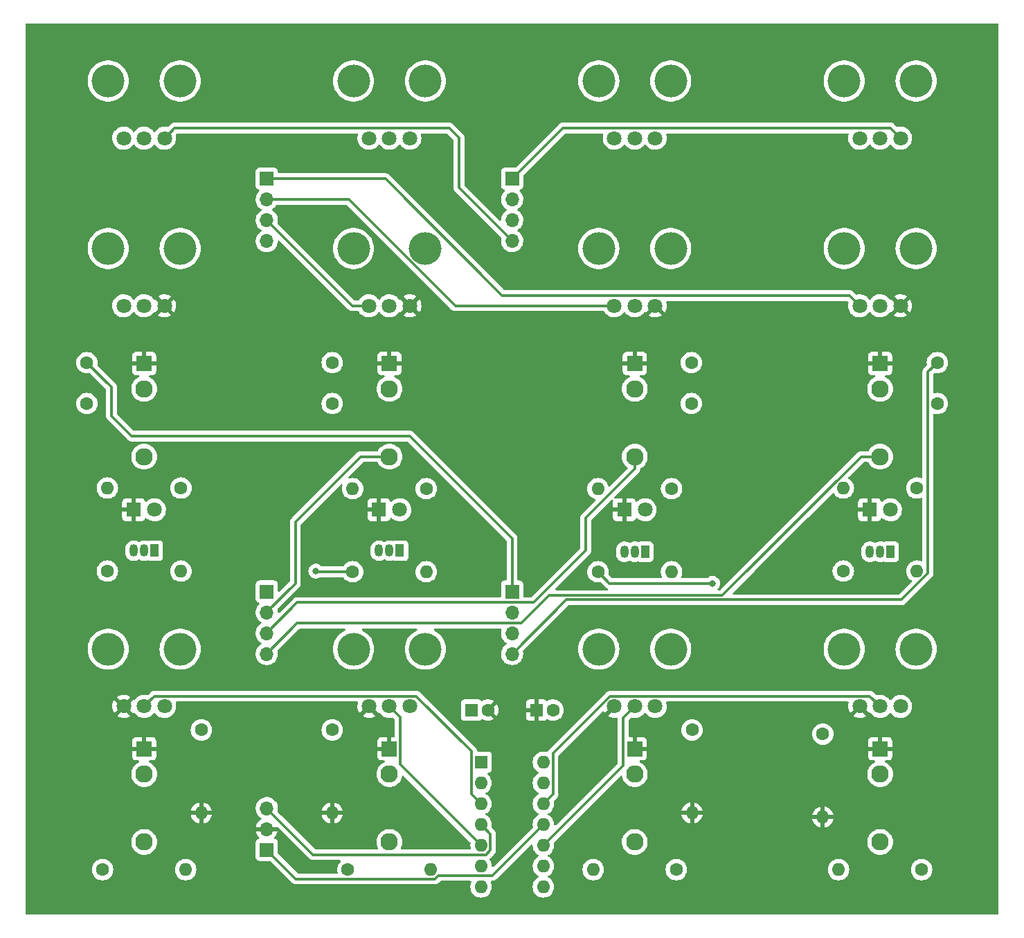
<source format=gbl>
G04 #@! TF.GenerationSoftware,KiCad,Pcbnew,(6.0.1)*
G04 #@! TF.CreationDate,2022-02-10T17:18:07+01:00*
G04 #@! TF.ProjectId,Drumbox,4472756d-626f-4782-9e6b-696361645f70,rev?*
G04 #@! TF.SameCoordinates,Original*
G04 #@! TF.FileFunction,Copper,L2,Bot*
G04 #@! TF.FilePolarity,Positive*
%FSLAX46Y46*%
G04 Gerber Fmt 4.6, Leading zero omitted, Abs format (unit mm)*
G04 Created by KiCad (PCBNEW (6.0.1)) date 2022-02-10 17:18:07*
%MOMM*%
%LPD*%
G01*
G04 APERTURE LIST*
G04 #@! TA.AperFunction,WasherPad*
%ADD10C,4.000000*%
G04 #@! TD*
G04 #@! TA.AperFunction,ComponentPad*
%ADD11C,1.800000*%
G04 #@! TD*
G04 #@! TA.AperFunction,ComponentPad*
%ADD12C,1.600000*%
G04 #@! TD*
G04 #@! TA.AperFunction,ComponentPad*
%ADD13O,1.600000X1.600000*%
G04 #@! TD*
G04 #@! TA.AperFunction,ComponentPad*
%ADD14R,1.050000X1.500000*%
G04 #@! TD*
G04 #@! TA.AperFunction,ComponentPad*
%ADD15O,1.050000X1.500000*%
G04 #@! TD*
G04 #@! TA.AperFunction,ComponentPad*
%ADD16R,1.800000X1.800000*%
G04 #@! TD*
G04 #@! TA.AperFunction,ComponentPad*
%ADD17R,1.600000X1.600000*%
G04 #@! TD*
G04 #@! TA.AperFunction,ComponentPad*
%ADD18R,1.930000X1.830000*%
G04 #@! TD*
G04 #@! TA.AperFunction,ComponentPad*
%ADD19C,2.130000*%
G04 #@! TD*
G04 #@! TA.AperFunction,ComponentPad*
%ADD20R,1.700000X1.700000*%
G04 #@! TD*
G04 #@! TA.AperFunction,ComponentPad*
%ADD21O,1.700000X1.700000*%
G04 #@! TD*
G04 #@! TA.AperFunction,ViaPad*
%ADD22C,0.800000*%
G04 #@! TD*
G04 #@! TA.AperFunction,Conductor*
%ADD23C,0.300000*%
G04 #@! TD*
G04 APERTURE END LIST*
D10*
X84100000Y-38550000D03*
X92900000Y-38550000D03*
D11*
X91000000Y-45550000D03*
X88500000Y-45550000D03*
X86000000Y-45550000D03*
D12*
X84000000Y-98500000D03*
D13*
X84000000Y-88340000D03*
D14*
X149770000Y-96140000D03*
D15*
X148500000Y-96140000D03*
X147230000Y-96140000D03*
D12*
X111500000Y-117920000D03*
D13*
X111500000Y-128080000D03*
D10*
X84100000Y-59050000D03*
X92900000Y-59050000D03*
D11*
X91000000Y-66050000D03*
X88500000Y-66050000D03*
X86000000Y-66050000D03*
D12*
X153000000Y-88420000D03*
D13*
X153000000Y-98580000D03*
D16*
X177225000Y-91000000D03*
D11*
X179765000Y-91000000D03*
D16*
X117225000Y-91000000D03*
D11*
X119765000Y-91000000D03*
D17*
X136500000Y-115500000D03*
D12*
X138500000Y-115500000D03*
X183000000Y-88340000D03*
D13*
X183000000Y-98500000D03*
D10*
X144100000Y-108050000D03*
X152900000Y-108050000D03*
D11*
X151000000Y-115050000D03*
X148500000Y-115050000D03*
X146000000Y-115050000D03*
D12*
X144000000Y-98580000D03*
D13*
X144000000Y-88420000D03*
D10*
X152900000Y-38550000D03*
X144100000Y-38550000D03*
D11*
X151000000Y-45550000D03*
X148500000Y-45550000D03*
X146000000Y-45550000D03*
D12*
X174000000Y-98500000D03*
D13*
X174000000Y-88340000D03*
D10*
X144100000Y-59050000D03*
X152900000Y-59050000D03*
D11*
X151000000Y-66050000D03*
X148500000Y-66050000D03*
X146000000Y-66050000D03*
D14*
X89770000Y-96000000D03*
D15*
X88500000Y-96000000D03*
X87230000Y-96000000D03*
D14*
X179770000Y-96140000D03*
D15*
X178500000Y-96140000D03*
X177230000Y-96140000D03*
D10*
X114100000Y-38550000D03*
X122900000Y-38550000D03*
D11*
X121000000Y-45550000D03*
X118500000Y-45550000D03*
X116000000Y-45550000D03*
D18*
X118500000Y-73100000D03*
D19*
X118500000Y-84500000D03*
X118500000Y-76200000D03*
D12*
X183580000Y-135000000D03*
D13*
X173420000Y-135000000D03*
D17*
X129700000Y-121875000D03*
D13*
X129700000Y-124415000D03*
X129700000Y-126955000D03*
X129700000Y-129495000D03*
X129700000Y-132035000D03*
X129700000Y-134575000D03*
X129700000Y-137115000D03*
X137320000Y-137115000D03*
X137320000Y-134575000D03*
X137320000Y-132035000D03*
X137320000Y-129495000D03*
X137320000Y-126955000D03*
X137320000Y-124415000D03*
X137320000Y-121875000D03*
D17*
X128544887Y-115500000D03*
D12*
X130544887Y-115500000D03*
X81500000Y-73000000D03*
X81500000Y-78000000D03*
D16*
X147225000Y-91000000D03*
D11*
X149765000Y-91000000D03*
D12*
X185500000Y-73000000D03*
X185500000Y-78000000D03*
X111500000Y-73000000D03*
X111500000Y-78000000D03*
D10*
X174100000Y-59050000D03*
X182900000Y-59050000D03*
D11*
X181000000Y-66050000D03*
X178500000Y-66050000D03*
X176000000Y-66050000D03*
D12*
X171500000Y-118420000D03*
D13*
X171500000Y-128580000D03*
D18*
X148500000Y-73100000D03*
D19*
X148500000Y-84500000D03*
X148500000Y-76200000D03*
D10*
X122900000Y-108050000D03*
X114100000Y-108050000D03*
D11*
X121000000Y-115050000D03*
X118500000Y-115050000D03*
X116000000Y-115050000D03*
D12*
X114000000Y-98580000D03*
D13*
X114000000Y-88420000D03*
D18*
X178500000Y-73100000D03*
D19*
X178500000Y-84500000D03*
X178500000Y-76200000D03*
D18*
X118500000Y-120220000D03*
D19*
X118500000Y-131620000D03*
X118500000Y-123320000D03*
D12*
X93000000Y-88340000D03*
D13*
X93000000Y-98500000D03*
D12*
X123000000Y-88420000D03*
D13*
X123000000Y-98580000D03*
D10*
X114100000Y-59050000D03*
X122900000Y-59050000D03*
D11*
X121000000Y-66050000D03*
X118500000Y-66050000D03*
X116000000Y-66050000D03*
D12*
X155420000Y-73000000D03*
X155420000Y-78000000D03*
D14*
X119770000Y-96000000D03*
D15*
X118500000Y-96000000D03*
X117230000Y-96000000D03*
D18*
X178500000Y-120220000D03*
D19*
X178500000Y-131620000D03*
X178500000Y-123320000D03*
D18*
X148500000Y-120220000D03*
D19*
X148500000Y-131620000D03*
X148500000Y-123320000D03*
D18*
X88500000Y-120220000D03*
D19*
X88500000Y-131620000D03*
X88500000Y-123320000D03*
D12*
X153580000Y-135000000D03*
D13*
X143420000Y-135000000D03*
D12*
X113420000Y-135000000D03*
D13*
X123580000Y-135000000D03*
D12*
X83420000Y-135000000D03*
D13*
X93580000Y-135000000D03*
D12*
X155500000Y-117920000D03*
D13*
X155500000Y-128080000D03*
D10*
X182900000Y-38550000D03*
X174100000Y-38550000D03*
D11*
X181000000Y-45550000D03*
X178500000Y-45550000D03*
X176000000Y-45550000D03*
D10*
X84100000Y-108050000D03*
X92900000Y-108050000D03*
D11*
X91000000Y-115050000D03*
X88500000Y-115050000D03*
X86000000Y-115050000D03*
D10*
X174100000Y-108050000D03*
X182900000Y-108050000D03*
D11*
X181000000Y-115050000D03*
X178500000Y-115050000D03*
X176000000Y-115050000D03*
D16*
X87225000Y-91000000D03*
D11*
X89765000Y-91000000D03*
D18*
X88500000Y-73100000D03*
D19*
X88500000Y-84500000D03*
X88500000Y-76200000D03*
D12*
X95500000Y-117920000D03*
D13*
X95500000Y-128080000D03*
D20*
X133500000Y-101000000D03*
D21*
X133500000Y-103540000D03*
X133500000Y-106080000D03*
X133500000Y-108620000D03*
D20*
X103500000Y-101000000D03*
D21*
X103500000Y-103540000D03*
X103500000Y-106080000D03*
X103500000Y-108620000D03*
D20*
X133500000Y-50500000D03*
D21*
X133500000Y-53040000D03*
X133500000Y-55580000D03*
X133500000Y-58120000D03*
D20*
X103500000Y-50500000D03*
D21*
X103500000Y-53040000D03*
X103500000Y-55580000D03*
X103500000Y-58120000D03*
D20*
X103500000Y-132580000D03*
D21*
X103500000Y-130040000D03*
X103500000Y-127500000D03*
D22*
X109500000Y-98500000D03*
X158000000Y-100000000D03*
D23*
X133500000Y-94500000D02*
X133500000Y-101000000D01*
X81500000Y-73000000D02*
X84500000Y-76000000D01*
X84500000Y-79500000D02*
X87000000Y-82000000D01*
X84500000Y-76000000D02*
X84500000Y-79500000D01*
X87000000Y-82000000D02*
X121000000Y-82000000D01*
X121000000Y-82000000D02*
X133500000Y-94500000D01*
X116000000Y-66050000D02*
X113970000Y-66050000D01*
X113970000Y-66050000D02*
X103500000Y-55580000D01*
X146000000Y-66050000D02*
X126550000Y-66050000D01*
X126550000Y-66050000D02*
X113540000Y-53040000D01*
X113540000Y-53040000D02*
X103500000Y-53040000D01*
X174750489Y-64800489D02*
X176000000Y-66050000D01*
X118000000Y-50500000D02*
X103500000Y-50500000D01*
X132300489Y-64800489D02*
X118000000Y-50500000D01*
X132300489Y-64800489D02*
X174750489Y-64800489D01*
X185500000Y-73000000D02*
X184350489Y-74149511D01*
X140120000Y-102000000D02*
X133500000Y-108620000D01*
X181125655Y-102000000D02*
X140120000Y-102000000D01*
X184350489Y-98775166D02*
X181125655Y-102000000D01*
X184350489Y-74149511D02*
X184350489Y-98775166D01*
X103500000Y-103540000D02*
X103500000Y-103500000D01*
X115000000Y-84500000D02*
X118500000Y-84500000D01*
X107000000Y-92500000D02*
X115000000Y-84500000D01*
X107000000Y-100000000D02*
X107000000Y-92500000D01*
X103500000Y-103500000D02*
X107000000Y-100000000D01*
X148500000Y-86006137D02*
X142500000Y-92006137D01*
X148500000Y-84500000D02*
X148500000Y-86006137D01*
X142500000Y-92006137D02*
X142500000Y-96000000D01*
X107239511Y-102340489D02*
X103500000Y-106080000D01*
X142500000Y-96000000D02*
X136159511Y-102340489D01*
X136159511Y-102340489D02*
X107239511Y-102340489D01*
X137999520Y-101500480D02*
X134619511Y-104880489D01*
X178500000Y-84500000D02*
X176214345Y-84500000D01*
X134619511Y-104880489D02*
X107239511Y-104880489D01*
X176214345Y-84500000D02*
X159213865Y-101500480D01*
X159213865Y-101500480D02*
X137999520Y-101500480D01*
X107239511Y-104880489D02*
X103500000Y-108620000D01*
X130849511Y-132650489D02*
X130315489Y-133184511D01*
X130315489Y-133184511D02*
X109184511Y-133184511D01*
X109184511Y-133184511D02*
X103500000Y-127500000D01*
X144000000Y-98580000D02*
X145420000Y-100000000D01*
X130849511Y-130644511D02*
X130849511Y-132650489D01*
X109580000Y-98580000D02*
X109500000Y-98500000D01*
X114000000Y-98580000D02*
X109580000Y-98580000D01*
X129700000Y-129495000D02*
X130849511Y-130644511D01*
X145420000Y-100000000D02*
X158000000Y-100000000D01*
X124481144Y-135724511D02*
X124056144Y-136149511D01*
X137320000Y-129495000D02*
X131090489Y-135724511D01*
X124056144Y-136149511D02*
X107069511Y-136149511D01*
X131090489Y-135724511D02*
X124481144Y-135724511D01*
X107069511Y-136149511D02*
X103500000Y-132580000D01*
X92249511Y-44300489D02*
X91000000Y-45550000D01*
X125800489Y-44300489D02*
X92249511Y-44300489D01*
X133500000Y-58120000D02*
X127000000Y-51620000D01*
X127000000Y-51620000D02*
X127000000Y-45500000D01*
X127000000Y-45500000D02*
X125800489Y-44300489D01*
X179750489Y-44300489D02*
X181000000Y-45550000D01*
X139699511Y-44300489D02*
X179750489Y-44300489D01*
X133500000Y-50500000D02*
X139699511Y-44300489D01*
X121800489Y-113800489D02*
X128550489Y-120550489D01*
X128550489Y-120550489D02*
X128550489Y-125805489D01*
X88500000Y-115050000D02*
X89749511Y-113800489D01*
X89749511Y-113800489D02*
X121800489Y-113800489D01*
X128550489Y-125805489D02*
X129700000Y-126955000D01*
X148500000Y-115050000D02*
X147085489Y-116464511D01*
X147085489Y-116464511D02*
X147085489Y-122269511D01*
X147085489Y-122269511D02*
X137320000Y-132035000D01*
X118500000Y-115050000D02*
X119814511Y-116364511D01*
X119814511Y-122149511D02*
X129700000Y-132035000D01*
X119814511Y-116364511D02*
X119814511Y-122149511D01*
X178500000Y-115050000D02*
X177250489Y-113800489D01*
X138500000Y-120782924D02*
X138500000Y-125775000D01*
X138500000Y-125775000D02*
X137320000Y-126955000D01*
X177250489Y-113800489D02*
X145482435Y-113800489D01*
X145482435Y-113800489D02*
X138500000Y-120782924D01*
G04 #@! TA.AperFunction,Conductor*
G36*
X192934121Y-31528002D02*
G01*
X192980614Y-31581658D01*
X192992000Y-31634000D01*
X192992001Y-140366000D01*
X192971999Y-140434121D01*
X192918343Y-140480614D01*
X192866001Y-140492000D01*
X74134000Y-140492000D01*
X74065879Y-140471998D01*
X74019386Y-140418342D01*
X74008000Y-140366000D01*
X74008000Y-135000000D01*
X82106502Y-135000000D01*
X82126457Y-135228087D01*
X82127880Y-135233399D01*
X82127881Y-135233402D01*
X82154408Y-135332399D01*
X82185716Y-135449243D01*
X82188039Y-135454224D01*
X82188039Y-135454225D01*
X82280151Y-135651762D01*
X82280154Y-135651767D01*
X82282477Y-135656749D01*
X82413802Y-135844300D01*
X82575700Y-136006198D01*
X82580208Y-136009355D01*
X82580211Y-136009357D01*
X82658389Y-136064098D01*
X82763251Y-136137523D01*
X82768233Y-136139846D01*
X82768238Y-136139849D01*
X82942181Y-136220959D01*
X82970757Y-136234284D01*
X82976065Y-136235706D01*
X82976067Y-136235707D01*
X83186598Y-136292119D01*
X83186600Y-136292119D01*
X83191913Y-136293543D01*
X83420000Y-136313498D01*
X83648087Y-136293543D01*
X83653400Y-136292119D01*
X83653402Y-136292119D01*
X83863933Y-136235707D01*
X83863935Y-136235706D01*
X83869243Y-136234284D01*
X83897819Y-136220959D01*
X84071762Y-136139849D01*
X84071767Y-136139846D01*
X84076749Y-136137523D01*
X84181611Y-136064098D01*
X84259789Y-136009357D01*
X84259792Y-136009355D01*
X84264300Y-136006198D01*
X84426198Y-135844300D01*
X84557523Y-135656749D01*
X84559846Y-135651767D01*
X84559849Y-135651762D01*
X84651961Y-135454225D01*
X84651961Y-135454224D01*
X84654284Y-135449243D01*
X84685593Y-135332399D01*
X84712119Y-135233402D01*
X84712120Y-135233399D01*
X84713543Y-135228087D01*
X84733498Y-135000000D01*
X92266502Y-135000000D01*
X92286457Y-135228087D01*
X92287880Y-135233399D01*
X92287881Y-135233402D01*
X92314408Y-135332399D01*
X92345716Y-135449243D01*
X92348039Y-135454224D01*
X92348039Y-135454225D01*
X92440151Y-135651762D01*
X92440154Y-135651767D01*
X92442477Y-135656749D01*
X92573802Y-135844300D01*
X92735700Y-136006198D01*
X92740208Y-136009355D01*
X92740211Y-136009357D01*
X92818389Y-136064098D01*
X92923251Y-136137523D01*
X92928233Y-136139846D01*
X92928238Y-136139849D01*
X93102181Y-136220959D01*
X93130757Y-136234284D01*
X93136065Y-136235706D01*
X93136067Y-136235707D01*
X93346598Y-136292119D01*
X93346600Y-136292119D01*
X93351913Y-136293543D01*
X93580000Y-136313498D01*
X93808087Y-136293543D01*
X93813400Y-136292119D01*
X93813402Y-136292119D01*
X94023933Y-136235707D01*
X94023935Y-136235706D01*
X94029243Y-136234284D01*
X94057819Y-136220959D01*
X94231762Y-136139849D01*
X94231767Y-136139846D01*
X94236749Y-136137523D01*
X94341611Y-136064098D01*
X94419789Y-136009357D01*
X94419792Y-136009355D01*
X94424300Y-136006198D01*
X94586198Y-135844300D01*
X94717523Y-135656749D01*
X94719846Y-135651767D01*
X94719849Y-135651762D01*
X94811961Y-135454225D01*
X94811961Y-135454224D01*
X94814284Y-135449243D01*
X94845593Y-135332399D01*
X94872119Y-135233402D01*
X94872120Y-135233399D01*
X94873543Y-135228087D01*
X94893498Y-135000000D01*
X94873543Y-134771913D01*
X94842384Y-134655626D01*
X94815707Y-134556067D01*
X94815706Y-134556065D01*
X94814284Y-134550757D01*
X94721786Y-134352393D01*
X94719849Y-134348238D01*
X94719846Y-134348233D01*
X94717523Y-134343251D01*
X94586198Y-134155700D01*
X94424300Y-133993802D01*
X94419792Y-133990645D01*
X94419789Y-133990643D01*
X94267154Y-133883767D01*
X94236749Y-133862477D01*
X94231767Y-133860154D01*
X94231762Y-133860151D01*
X94034225Y-133768039D01*
X94034224Y-133768039D01*
X94029243Y-133765716D01*
X94023935Y-133764294D01*
X94023933Y-133764293D01*
X93813402Y-133707881D01*
X93813400Y-133707881D01*
X93808087Y-133706457D01*
X93580000Y-133686502D01*
X93351913Y-133706457D01*
X93346600Y-133707881D01*
X93346598Y-133707881D01*
X93136067Y-133764293D01*
X93136065Y-133764294D01*
X93130757Y-133765716D01*
X93125776Y-133768039D01*
X93125775Y-133768039D01*
X92928238Y-133860151D01*
X92928233Y-133860154D01*
X92923251Y-133862477D01*
X92892846Y-133883767D01*
X92740211Y-133990643D01*
X92740208Y-133990645D01*
X92735700Y-133993802D01*
X92573802Y-134155700D01*
X92442477Y-134343251D01*
X92440154Y-134348233D01*
X92440151Y-134348238D01*
X92438214Y-134352393D01*
X92345716Y-134550757D01*
X92344294Y-134556065D01*
X92344293Y-134556067D01*
X92317616Y-134655626D01*
X92286457Y-134771913D01*
X92266502Y-135000000D01*
X84733498Y-135000000D01*
X84713543Y-134771913D01*
X84682384Y-134655626D01*
X84655707Y-134556067D01*
X84655706Y-134556065D01*
X84654284Y-134550757D01*
X84561786Y-134352393D01*
X84559849Y-134348238D01*
X84559846Y-134348233D01*
X84557523Y-134343251D01*
X84426198Y-134155700D01*
X84264300Y-133993802D01*
X84259792Y-133990645D01*
X84259789Y-133990643D01*
X84107154Y-133883767D01*
X84076749Y-133862477D01*
X84071767Y-133860154D01*
X84071762Y-133860151D01*
X83874225Y-133768039D01*
X83874224Y-133768039D01*
X83869243Y-133765716D01*
X83863935Y-133764294D01*
X83863933Y-133764293D01*
X83653402Y-133707881D01*
X83653400Y-133707881D01*
X83648087Y-133706457D01*
X83420000Y-133686502D01*
X83191913Y-133706457D01*
X83186600Y-133707881D01*
X83186598Y-133707881D01*
X82976067Y-133764293D01*
X82976065Y-133764294D01*
X82970757Y-133765716D01*
X82965776Y-133768039D01*
X82965775Y-133768039D01*
X82768238Y-133860151D01*
X82768233Y-133860154D01*
X82763251Y-133862477D01*
X82732846Y-133883767D01*
X82580211Y-133990643D01*
X82580208Y-133990645D01*
X82575700Y-133993802D01*
X82413802Y-134155700D01*
X82282477Y-134343251D01*
X82280154Y-134348233D01*
X82280151Y-134348238D01*
X82278214Y-134352393D01*
X82185716Y-134550757D01*
X82184294Y-134556065D01*
X82184293Y-134556067D01*
X82157616Y-134655626D01*
X82126457Y-134771913D01*
X82106502Y-135000000D01*
X74008000Y-135000000D01*
X74008000Y-131620000D01*
X86921634Y-131620000D01*
X86941066Y-131866911D01*
X86942220Y-131871718D01*
X86942221Y-131871724D01*
X86953895Y-131920348D01*
X86998885Y-132107742D01*
X87000778Y-132112313D01*
X87000779Y-132112315D01*
X87065433Y-132268402D01*
X87093666Y-132336563D01*
X87223075Y-132547740D01*
X87383927Y-132736073D01*
X87572260Y-132896925D01*
X87783437Y-133026334D01*
X87788007Y-133028227D01*
X87788011Y-133028229D01*
X87985984Y-133110232D01*
X88012258Y-133121115D01*
X88097170Y-133141501D01*
X88248276Y-133177779D01*
X88248282Y-133177780D01*
X88253089Y-133178934D01*
X88500000Y-133198366D01*
X88746911Y-133178934D01*
X88751718Y-133177780D01*
X88751724Y-133177779D01*
X88902830Y-133141501D01*
X88987742Y-133121115D01*
X89014016Y-133110232D01*
X89211989Y-133028229D01*
X89211993Y-133028227D01*
X89216563Y-133026334D01*
X89427740Y-132896925D01*
X89616073Y-132736073D01*
X89776925Y-132547740D01*
X89906334Y-132336563D01*
X89934568Y-132268402D01*
X89999221Y-132112315D01*
X89999222Y-132112313D01*
X90001115Y-132107742D01*
X90046105Y-131920348D01*
X90057779Y-131871724D01*
X90057780Y-131871718D01*
X90058934Y-131866911D01*
X90078366Y-131620000D01*
X90058934Y-131373089D01*
X90057780Y-131368282D01*
X90057779Y-131368276D01*
X90002270Y-131137070D01*
X90001115Y-131132258D01*
X89955024Y-131020985D01*
X89908229Y-130908011D01*
X89908227Y-130908007D01*
X89906334Y-130903437D01*
X89776925Y-130692260D01*
X89616073Y-130503927D01*
X89427740Y-130343075D01*
X89216563Y-130213666D01*
X89211993Y-130211773D01*
X89211989Y-130211771D01*
X88992315Y-130120779D01*
X88992313Y-130120778D01*
X88987742Y-130118885D01*
X88902830Y-130098499D01*
X88751724Y-130062221D01*
X88751718Y-130062220D01*
X88746911Y-130061066D01*
X88500000Y-130041634D01*
X88253089Y-130061066D01*
X88248282Y-130062220D01*
X88248276Y-130062221D01*
X88097170Y-130098499D01*
X88012258Y-130118885D01*
X88007687Y-130120778D01*
X88007685Y-130120779D01*
X87788011Y-130211771D01*
X87788007Y-130211773D01*
X87783437Y-130213666D01*
X87572260Y-130343075D01*
X87383927Y-130503927D01*
X87223075Y-130692260D01*
X87093666Y-130903437D01*
X87091773Y-130908007D01*
X87091771Y-130908011D01*
X87044976Y-131020985D01*
X86998885Y-131132258D01*
X86997730Y-131137070D01*
X86942221Y-131368276D01*
X86942220Y-131368282D01*
X86941066Y-131373089D01*
X86921634Y-131620000D01*
X74008000Y-131620000D01*
X74008000Y-128346522D01*
X94217273Y-128346522D01*
X94264764Y-128523761D01*
X94268510Y-128534053D01*
X94360586Y-128731511D01*
X94366069Y-128741007D01*
X94491028Y-128919467D01*
X94498084Y-128927875D01*
X94652125Y-129081916D01*
X94660533Y-129088972D01*
X94838993Y-129213931D01*
X94848489Y-129219414D01*
X95045947Y-129311490D01*
X95056239Y-129315236D01*
X95228503Y-129361394D01*
X95242599Y-129361058D01*
X95246000Y-129353116D01*
X95246000Y-129347967D01*
X95754000Y-129347967D01*
X95757973Y-129361498D01*
X95766522Y-129362727D01*
X95943761Y-129315236D01*
X95954053Y-129311490D01*
X96151511Y-129219414D01*
X96161007Y-129213931D01*
X96339467Y-129088972D01*
X96347875Y-129081916D01*
X96501916Y-128927875D01*
X96508972Y-128919467D01*
X96633931Y-128741007D01*
X96639414Y-128731511D01*
X96731490Y-128534053D01*
X96735236Y-128523761D01*
X96781394Y-128351497D01*
X96781058Y-128337401D01*
X96773116Y-128334000D01*
X95772115Y-128334000D01*
X95756876Y-128338475D01*
X95755671Y-128339865D01*
X95754000Y-128347548D01*
X95754000Y-129347967D01*
X95246000Y-129347967D01*
X95246000Y-128352115D01*
X95241525Y-128336876D01*
X95240135Y-128335671D01*
X95232452Y-128334000D01*
X94232033Y-128334000D01*
X94218502Y-128337973D01*
X94217273Y-128346522D01*
X74008000Y-128346522D01*
X74008000Y-127808503D01*
X94218606Y-127808503D01*
X94218942Y-127822599D01*
X94226884Y-127826000D01*
X95227885Y-127826000D01*
X95243124Y-127821525D01*
X95244329Y-127820135D01*
X95246000Y-127812452D01*
X95246000Y-127807885D01*
X95754000Y-127807885D01*
X95758475Y-127823124D01*
X95759865Y-127824329D01*
X95767548Y-127826000D01*
X96767967Y-127826000D01*
X96781498Y-127822027D01*
X96782727Y-127813478D01*
X96735236Y-127636239D01*
X96731490Y-127625947D01*
X96639414Y-127428489D01*
X96633931Y-127418993D01*
X96508972Y-127240533D01*
X96501916Y-127232125D01*
X96347875Y-127078084D01*
X96339467Y-127071028D01*
X96161007Y-126946069D01*
X96151511Y-126940586D01*
X95954053Y-126848510D01*
X95943761Y-126844764D01*
X95771497Y-126798606D01*
X95757401Y-126798942D01*
X95754000Y-126806884D01*
X95754000Y-127807885D01*
X95246000Y-127807885D01*
X95246000Y-126812033D01*
X95242027Y-126798502D01*
X95233478Y-126797273D01*
X95056239Y-126844764D01*
X95045947Y-126848510D01*
X94848489Y-126940586D01*
X94838993Y-126946069D01*
X94660533Y-127071028D01*
X94652125Y-127078084D01*
X94498084Y-127232125D01*
X94491028Y-127240533D01*
X94366069Y-127418993D01*
X94360586Y-127428489D01*
X94268510Y-127625947D01*
X94264764Y-127636239D01*
X94218606Y-127808503D01*
X74008000Y-127808503D01*
X74008000Y-123320000D01*
X86921634Y-123320000D01*
X86941066Y-123566911D01*
X86942220Y-123571718D01*
X86942221Y-123571724D01*
X86946792Y-123590762D01*
X86998885Y-123807742D01*
X87000778Y-123812313D01*
X87000779Y-123812315D01*
X87066537Y-123971067D01*
X87093666Y-124036563D01*
X87223075Y-124247740D01*
X87383927Y-124436073D01*
X87572260Y-124596925D01*
X87783437Y-124726334D01*
X87788007Y-124728227D01*
X87788011Y-124728229D01*
X88007685Y-124819221D01*
X88012258Y-124821115D01*
X88097170Y-124841501D01*
X88248276Y-124877779D01*
X88248282Y-124877780D01*
X88253089Y-124878934D01*
X88500000Y-124898366D01*
X88746911Y-124878934D01*
X88751718Y-124877780D01*
X88751724Y-124877779D01*
X88902830Y-124841501D01*
X88987742Y-124821115D01*
X88992315Y-124819221D01*
X89211989Y-124728229D01*
X89211993Y-124728227D01*
X89216563Y-124726334D01*
X89427740Y-124596925D01*
X89616073Y-124436073D01*
X89776925Y-124247740D01*
X89906334Y-124036563D01*
X89933464Y-123971067D01*
X89999221Y-123812315D01*
X89999222Y-123812313D01*
X90001115Y-123807742D01*
X90053208Y-123590762D01*
X90057779Y-123571724D01*
X90057780Y-123571718D01*
X90058934Y-123566911D01*
X90078366Y-123320000D01*
X90058934Y-123073089D01*
X90057780Y-123068282D01*
X90057779Y-123068276D01*
X90013623Y-122884357D01*
X90001115Y-122832258D01*
X89978417Y-122777460D01*
X89908229Y-122608011D01*
X89908227Y-122608007D01*
X89906334Y-122603437D01*
X89776925Y-122392260D01*
X89616073Y-122203927D01*
X89427740Y-122043075D01*
X89216563Y-121913666D01*
X89148342Y-121885408D01*
X89093062Y-121840859D01*
X89070641Y-121773496D01*
X89088199Y-121704705D01*
X89140162Y-121656326D01*
X89196561Y-121642999D01*
X89509669Y-121642999D01*
X89516490Y-121642629D01*
X89567352Y-121637105D01*
X89582604Y-121633479D01*
X89703054Y-121588324D01*
X89718649Y-121579786D01*
X89820724Y-121503285D01*
X89833285Y-121490724D01*
X89909786Y-121388649D01*
X89918324Y-121373054D01*
X89963478Y-121252606D01*
X89967105Y-121237351D01*
X89972631Y-121186486D01*
X89973000Y-121179672D01*
X89973000Y-120492115D01*
X89968525Y-120476876D01*
X89967135Y-120475671D01*
X89959452Y-120474000D01*
X87045116Y-120474000D01*
X87029877Y-120478475D01*
X87028672Y-120479865D01*
X87027001Y-120487548D01*
X87027001Y-121179669D01*
X87027371Y-121186490D01*
X87032895Y-121237352D01*
X87036521Y-121252604D01*
X87081676Y-121373054D01*
X87090214Y-121388649D01*
X87166715Y-121490724D01*
X87179276Y-121503285D01*
X87281351Y-121579786D01*
X87296946Y-121588324D01*
X87417394Y-121633478D01*
X87432649Y-121637105D01*
X87483514Y-121642631D01*
X87490328Y-121643000D01*
X87803438Y-121643000D01*
X87871559Y-121663002D01*
X87918052Y-121716658D01*
X87928156Y-121786932D01*
X87898662Y-121851512D01*
X87851657Y-121885408D01*
X87823360Y-121897129D01*
X87788011Y-121911771D01*
X87788007Y-121911773D01*
X87783437Y-121913666D01*
X87572260Y-122043075D01*
X87383927Y-122203927D01*
X87223075Y-122392260D01*
X87093666Y-122603437D01*
X87091773Y-122608007D01*
X87091771Y-122608011D01*
X87021583Y-122777460D01*
X86998885Y-122832258D01*
X86986377Y-122884357D01*
X86942221Y-123068276D01*
X86942220Y-123068282D01*
X86941066Y-123073089D01*
X86921634Y-123320000D01*
X74008000Y-123320000D01*
X74008000Y-119947885D01*
X87027000Y-119947885D01*
X87031475Y-119963124D01*
X87032865Y-119964329D01*
X87040548Y-119966000D01*
X88227885Y-119966000D01*
X88243124Y-119961525D01*
X88244329Y-119960135D01*
X88246000Y-119952452D01*
X88246000Y-119947885D01*
X88754000Y-119947885D01*
X88758475Y-119963124D01*
X88759865Y-119964329D01*
X88767548Y-119966000D01*
X89954884Y-119966000D01*
X89970123Y-119961525D01*
X89971328Y-119960135D01*
X89972999Y-119952452D01*
X89972999Y-119947885D01*
X117027000Y-119947885D01*
X117031475Y-119963124D01*
X117032865Y-119964329D01*
X117040548Y-119966000D01*
X118227885Y-119966000D01*
X118243124Y-119961525D01*
X118244329Y-119960135D01*
X118246000Y-119952452D01*
X118246000Y-118815116D01*
X118241525Y-118799877D01*
X118240135Y-118798672D01*
X118232452Y-118797001D01*
X117490331Y-118797001D01*
X117483510Y-118797371D01*
X117432648Y-118802895D01*
X117417396Y-118806521D01*
X117296946Y-118851676D01*
X117281351Y-118860214D01*
X117179276Y-118936715D01*
X117166715Y-118949276D01*
X117090214Y-119051351D01*
X117081676Y-119066946D01*
X117036522Y-119187394D01*
X117032895Y-119202649D01*
X117027369Y-119253514D01*
X117027000Y-119260328D01*
X117027000Y-119947885D01*
X89972999Y-119947885D01*
X89972999Y-119260331D01*
X89972629Y-119253510D01*
X89967105Y-119202648D01*
X89963479Y-119187396D01*
X89918324Y-119066946D01*
X89909786Y-119051351D01*
X89833285Y-118949276D01*
X89820724Y-118936715D01*
X89718649Y-118860214D01*
X89703054Y-118851676D01*
X89582606Y-118806522D01*
X89567351Y-118802895D01*
X89516486Y-118797369D01*
X89509672Y-118797000D01*
X88772115Y-118797000D01*
X88756876Y-118801475D01*
X88755671Y-118802865D01*
X88754000Y-118810548D01*
X88754000Y-119947885D01*
X88246000Y-119947885D01*
X88246000Y-118815116D01*
X88241525Y-118799877D01*
X88240135Y-118798672D01*
X88232452Y-118797001D01*
X87490331Y-118797001D01*
X87483510Y-118797371D01*
X87432648Y-118802895D01*
X87417396Y-118806521D01*
X87296946Y-118851676D01*
X87281351Y-118860214D01*
X87179276Y-118936715D01*
X87166715Y-118949276D01*
X87090214Y-119051351D01*
X87081676Y-119066946D01*
X87036522Y-119187394D01*
X87032895Y-119202649D01*
X87027369Y-119253514D01*
X87027000Y-119260328D01*
X87027000Y-119947885D01*
X74008000Y-119947885D01*
X74008000Y-117920000D01*
X94186502Y-117920000D01*
X94206457Y-118148087D01*
X94207881Y-118153400D01*
X94207881Y-118153402D01*
X94219669Y-118197393D01*
X94265716Y-118369243D01*
X94268039Y-118374224D01*
X94268039Y-118374225D01*
X94360151Y-118571762D01*
X94360154Y-118571767D01*
X94362477Y-118576749D01*
X94412429Y-118648087D01*
X94465124Y-118723343D01*
X94493802Y-118764300D01*
X94655700Y-118926198D01*
X94660208Y-118929355D01*
X94660211Y-118929357D01*
X94738389Y-118984098D01*
X94843251Y-119057523D01*
X94848233Y-119059846D01*
X94848238Y-119059849D01*
X95045775Y-119151961D01*
X95050757Y-119154284D01*
X95056065Y-119155706D01*
X95056067Y-119155707D01*
X95266598Y-119212119D01*
X95266600Y-119212119D01*
X95271913Y-119213543D01*
X95500000Y-119233498D01*
X95728087Y-119213543D01*
X95733400Y-119212119D01*
X95733402Y-119212119D01*
X95943933Y-119155707D01*
X95943935Y-119155706D01*
X95949243Y-119154284D01*
X95954225Y-119151961D01*
X96151762Y-119059849D01*
X96151767Y-119059846D01*
X96156749Y-119057523D01*
X96261611Y-118984098D01*
X96339789Y-118929357D01*
X96339792Y-118929355D01*
X96344300Y-118926198D01*
X96506198Y-118764300D01*
X96534877Y-118723343D01*
X96587571Y-118648087D01*
X96637523Y-118576749D01*
X96639846Y-118571767D01*
X96639849Y-118571762D01*
X96731961Y-118374225D01*
X96731961Y-118374224D01*
X96734284Y-118369243D01*
X96780332Y-118197393D01*
X96792119Y-118153402D01*
X96792119Y-118153400D01*
X96793543Y-118148087D01*
X96813498Y-117920000D01*
X110186502Y-117920000D01*
X110206457Y-118148087D01*
X110207881Y-118153400D01*
X110207881Y-118153402D01*
X110219669Y-118197393D01*
X110265716Y-118369243D01*
X110268039Y-118374224D01*
X110268039Y-118374225D01*
X110360151Y-118571762D01*
X110360154Y-118571767D01*
X110362477Y-118576749D01*
X110412429Y-118648087D01*
X110465124Y-118723343D01*
X110493802Y-118764300D01*
X110655700Y-118926198D01*
X110660208Y-118929355D01*
X110660211Y-118929357D01*
X110738389Y-118984098D01*
X110843251Y-119057523D01*
X110848233Y-119059846D01*
X110848238Y-119059849D01*
X111045775Y-119151961D01*
X111050757Y-119154284D01*
X111056065Y-119155706D01*
X111056067Y-119155707D01*
X111266598Y-119212119D01*
X111266600Y-119212119D01*
X111271913Y-119213543D01*
X111500000Y-119233498D01*
X111728087Y-119213543D01*
X111733400Y-119212119D01*
X111733402Y-119212119D01*
X111943933Y-119155707D01*
X111943935Y-119155706D01*
X111949243Y-119154284D01*
X111954225Y-119151961D01*
X112151762Y-119059849D01*
X112151767Y-119059846D01*
X112156749Y-119057523D01*
X112261611Y-118984098D01*
X112339789Y-118929357D01*
X112339792Y-118929355D01*
X112344300Y-118926198D01*
X112506198Y-118764300D01*
X112534877Y-118723343D01*
X112587571Y-118648087D01*
X112637523Y-118576749D01*
X112639846Y-118571767D01*
X112639849Y-118571762D01*
X112731961Y-118374225D01*
X112731961Y-118374224D01*
X112734284Y-118369243D01*
X112780332Y-118197393D01*
X112792119Y-118153402D01*
X112792119Y-118153400D01*
X112793543Y-118148087D01*
X112813498Y-117920000D01*
X112793543Y-117691913D01*
X112762404Y-117575700D01*
X112735707Y-117476067D01*
X112735706Y-117476065D01*
X112734284Y-117470757D01*
X112706253Y-117410643D01*
X112639849Y-117268238D01*
X112639846Y-117268233D01*
X112637523Y-117263251D01*
X112506198Y-117075700D01*
X112344300Y-116913802D01*
X112339792Y-116910645D01*
X112339789Y-116910643D01*
X112199650Y-116812517D01*
X112156749Y-116782477D01*
X112151767Y-116780154D01*
X112151762Y-116780151D01*
X111954225Y-116688039D01*
X111954224Y-116688039D01*
X111949243Y-116685716D01*
X111943935Y-116684294D01*
X111943933Y-116684293D01*
X111733402Y-116627881D01*
X111733400Y-116627881D01*
X111728087Y-116626457D01*
X111500000Y-116606502D01*
X111271913Y-116626457D01*
X111266600Y-116627881D01*
X111266598Y-116627881D01*
X111056067Y-116684293D01*
X111056065Y-116684294D01*
X111050757Y-116685716D01*
X111045776Y-116688039D01*
X111045775Y-116688039D01*
X110848238Y-116780151D01*
X110848233Y-116780154D01*
X110843251Y-116782477D01*
X110800350Y-116812517D01*
X110660211Y-116910643D01*
X110660208Y-116910645D01*
X110655700Y-116913802D01*
X110493802Y-117075700D01*
X110362477Y-117263251D01*
X110360154Y-117268233D01*
X110360151Y-117268238D01*
X110293747Y-117410643D01*
X110265716Y-117470757D01*
X110264294Y-117476065D01*
X110264293Y-117476067D01*
X110237596Y-117575700D01*
X110206457Y-117691913D01*
X110186502Y-117920000D01*
X96813498Y-117920000D01*
X96793543Y-117691913D01*
X96762404Y-117575700D01*
X96735707Y-117476067D01*
X96735706Y-117476065D01*
X96734284Y-117470757D01*
X96706253Y-117410643D01*
X96639849Y-117268238D01*
X96639846Y-117268233D01*
X96637523Y-117263251D01*
X96506198Y-117075700D01*
X96344300Y-116913802D01*
X96339792Y-116910645D01*
X96339789Y-116910643D01*
X96199650Y-116812517D01*
X96156749Y-116782477D01*
X96151767Y-116780154D01*
X96151762Y-116780151D01*
X95954225Y-116688039D01*
X95954224Y-116688039D01*
X95949243Y-116685716D01*
X95943935Y-116684294D01*
X95943933Y-116684293D01*
X95733402Y-116627881D01*
X95733400Y-116627881D01*
X95728087Y-116626457D01*
X95500000Y-116606502D01*
X95271913Y-116626457D01*
X95266600Y-116627881D01*
X95266598Y-116627881D01*
X95056067Y-116684293D01*
X95056065Y-116684294D01*
X95050757Y-116685716D01*
X95045776Y-116688039D01*
X95045775Y-116688039D01*
X94848238Y-116780151D01*
X94848233Y-116780154D01*
X94843251Y-116782477D01*
X94800350Y-116812517D01*
X94660211Y-116910643D01*
X94660208Y-116910645D01*
X94655700Y-116913802D01*
X94493802Y-117075700D01*
X94362477Y-117263251D01*
X94360154Y-117268233D01*
X94360151Y-117268238D01*
X94293747Y-117410643D01*
X94265716Y-117470757D01*
X94264294Y-117476065D01*
X94264293Y-117476067D01*
X94237596Y-117575700D01*
X94206457Y-117691913D01*
X94186502Y-117920000D01*
X74008000Y-117920000D01*
X74008000Y-116211406D01*
X85203423Y-116211406D01*
X85208704Y-116218461D01*
X85385080Y-116321527D01*
X85394363Y-116325974D01*
X85601003Y-116404883D01*
X85610901Y-116407759D01*
X85827653Y-116451857D01*
X85837883Y-116453076D01*
X86058914Y-116461182D01*
X86069223Y-116460714D01*
X86288623Y-116432608D01*
X86298688Y-116430468D01*
X86510557Y-116366905D01*
X86520152Y-116363144D01*
X86718778Y-116265838D01*
X86727636Y-116260559D01*
X86785097Y-116219572D01*
X86793497Y-116208874D01*
X86786510Y-116195721D01*
X86012811Y-115422021D01*
X85998868Y-115414408D01*
X85997034Y-115414539D01*
X85990420Y-115418790D01*
X85210180Y-116199031D01*
X85203423Y-116211406D01*
X74008000Y-116211406D01*
X74008000Y-115020638D01*
X84587893Y-115020638D01*
X84600627Y-115241468D01*
X84602061Y-115251670D01*
X84650685Y-115467439D01*
X84653773Y-115477292D01*
X84736986Y-115682220D01*
X84741634Y-115691421D01*
X84830097Y-115835781D01*
X84840553Y-115845242D01*
X84849331Y-115841458D01*
X85627979Y-115062811D01*
X85634356Y-115051132D01*
X86364408Y-115051132D01*
X86364539Y-115052966D01*
X86368790Y-115059580D01*
X87146307Y-115837096D01*
X87158313Y-115843652D01*
X87167244Y-115836829D01*
X87233519Y-115811370D01*
X87303037Y-115825783D01*
X87351165Y-115871117D01*
X87356800Y-115880311D01*
X87359501Y-115884719D01*
X87511147Y-116059784D01*
X87689349Y-116207730D01*
X87889322Y-116324584D01*
X88105694Y-116407209D01*
X88110760Y-116408240D01*
X88110761Y-116408240D01*
X88147463Y-116415707D01*
X88332656Y-116453385D01*
X88463324Y-116458176D01*
X88558949Y-116461683D01*
X88558953Y-116461683D01*
X88564113Y-116461872D01*
X88569233Y-116461216D01*
X88569235Y-116461216D01*
X88661861Y-116449350D01*
X88793847Y-116432442D01*
X88798795Y-116430957D01*
X88798802Y-116430956D01*
X89010747Y-116367369D01*
X89015690Y-116365886D01*
X89021287Y-116363144D01*
X89219049Y-116266262D01*
X89219052Y-116266260D01*
X89223684Y-116263991D01*
X89412243Y-116129494D01*
X89576303Y-115966005D01*
X89584892Y-115954053D01*
X89634713Y-115884719D01*
X89645370Y-115869888D01*
X89701365Y-115826240D01*
X89772068Y-115819794D01*
X89835033Y-115852597D01*
X89855128Y-115877584D01*
X89856799Y-115880311D01*
X89856802Y-115880315D01*
X89859501Y-115884719D01*
X90011147Y-116059784D01*
X90189349Y-116207730D01*
X90389322Y-116324584D01*
X90605694Y-116407209D01*
X90610760Y-116408240D01*
X90610761Y-116408240D01*
X90647463Y-116415707D01*
X90832656Y-116453385D01*
X90963324Y-116458176D01*
X91058949Y-116461683D01*
X91058953Y-116461683D01*
X91064113Y-116461872D01*
X91069233Y-116461216D01*
X91069235Y-116461216D01*
X91161861Y-116449350D01*
X91293847Y-116432442D01*
X91298795Y-116430957D01*
X91298802Y-116430956D01*
X91510747Y-116367369D01*
X91515690Y-116365886D01*
X91521287Y-116363144D01*
X91719049Y-116266262D01*
X91719052Y-116266260D01*
X91723684Y-116263991D01*
X91797406Y-116211406D01*
X115203423Y-116211406D01*
X115208704Y-116218461D01*
X115385080Y-116321527D01*
X115394363Y-116325974D01*
X115601003Y-116404883D01*
X115610901Y-116407759D01*
X115827653Y-116451857D01*
X115837883Y-116453076D01*
X116058914Y-116461182D01*
X116069223Y-116460714D01*
X116288623Y-116432608D01*
X116298688Y-116430468D01*
X116510557Y-116366905D01*
X116520152Y-116363144D01*
X116718778Y-116265838D01*
X116727636Y-116260559D01*
X116785097Y-116219572D01*
X116793497Y-116208874D01*
X116786510Y-116195721D01*
X116012811Y-115422021D01*
X115998868Y-115414408D01*
X115997034Y-115414539D01*
X115990420Y-115418790D01*
X115210180Y-116199031D01*
X115203423Y-116211406D01*
X91797406Y-116211406D01*
X91912243Y-116129494D01*
X92076303Y-115966005D01*
X92211458Y-115777917D01*
X92223279Y-115754000D01*
X92311784Y-115574922D01*
X92311785Y-115574920D01*
X92314078Y-115570280D01*
X92381408Y-115348671D01*
X92411640Y-115119041D01*
X92413327Y-115050000D01*
X92396760Y-114848489D01*
X92394773Y-114824318D01*
X92394772Y-114824312D01*
X92394349Y-114819167D01*
X92360797Y-114685592D01*
X92343238Y-114615684D01*
X92346042Y-114544743D01*
X92386755Y-114486580D01*
X92452451Y-114459661D01*
X92465442Y-114458989D01*
X114536985Y-114458989D01*
X114605106Y-114478991D01*
X114651599Y-114532647D01*
X114661703Y-114602921D01*
X114658402Y-114618661D01*
X114613581Y-114780280D01*
X114611650Y-114790400D01*
X114588145Y-115010349D01*
X114587893Y-115020638D01*
X114600627Y-115241468D01*
X114602061Y-115251670D01*
X114650685Y-115467439D01*
X114653773Y-115477292D01*
X114736986Y-115682220D01*
X114741634Y-115691421D01*
X114830097Y-115835781D01*
X114840553Y-115845242D01*
X114849331Y-115841458D01*
X115910905Y-114779885D01*
X115973217Y-114745859D01*
X116044033Y-114750924D01*
X116089095Y-114779885D01*
X117146303Y-115837092D01*
X117158314Y-115843651D01*
X117167244Y-115836829D01*
X117233519Y-115811370D01*
X117303037Y-115825783D01*
X117351165Y-115871117D01*
X117356800Y-115880311D01*
X117359501Y-115884719D01*
X117511147Y-116059784D01*
X117689349Y-116207730D01*
X117889322Y-116324584D01*
X118105694Y-116407209D01*
X118110760Y-116408240D01*
X118110761Y-116408240D01*
X118147463Y-116415707D01*
X118332656Y-116453385D01*
X118463324Y-116458176D01*
X118558949Y-116461683D01*
X118558953Y-116461683D01*
X118564113Y-116461872D01*
X118569233Y-116461216D01*
X118569235Y-116461216D01*
X118788719Y-116433099D01*
X118788720Y-116433099D01*
X118793847Y-116432442D01*
X118798798Y-116430957D01*
X118798801Y-116430956D01*
X118842789Y-116417759D01*
X118913784Y-116417343D01*
X118968091Y-116449350D01*
X119119106Y-116600365D01*
X119153132Y-116662677D01*
X119156011Y-116689460D01*
X119156011Y-118671000D01*
X119136009Y-118739121D01*
X119082353Y-118785614D01*
X119030011Y-118797000D01*
X118772115Y-118797000D01*
X118756876Y-118801475D01*
X118755671Y-118802865D01*
X118754000Y-118810548D01*
X118754000Y-120348000D01*
X118733998Y-120416121D01*
X118680342Y-120462614D01*
X118628000Y-120474000D01*
X117045116Y-120474000D01*
X117029877Y-120478475D01*
X117028672Y-120479865D01*
X117027001Y-120487548D01*
X117027001Y-121179669D01*
X117027371Y-121186490D01*
X117032895Y-121237352D01*
X117036521Y-121252604D01*
X117081676Y-121373054D01*
X117090214Y-121388649D01*
X117166715Y-121490724D01*
X117179276Y-121503285D01*
X117281351Y-121579786D01*
X117296946Y-121588324D01*
X117417394Y-121633478D01*
X117432649Y-121637105D01*
X117483514Y-121642631D01*
X117490328Y-121643000D01*
X117803438Y-121643000D01*
X117871559Y-121663002D01*
X117918052Y-121716658D01*
X117928156Y-121786932D01*
X117898662Y-121851512D01*
X117851657Y-121885408D01*
X117823360Y-121897129D01*
X117788011Y-121911771D01*
X117788007Y-121911773D01*
X117783437Y-121913666D01*
X117572260Y-122043075D01*
X117383927Y-122203927D01*
X117223075Y-122392260D01*
X117093666Y-122603437D01*
X117091773Y-122608007D01*
X117091771Y-122608011D01*
X117021583Y-122777460D01*
X116998885Y-122832258D01*
X116986377Y-122884357D01*
X116942221Y-123068276D01*
X116942220Y-123068282D01*
X116941066Y-123073089D01*
X116921634Y-123320000D01*
X116941066Y-123566911D01*
X116942220Y-123571718D01*
X116942221Y-123571724D01*
X116946792Y-123590762D01*
X116998885Y-123807742D01*
X117000778Y-123812313D01*
X117000779Y-123812315D01*
X117066537Y-123971067D01*
X117093666Y-124036563D01*
X117223075Y-124247740D01*
X117383927Y-124436073D01*
X117572260Y-124596925D01*
X117783437Y-124726334D01*
X117788007Y-124728227D01*
X117788011Y-124728229D01*
X118007685Y-124819221D01*
X118012258Y-124821115D01*
X118097170Y-124841501D01*
X118248276Y-124877779D01*
X118248282Y-124877780D01*
X118253089Y-124878934D01*
X118500000Y-124898366D01*
X118746911Y-124878934D01*
X118751718Y-124877780D01*
X118751724Y-124877779D01*
X118902830Y-124841501D01*
X118987742Y-124821115D01*
X118992315Y-124819221D01*
X119211989Y-124728229D01*
X119211993Y-124728227D01*
X119216563Y-124726334D01*
X119427740Y-124596925D01*
X119616073Y-124436073D01*
X119776925Y-124247740D01*
X119906334Y-124036563D01*
X119933464Y-123971067D01*
X119999221Y-123812315D01*
X119999222Y-123812313D01*
X120001115Y-123807742D01*
X120002271Y-123802928D01*
X120002273Y-123802921D01*
X120053209Y-123590762D01*
X120088561Y-123529193D01*
X120151587Y-123496511D01*
X120222278Y-123503092D01*
X120264822Y-123531082D01*
X128383376Y-131649636D01*
X128417402Y-131711948D01*
X128415988Y-131771341D01*
X128408515Y-131799234D01*
X128406457Y-131806913D01*
X128386502Y-132035000D01*
X128406457Y-132263087D01*
X128427276Y-132340783D01*
X128434408Y-132367399D01*
X128432718Y-132438376D01*
X128392924Y-132497172D01*
X128327660Y-132525120D01*
X128312701Y-132526011D01*
X120014983Y-132526011D01*
X119946862Y-132506009D01*
X119900369Y-132452353D01*
X119890265Y-132382079D01*
X119902716Y-132342809D01*
X119903750Y-132340780D01*
X119906334Y-132336563D01*
X120001115Y-132107742D01*
X120046105Y-131920348D01*
X120057779Y-131871724D01*
X120057780Y-131871718D01*
X120058934Y-131866911D01*
X120078366Y-131620000D01*
X120058934Y-131373089D01*
X120057780Y-131368282D01*
X120057779Y-131368276D01*
X120002270Y-131137070D01*
X120001115Y-131132258D01*
X119955024Y-131020985D01*
X119908229Y-130908011D01*
X119908227Y-130908007D01*
X119906334Y-130903437D01*
X119776925Y-130692260D01*
X119616073Y-130503927D01*
X119427740Y-130343075D01*
X119216563Y-130213666D01*
X119211993Y-130211773D01*
X119211989Y-130211771D01*
X118992315Y-130120779D01*
X118992313Y-130120778D01*
X118987742Y-130118885D01*
X118902830Y-130098499D01*
X118751724Y-130062221D01*
X118751718Y-130062220D01*
X118746911Y-130061066D01*
X118500000Y-130041634D01*
X118253089Y-130061066D01*
X118248282Y-130062220D01*
X118248276Y-130062221D01*
X118097170Y-130098499D01*
X118012258Y-130118885D01*
X118007687Y-130120778D01*
X118007685Y-130120779D01*
X117788011Y-130211771D01*
X117788007Y-130211773D01*
X117783437Y-130213666D01*
X117572260Y-130343075D01*
X117383927Y-130503927D01*
X117223075Y-130692260D01*
X117093666Y-130903437D01*
X117091773Y-130908007D01*
X117091771Y-130908011D01*
X117044976Y-131020985D01*
X116998885Y-131132258D01*
X116997730Y-131137070D01*
X116942221Y-131368276D01*
X116942220Y-131368282D01*
X116941066Y-131373089D01*
X116921634Y-131620000D01*
X116941066Y-131866911D01*
X116942220Y-131871718D01*
X116942221Y-131871724D01*
X116953895Y-131920348D01*
X116998885Y-132107742D01*
X117093666Y-132336563D01*
X117096250Y-132340780D01*
X117097284Y-132342809D01*
X117110388Y-132412585D01*
X117083688Y-132478370D01*
X117025660Y-132519276D01*
X116985017Y-132526011D01*
X109509461Y-132526011D01*
X109441340Y-132506009D01*
X109420366Y-132489106D01*
X105277782Y-128346522D01*
X110217273Y-128346522D01*
X110264764Y-128523761D01*
X110268510Y-128534053D01*
X110360586Y-128731511D01*
X110366069Y-128741007D01*
X110491028Y-128919467D01*
X110498084Y-128927875D01*
X110652125Y-129081916D01*
X110660533Y-129088972D01*
X110838993Y-129213931D01*
X110848489Y-129219414D01*
X111045947Y-129311490D01*
X111056239Y-129315236D01*
X111228503Y-129361394D01*
X111242599Y-129361058D01*
X111246000Y-129353116D01*
X111246000Y-129347967D01*
X111754000Y-129347967D01*
X111757973Y-129361498D01*
X111766522Y-129362727D01*
X111943761Y-129315236D01*
X111954053Y-129311490D01*
X112151511Y-129219414D01*
X112161007Y-129213931D01*
X112339467Y-129088972D01*
X112347875Y-129081916D01*
X112501916Y-128927875D01*
X112508972Y-128919467D01*
X112633931Y-128741007D01*
X112639414Y-128731511D01*
X112731490Y-128534053D01*
X112735236Y-128523761D01*
X112781394Y-128351497D01*
X112781058Y-128337401D01*
X112773116Y-128334000D01*
X111772115Y-128334000D01*
X111756876Y-128338475D01*
X111755671Y-128339865D01*
X111754000Y-128347548D01*
X111754000Y-129347967D01*
X111246000Y-129347967D01*
X111246000Y-128352115D01*
X111241525Y-128336876D01*
X111240135Y-128335671D01*
X111232452Y-128334000D01*
X110232033Y-128334000D01*
X110218502Y-128337973D01*
X110217273Y-128346522D01*
X105277782Y-128346522D01*
X104859457Y-127928197D01*
X104825431Y-127865885D01*
X104827750Y-127808503D01*
X110218606Y-127808503D01*
X110218942Y-127822599D01*
X110226884Y-127826000D01*
X111227885Y-127826000D01*
X111243124Y-127821525D01*
X111244329Y-127820135D01*
X111246000Y-127812452D01*
X111246000Y-127807885D01*
X111754000Y-127807885D01*
X111758475Y-127823124D01*
X111759865Y-127824329D01*
X111767548Y-127826000D01*
X112767967Y-127826000D01*
X112781498Y-127822027D01*
X112782727Y-127813478D01*
X112735236Y-127636239D01*
X112731490Y-127625947D01*
X112639414Y-127428489D01*
X112633931Y-127418993D01*
X112508972Y-127240533D01*
X112501916Y-127232125D01*
X112347875Y-127078084D01*
X112339467Y-127071028D01*
X112161007Y-126946069D01*
X112151511Y-126940586D01*
X111954053Y-126848510D01*
X111943761Y-126844764D01*
X111771497Y-126798606D01*
X111757401Y-126798942D01*
X111754000Y-126806884D01*
X111754000Y-127807885D01*
X111246000Y-127807885D01*
X111246000Y-126812033D01*
X111242027Y-126798502D01*
X111233478Y-126797273D01*
X111056239Y-126844764D01*
X111045947Y-126848510D01*
X110848489Y-126940586D01*
X110838993Y-126946069D01*
X110660533Y-127071028D01*
X110652125Y-127078084D01*
X110498084Y-127232125D01*
X110491028Y-127240533D01*
X110366069Y-127418993D01*
X110360586Y-127428489D01*
X110268510Y-127625947D01*
X110264764Y-127636239D01*
X110218606Y-127808503D01*
X104827750Y-127808503D01*
X104827994Y-127802473D01*
X104832370Y-127788069D01*
X104861529Y-127566590D01*
X104863156Y-127500000D01*
X104844852Y-127277361D01*
X104790431Y-127060702D01*
X104701354Y-126855840D01*
X104621493Y-126732393D01*
X104582822Y-126672617D01*
X104582820Y-126672614D01*
X104580014Y-126668277D01*
X104429670Y-126503051D01*
X104425619Y-126499852D01*
X104425615Y-126499848D01*
X104258414Y-126367800D01*
X104258410Y-126367798D01*
X104254359Y-126364598D01*
X104058789Y-126256638D01*
X104053920Y-126254914D01*
X104053916Y-126254912D01*
X103853087Y-126183795D01*
X103853083Y-126183794D01*
X103848212Y-126182069D01*
X103843119Y-126181162D01*
X103843116Y-126181161D01*
X103633373Y-126143800D01*
X103633367Y-126143799D01*
X103628284Y-126142894D01*
X103554452Y-126141992D01*
X103410081Y-126140228D01*
X103410079Y-126140228D01*
X103404911Y-126140165D01*
X103184091Y-126173955D01*
X102971756Y-126243357D01*
X102773607Y-126346507D01*
X102769474Y-126349610D01*
X102769471Y-126349612D01*
X102745247Y-126367800D01*
X102594965Y-126480635D01*
X102440629Y-126642138D01*
X102314743Y-126826680D01*
X102220688Y-127029305D01*
X102160989Y-127244570D01*
X102137251Y-127466695D01*
X102137548Y-127471848D01*
X102137548Y-127471851D01*
X102146433Y-127625947D01*
X102150110Y-127689715D01*
X102151247Y-127694761D01*
X102151248Y-127694767D01*
X102161562Y-127740533D01*
X102199222Y-127907639D01*
X102220970Y-127961198D01*
X102275240Y-128094849D01*
X102283266Y-128114616D01*
X102399987Y-128305088D01*
X102546250Y-128473938D01*
X102718126Y-128616632D01*
X102769758Y-128646803D01*
X102791955Y-128659774D01*
X102840679Y-128711412D01*
X102853750Y-128781195D01*
X102827019Y-128846967D01*
X102786562Y-128880327D01*
X102778457Y-128884546D01*
X102769738Y-128890036D01*
X102599433Y-129017905D01*
X102591726Y-129024748D01*
X102444590Y-129178717D01*
X102438104Y-129186727D01*
X102318098Y-129362649D01*
X102313000Y-129371623D01*
X102223338Y-129564783D01*
X102219775Y-129574470D01*
X102164389Y-129774183D01*
X102165912Y-129782607D01*
X102178292Y-129786000D01*
X104802550Y-129786000D01*
X104870671Y-129806002D01*
X104891645Y-129822905D01*
X108660856Y-133592116D01*
X108668846Y-133600896D01*
X108673095Y-133607591D01*
X108678873Y-133613017D01*
X108678874Y-133613018D01*
X108724768Y-133656115D01*
X108727610Y-133658870D01*
X108748178Y-133679438D01*
X108751681Y-133682155D01*
X108760706Y-133689863D01*
X108794378Y-133721483D01*
X108801329Y-133725304D01*
X108801330Y-133725305D01*
X108813169Y-133731814D01*
X108829693Y-133742668D01*
X108839088Y-133749955D01*
X108846643Y-133755815D01*
X108853915Y-133758962D01*
X108853917Y-133758963D01*
X108889046Y-133774165D01*
X108899707Y-133779387D01*
X108940174Y-133801635D01*
X108960952Y-133806970D01*
X108979642Y-133813369D01*
X108999335Y-133821891D01*
X109043107Y-133828824D01*
X109044959Y-133829117D01*
X109056582Y-133831524D01*
X109084583Y-133838713D01*
X109101323Y-133843011D01*
X109122770Y-133843011D01*
X109142480Y-133844562D01*
X109163663Y-133847917D01*
X109209652Y-133843570D01*
X109221507Y-133843011D01*
X112422301Y-133843011D01*
X112490422Y-133863013D01*
X112536915Y-133916669D01*
X112547019Y-133986943D01*
X112517525Y-134051523D01*
X112511396Y-134058106D01*
X112413802Y-134155700D01*
X112282477Y-134343251D01*
X112280154Y-134348233D01*
X112280151Y-134348238D01*
X112278214Y-134352393D01*
X112185716Y-134550757D01*
X112184294Y-134556065D01*
X112184293Y-134556067D01*
X112157616Y-134655626D01*
X112126457Y-134771913D01*
X112106502Y-135000000D01*
X112126457Y-135228087D01*
X112154408Y-135332399D01*
X112152718Y-135403376D01*
X112112924Y-135462172D01*
X112047660Y-135490120D01*
X112032701Y-135491011D01*
X107394461Y-135491011D01*
X107326340Y-135471009D01*
X107305366Y-135454106D01*
X104895405Y-133044145D01*
X104861379Y-132981833D01*
X104858500Y-132955050D01*
X104858500Y-131681866D01*
X104851745Y-131619684D01*
X104800615Y-131483295D01*
X104713261Y-131366739D01*
X104596705Y-131279385D01*
X104477687Y-131234767D01*
X104420923Y-131192125D01*
X104396223Y-131125564D01*
X104411430Y-131056215D01*
X104432977Y-131027535D01*
X104534052Y-130926812D01*
X104540730Y-130918965D01*
X104665003Y-130746020D01*
X104670313Y-130737183D01*
X104764670Y-130546267D01*
X104768469Y-130536672D01*
X104830377Y-130332910D01*
X104832555Y-130322837D01*
X104833986Y-130311962D01*
X104831775Y-130297778D01*
X104818617Y-130294000D01*
X102183225Y-130294000D01*
X102169694Y-130297973D01*
X102168257Y-130307966D01*
X102198565Y-130442446D01*
X102201645Y-130452275D01*
X102281770Y-130649603D01*
X102286413Y-130658794D01*
X102397694Y-130840388D01*
X102403777Y-130848699D01*
X102543213Y-131009667D01*
X102550577Y-131016879D01*
X102555522Y-131020985D01*
X102595156Y-131079889D01*
X102596653Y-131150870D01*
X102559537Y-131211392D01*
X102519264Y-131235910D01*
X102411705Y-131276232D01*
X102411704Y-131276233D01*
X102403295Y-131279385D01*
X102286739Y-131366739D01*
X102199385Y-131483295D01*
X102148255Y-131619684D01*
X102141500Y-131681866D01*
X102141500Y-133478134D01*
X102148255Y-133540316D01*
X102199385Y-133676705D01*
X102286739Y-133793261D01*
X102403295Y-133880615D01*
X102539684Y-133931745D01*
X102601866Y-133938500D01*
X103875050Y-133938500D01*
X103943171Y-133958502D01*
X103964145Y-133975405D01*
X106545856Y-136557116D01*
X106553846Y-136565896D01*
X106558095Y-136572591D01*
X106563873Y-136578017D01*
X106563874Y-136578018D01*
X106609768Y-136621115D01*
X106612610Y-136623870D01*
X106633178Y-136644438D01*
X106636681Y-136647155D01*
X106645706Y-136654863D01*
X106679378Y-136686483D01*
X106686329Y-136690304D01*
X106686330Y-136690305D01*
X106698169Y-136696814D01*
X106714693Y-136707668D01*
X106724782Y-136715493D01*
X106731643Y-136720815D01*
X106738915Y-136723962D01*
X106738917Y-136723963D01*
X106774046Y-136739165D01*
X106784706Y-136744387D01*
X106814679Y-136760865D01*
X106825174Y-136766635D01*
X106845952Y-136771970D01*
X106864642Y-136778369D01*
X106884335Y-136786891D01*
X106919074Y-136792393D01*
X106929959Y-136794117D01*
X106941582Y-136796524D01*
X106966265Y-136802861D01*
X106986323Y-136808011D01*
X107007770Y-136808011D01*
X107027480Y-136809562D01*
X107048663Y-136812917D01*
X107094652Y-136808570D01*
X107106507Y-136808011D01*
X123974088Y-136808011D01*
X123985944Y-136808570D01*
X123985947Y-136808570D01*
X123993681Y-136810299D01*
X124064513Y-136808073D01*
X124068471Y-136808011D01*
X124097576Y-136808011D01*
X124101976Y-136807455D01*
X124113808Y-136806523D01*
X124159975Y-136805073D01*
X124180565Y-136799091D01*
X124199926Y-136795081D01*
X124207560Y-136794117D01*
X124213348Y-136793386D01*
X124213349Y-136793386D01*
X124221208Y-136792393D01*
X124228573Y-136789477D01*
X124228577Y-136789476D01*
X124264165Y-136775385D01*
X124275375Y-136771546D01*
X124319744Y-136758656D01*
X124338209Y-136747736D01*
X124355949Y-136739045D01*
X124375900Y-136731146D01*
X124413273Y-136703993D01*
X124423192Y-136697478D01*
X124456121Y-136678004D01*
X124456125Y-136678001D01*
X124462951Y-136673964D01*
X124478115Y-136658800D01*
X124493149Y-136645959D01*
X124510501Y-136633352D01*
X124539947Y-136597758D01*
X124547936Y-136588979D01*
X124716999Y-136419916D01*
X124779311Y-136385890D01*
X124806094Y-136383011D01*
X128399782Y-136383011D01*
X128467903Y-136403013D01*
X128514396Y-136456669D01*
X128524500Y-136526943D01*
X128513978Y-136562259D01*
X128485248Y-136623870D01*
X128476967Y-136641630D01*
X128465716Y-136665757D01*
X128464294Y-136671065D01*
X128464293Y-136671067D01*
X128426484Y-136812171D01*
X128406457Y-136886913D01*
X128386502Y-137115000D01*
X128406457Y-137343087D01*
X128465716Y-137564243D01*
X128468039Y-137569224D01*
X128468039Y-137569225D01*
X128560151Y-137766762D01*
X128560154Y-137766767D01*
X128562477Y-137771749D01*
X128693802Y-137959300D01*
X128855700Y-138121198D01*
X128860208Y-138124355D01*
X128860211Y-138124357D01*
X128938389Y-138179098D01*
X129043251Y-138252523D01*
X129048233Y-138254846D01*
X129048238Y-138254849D01*
X129245775Y-138346961D01*
X129250757Y-138349284D01*
X129256065Y-138350706D01*
X129256067Y-138350707D01*
X129466598Y-138407119D01*
X129466600Y-138407119D01*
X129471913Y-138408543D01*
X129700000Y-138428498D01*
X129928087Y-138408543D01*
X129933400Y-138407119D01*
X129933402Y-138407119D01*
X130143933Y-138350707D01*
X130143935Y-138350706D01*
X130149243Y-138349284D01*
X130154225Y-138346961D01*
X130351762Y-138254849D01*
X130351767Y-138254846D01*
X130356749Y-138252523D01*
X130461611Y-138179098D01*
X130539789Y-138124357D01*
X130539792Y-138124355D01*
X130544300Y-138121198D01*
X130706198Y-137959300D01*
X130837523Y-137771749D01*
X130839846Y-137766767D01*
X130839849Y-137766762D01*
X130931961Y-137569225D01*
X130931961Y-137569224D01*
X130934284Y-137564243D01*
X130993543Y-137343087D01*
X131013498Y-137115000D01*
X130993543Y-136886913D01*
X130973516Y-136812171D01*
X130935707Y-136671067D01*
X130935706Y-136671065D01*
X130934284Y-136665757D01*
X130923034Y-136641630D01*
X130914752Y-136623870D01*
X130886023Y-136562260D01*
X130875362Y-136492069D01*
X130904342Y-136427257D01*
X130963762Y-136388400D01*
X131000218Y-136383011D01*
X131008433Y-136383011D01*
X131020289Y-136383570D01*
X131020292Y-136383570D01*
X131028026Y-136385299D01*
X131098858Y-136383073D01*
X131102816Y-136383011D01*
X131131921Y-136383011D01*
X131136321Y-136382455D01*
X131148153Y-136381523D01*
X131194320Y-136380073D01*
X131214910Y-136374091D01*
X131234271Y-136370081D01*
X131241259Y-136369199D01*
X131247693Y-136368386D01*
X131247694Y-136368386D01*
X131255553Y-136367393D01*
X131262918Y-136364477D01*
X131262922Y-136364476D01*
X131298510Y-136350385D01*
X131309720Y-136346546D01*
X131354089Y-136333656D01*
X131372554Y-136322736D01*
X131390294Y-136314045D01*
X131410245Y-136306146D01*
X131447618Y-136278993D01*
X131457537Y-136272478D01*
X131490466Y-136253004D01*
X131490470Y-136253001D01*
X131497296Y-136248964D01*
X131512460Y-136233800D01*
X131527494Y-136220959D01*
X131538432Y-136213012D01*
X131544846Y-136208352D01*
X131574292Y-136172758D01*
X131582281Y-136163979D01*
X135791886Y-131954374D01*
X135854198Y-131920348D01*
X135925013Y-131925413D01*
X135981849Y-131967960D01*
X136006569Y-132034236D01*
X136006502Y-132035000D01*
X136026457Y-132263087D01*
X136027880Y-132268399D01*
X136027881Y-132268402D01*
X136054408Y-132367399D01*
X136085716Y-132484243D01*
X136088039Y-132489224D01*
X136088039Y-132489225D01*
X136180151Y-132686762D01*
X136180154Y-132686767D01*
X136182477Y-132691749D01*
X136217211Y-132741354D01*
X136303407Y-132864454D01*
X136313802Y-132879300D01*
X136475700Y-133041198D01*
X136480208Y-133044355D01*
X136480211Y-133044357D01*
X136483132Y-133046402D01*
X136663251Y-133172523D01*
X136668233Y-133174846D01*
X136668238Y-133174849D01*
X136702457Y-133190805D01*
X136755742Y-133237722D01*
X136775203Y-133305999D01*
X136754661Y-133373959D01*
X136702457Y-133419195D01*
X136668238Y-133435151D01*
X136668233Y-133435154D01*
X136663251Y-133437477D01*
X136610067Y-133474717D01*
X136480211Y-133565643D01*
X136480208Y-133565645D01*
X136475700Y-133568802D01*
X136313802Y-133730700D01*
X136310645Y-133735208D01*
X136310643Y-133735211D01*
X136260399Y-133806967D01*
X136182477Y-133918251D01*
X136180154Y-133923233D01*
X136180151Y-133923238D01*
X136117262Y-134058106D01*
X136085716Y-134125757D01*
X136026457Y-134346913D01*
X136006502Y-134575000D01*
X136026457Y-134803087D01*
X136027880Y-134808399D01*
X136027881Y-134808402D01*
X136054408Y-134907399D01*
X136085716Y-135024243D01*
X136088039Y-135029224D01*
X136088039Y-135029225D01*
X136180151Y-135226762D01*
X136180154Y-135226767D01*
X136182477Y-135231749D01*
X136313802Y-135419300D01*
X136475700Y-135581198D01*
X136480208Y-135584355D01*
X136480211Y-135584357D01*
X136558389Y-135639098D01*
X136663251Y-135712523D01*
X136668233Y-135714846D01*
X136668238Y-135714849D01*
X136702457Y-135730805D01*
X136755742Y-135777722D01*
X136775203Y-135845999D01*
X136754661Y-135913959D01*
X136702457Y-135959195D01*
X136668238Y-135975151D01*
X136668233Y-135975154D01*
X136663251Y-135977477D01*
X136617722Y-136009357D01*
X136480211Y-136105643D01*
X136480208Y-136105645D01*
X136475700Y-136108802D01*
X136313802Y-136270700D01*
X136310645Y-136275208D01*
X136310643Y-136275211D01*
X136259536Y-136348199D01*
X136182477Y-136458251D01*
X136180154Y-136463233D01*
X136180151Y-136463238D01*
X136095657Y-136644438D01*
X136085716Y-136665757D01*
X136084294Y-136671065D01*
X136084293Y-136671067D01*
X136046484Y-136812171D01*
X136026457Y-136886913D01*
X136006502Y-137115000D01*
X136026457Y-137343087D01*
X136085716Y-137564243D01*
X136088039Y-137569224D01*
X136088039Y-137569225D01*
X136180151Y-137766762D01*
X136180154Y-137766767D01*
X136182477Y-137771749D01*
X136313802Y-137959300D01*
X136475700Y-138121198D01*
X136480208Y-138124355D01*
X136480211Y-138124357D01*
X136558389Y-138179098D01*
X136663251Y-138252523D01*
X136668233Y-138254846D01*
X136668238Y-138254849D01*
X136865775Y-138346961D01*
X136870757Y-138349284D01*
X136876065Y-138350706D01*
X136876067Y-138350707D01*
X137086598Y-138407119D01*
X137086600Y-138407119D01*
X137091913Y-138408543D01*
X137320000Y-138428498D01*
X137548087Y-138408543D01*
X137553400Y-138407119D01*
X137553402Y-138407119D01*
X137763933Y-138350707D01*
X137763935Y-138350706D01*
X137769243Y-138349284D01*
X137774225Y-138346961D01*
X137971762Y-138254849D01*
X137971767Y-138254846D01*
X137976749Y-138252523D01*
X138081611Y-138179098D01*
X138159789Y-138124357D01*
X138159792Y-138124355D01*
X138164300Y-138121198D01*
X138326198Y-137959300D01*
X138457523Y-137771749D01*
X138459846Y-137766767D01*
X138459849Y-137766762D01*
X138551961Y-137569225D01*
X138551961Y-137569224D01*
X138554284Y-137564243D01*
X138613543Y-137343087D01*
X138633498Y-137115000D01*
X138613543Y-136886913D01*
X138593516Y-136812171D01*
X138555707Y-136671067D01*
X138555706Y-136671065D01*
X138554284Y-136665757D01*
X138544343Y-136644438D01*
X138459849Y-136463238D01*
X138459846Y-136463233D01*
X138457523Y-136458251D01*
X138380464Y-136348199D01*
X138329357Y-136275211D01*
X138329355Y-136275208D01*
X138326198Y-136270700D01*
X138164300Y-136108802D01*
X138159792Y-136105645D01*
X138159789Y-136105643D01*
X138022278Y-136009357D01*
X137976749Y-135977477D01*
X137971767Y-135975154D01*
X137971762Y-135975151D01*
X137937543Y-135959195D01*
X137884258Y-135912278D01*
X137864797Y-135844001D01*
X137885339Y-135776041D01*
X137937543Y-135730805D01*
X137971762Y-135714849D01*
X137971767Y-135714846D01*
X137976749Y-135712523D01*
X138081611Y-135639098D01*
X138159789Y-135584357D01*
X138159792Y-135584355D01*
X138164300Y-135581198D01*
X138326198Y-135419300D01*
X138457523Y-135231749D01*
X138459846Y-135226767D01*
X138459849Y-135226762D01*
X138551961Y-135029225D01*
X138551961Y-135029224D01*
X138554284Y-135024243D01*
X138560780Y-135000000D01*
X142106502Y-135000000D01*
X142126457Y-135228087D01*
X142127880Y-135233399D01*
X142127881Y-135233402D01*
X142154408Y-135332399D01*
X142185716Y-135449243D01*
X142188039Y-135454224D01*
X142188039Y-135454225D01*
X142280151Y-135651762D01*
X142280154Y-135651767D01*
X142282477Y-135656749D01*
X142413802Y-135844300D01*
X142575700Y-136006198D01*
X142580208Y-136009355D01*
X142580211Y-136009357D01*
X142658389Y-136064098D01*
X142763251Y-136137523D01*
X142768233Y-136139846D01*
X142768238Y-136139849D01*
X142942181Y-136220959D01*
X142970757Y-136234284D01*
X142976065Y-136235706D01*
X142976067Y-136235707D01*
X143186598Y-136292119D01*
X143186600Y-136292119D01*
X143191913Y-136293543D01*
X143420000Y-136313498D01*
X143648087Y-136293543D01*
X143653400Y-136292119D01*
X143653402Y-136292119D01*
X143863933Y-136235707D01*
X143863935Y-136235706D01*
X143869243Y-136234284D01*
X143897819Y-136220959D01*
X144071762Y-136139849D01*
X144071767Y-136139846D01*
X144076749Y-136137523D01*
X144181611Y-136064098D01*
X144259789Y-136009357D01*
X144259792Y-136009355D01*
X144264300Y-136006198D01*
X144426198Y-135844300D01*
X144557523Y-135656749D01*
X144559846Y-135651767D01*
X144559849Y-135651762D01*
X144651961Y-135454225D01*
X144651961Y-135454224D01*
X144654284Y-135449243D01*
X144685593Y-135332399D01*
X144712119Y-135233402D01*
X144712120Y-135233399D01*
X144713543Y-135228087D01*
X144733498Y-135000000D01*
X152266502Y-135000000D01*
X152286457Y-135228087D01*
X152287880Y-135233399D01*
X152287881Y-135233402D01*
X152314408Y-135332399D01*
X152345716Y-135449243D01*
X152348039Y-135454224D01*
X152348039Y-135454225D01*
X152440151Y-135651762D01*
X152440154Y-135651767D01*
X152442477Y-135656749D01*
X152573802Y-135844300D01*
X152735700Y-136006198D01*
X152740208Y-136009355D01*
X152740211Y-136009357D01*
X152818389Y-136064098D01*
X152923251Y-136137523D01*
X152928233Y-136139846D01*
X152928238Y-136139849D01*
X153102181Y-136220959D01*
X153130757Y-136234284D01*
X153136065Y-136235706D01*
X153136067Y-136235707D01*
X153346598Y-136292119D01*
X153346600Y-136292119D01*
X153351913Y-136293543D01*
X153580000Y-136313498D01*
X153808087Y-136293543D01*
X153813400Y-136292119D01*
X153813402Y-136292119D01*
X154023933Y-136235707D01*
X154023935Y-136235706D01*
X154029243Y-136234284D01*
X154057819Y-136220959D01*
X154231762Y-136139849D01*
X154231767Y-136139846D01*
X154236749Y-136137523D01*
X154341611Y-136064098D01*
X154419789Y-136009357D01*
X154419792Y-136009355D01*
X154424300Y-136006198D01*
X154586198Y-135844300D01*
X154717523Y-135656749D01*
X154719846Y-135651767D01*
X154719849Y-135651762D01*
X154811961Y-135454225D01*
X154811961Y-135454224D01*
X154814284Y-135449243D01*
X154845593Y-135332399D01*
X154872119Y-135233402D01*
X154872120Y-135233399D01*
X154873543Y-135228087D01*
X154893498Y-135000000D01*
X172106502Y-135000000D01*
X172126457Y-135228087D01*
X172127880Y-135233399D01*
X172127881Y-135233402D01*
X172154408Y-135332399D01*
X172185716Y-135449243D01*
X172188039Y-135454224D01*
X172188039Y-135454225D01*
X172280151Y-135651762D01*
X172280154Y-135651767D01*
X172282477Y-135656749D01*
X172413802Y-135844300D01*
X172575700Y-136006198D01*
X172580208Y-136009355D01*
X172580211Y-136009357D01*
X172658389Y-136064098D01*
X172763251Y-136137523D01*
X172768233Y-136139846D01*
X172768238Y-136139849D01*
X172942181Y-136220959D01*
X172970757Y-136234284D01*
X172976065Y-136235706D01*
X172976067Y-136235707D01*
X173186598Y-136292119D01*
X173186600Y-136292119D01*
X173191913Y-136293543D01*
X173420000Y-136313498D01*
X173648087Y-136293543D01*
X173653400Y-136292119D01*
X173653402Y-136292119D01*
X173863933Y-136235707D01*
X173863935Y-136235706D01*
X173869243Y-136234284D01*
X173897819Y-136220959D01*
X174071762Y-136139849D01*
X174071767Y-136139846D01*
X174076749Y-136137523D01*
X174181611Y-136064098D01*
X174259789Y-136009357D01*
X174259792Y-136009355D01*
X174264300Y-136006198D01*
X174426198Y-135844300D01*
X174557523Y-135656749D01*
X174559846Y-135651767D01*
X174559849Y-135651762D01*
X174651961Y-135454225D01*
X174651961Y-135454224D01*
X174654284Y-135449243D01*
X174685593Y-135332399D01*
X174712119Y-135233402D01*
X174712120Y-135233399D01*
X174713543Y-135228087D01*
X174733498Y-135000000D01*
X182266502Y-135000000D01*
X182286457Y-135228087D01*
X182287880Y-135233399D01*
X182287881Y-135233402D01*
X182314408Y-135332399D01*
X182345716Y-135449243D01*
X182348039Y-135454224D01*
X182348039Y-135454225D01*
X182440151Y-135651762D01*
X182440154Y-135651767D01*
X182442477Y-135656749D01*
X182573802Y-135844300D01*
X182735700Y-136006198D01*
X182740208Y-136009355D01*
X182740211Y-136009357D01*
X182818389Y-136064098D01*
X182923251Y-136137523D01*
X182928233Y-136139846D01*
X182928238Y-136139849D01*
X183102181Y-136220959D01*
X183130757Y-136234284D01*
X183136065Y-136235706D01*
X183136067Y-136235707D01*
X183346598Y-136292119D01*
X183346600Y-136292119D01*
X183351913Y-136293543D01*
X183580000Y-136313498D01*
X183808087Y-136293543D01*
X183813400Y-136292119D01*
X183813402Y-136292119D01*
X184023933Y-136235707D01*
X184023935Y-136235706D01*
X184029243Y-136234284D01*
X184057819Y-136220959D01*
X184231762Y-136139849D01*
X184231767Y-136139846D01*
X184236749Y-136137523D01*
X184341611Y-136064098D01*
X184419789Y-136009357D01*
X184419792Y-136009355D01*
X184424300Y-136006198D01*
X184586198Y-135844300D01*
X184717523Y-135656749D01*
X184719846Y-135651767D01*
X184719849Y-135651762D01*
X184811961Y-135454225D01*
X184811961Y-135454224D01*
X184814284Y-135449243D01*
X184845593Y-135332399D01*
X184872119Y-135233402D01*
X184872120Y-135233399D01*
X184873543Y-135228087D01*
X184893498Y-135000000D01*
X184873543Y-134771913D01*
X184842384Y-134655626D01*
X184815707Y-134556067D01*
X184815706Y-134556065D01*
X184814284Y-134550757D01*
X184721786Y-134352393D01*
X184719849Y-134348238D01*
X184719846Y-134348233D01*
X184717523Y-134343251D01*
X184586198Y-134155700D01*
X184424300Y-133993802D01*
X184419792Y-133990645D01*
X184419789Y-133990643D01*
X184267154Y-133883767D01*
X184236749Y-133862477D01*
X184231767Y-133860154D01*
X184231762Y-133860151D01*
X184034225Y-133768039D01*
X184034224Y-133768039D01*
X184029243Y-133765716D01*
X184023935Y-133764294D01*
X184023933Y-133764293D01*
X183813402Y-133707881D01*
X183813400Y-133707881D01*
X183808087Y-133706457D01*
X183580000Y-133686502D01*
X183351913Y-133706457D01*
X183346600Y-133707881D01*
X183346598Y-133707881D01*
X183136067Y-133764293D01*
X183136065Y-133764294D01*
X183130757Y-133765716D01*
X183125776Y-133768039D01*
X183125775Y-133768039D01*
X182928238Y-133860151D01*
X182928233Y-133860154D01*
X182923251Y-133862477D01*
X182892846Y-133883767D01*
X182740211Y-133990643D01*
X182740208Y-133990645D01*
X182735700Y-133993802D01*
X182573802Y-134155700D01*
X182442477Y-134343251D01*
X182440154Y-134348233D01*
X182440151Y-134348238D01*
X182438214Y-134352393D01*
X182345716Y-134550757D01*
X182344294Y-134556065D01*
X182344293Y-134556067D01*
X182317616Y-134655626D01*
X182286457Y-134771913D01*
X182266502Y-135000000D01*
X174733498Y-135000000D01*
X174713543Y-134771913D01*
X174682384Y-134655626D01*
X174655707Y-134556067D01*
X174655706Y-134556065D01*
X174654284Y-134550757D01*
X174561786Y-134352393D01*
X174559849Y-134348238D01*
X174559846Y-134348233D01*
X174557523Y-134343251D01*
X174426198Y-134155700D01*
X174264300Y-133993802D01*
X174259792Y-133990645D01*
X174259789Y-133990643D01*
X174107154Y-133883767D01*
X174076749Y-133862477D01*
X174071767Y-133860154D01*
X174071762Y-133860151D01*
X173874225Y-133768039D01*
X173874224Y-133768039D01*
X173869243Y-133765716D01*
X173863935Y-133764294D01*
X173863933Y-133764293D01*
X173653402Y-133707881D01*
X173653400Y-133707881D01*
X173648087Y-133706457D01*
X173420000Y-133686502D01*
X173191913Y-133706457D01*
X173186600Y-133707881D01*
X173186598Y-133707881D01*
X172976067Y-133764293D01*
X172976065Y-133764294D01*
X172970757Y-133765716D01*
X172965776Y-133768039D01*
X172965775Y-133768039D01*
X172768238Y-133860151D01*
X172768233Y-133860154D01*
X172763251Y-133862477D01*
X172732846Y-133883767D01*
X172580211Y-133990643D01*
X172580208Y-133990645D01*
X172575700Y-133993802D01*
X172413802Y-134155700D01*
X172282477Y-134343251D01*
X172280154Y-134348233D01*
X172280151Y-134348238D01*
X172278214Y-134352393D01*
X172185716Y-134550757D01*
X172184294Y-134556065D01*
X172184293Y-134556067D01*
X172157616Y-134655626D01*
X172126457Y-134771913D01*
X172106502Y-135000000D01*
X154893498Y-135000000D01*
X154873543Y-134771913D01*
X154842384Y-134655626D01*
X154815707Y-134556067D01*
X154815706Y-134556065D01*
X154814284Y-134550757D01*
X154721786Y-134352393D01*
X154719849Y-134348238D01*
X154719846Y-134348233D01*
X154717523Y-134343251D01*
X154586198Y-134155700D01*
X154424300Y-133993802D01*
X154419792Y-133990645D01*
X154419789Y-133990643D01*
X154267154Y-133883767D01*
X154236749Y-133862477D01*
X154231767Y-133860154D01*
X154231762Y-133860151D01*
X154034225Y-133768039D01*
X154034224Y-133768039D01*
X154029243Y-133765716D01*
X154023935Y-133764294D01*
X154023933Y-133764293D01*
X153813402Y-133707881D01*
X153813400Y-133707881D01*
X153808087Y-133706457D01*
X153580000Y-133686502D01*
X153351913Y-133706457D01*
X153346600Y-133707881D01*
X153346598Y-133707881D01*
X153136067Y-133764293D01*
X153136065Y-133764294D01*
X153130757Y-133765716D01*
X153125776Y-133768039D01*
X153125775Y-133768039D01*
X152928238Y-133860151D01*
X152928233Y-133860154D01*
X152923251Y-133862477D01*
X152892846Y-133883767D01*
X152740211Y-133990643D01*
X152740208Y-133990645D01*
X152735700Y-133993802D01*
X152573802Y-134155700D01*
X152442477Y-134343251D01*
X152440154Y-134348233D01*
X152440151Y-134348238D01*
X152438214Y-134352393D01*
X152345716Y-134550757D01*
X152344294Y-134556065D01*
X152344293Y-134556067D01*
X152317616Y-134655626D01*
X152286457Y-134771913D01*
X152266502Y-135000000D01*
X144733498Y-135000000D01*
X144713543Y-134771913D01*
X144682384Y-134655626D01*
X144655707Y-134556067D01*
X144655706Y-134556065D01*
X144654284Y-134550757D01*
X144561786Y-134352393D01*
X144559849Y-134348238D01*
X144559846Y-134348233D01*
X144557523Y-134343251D01*
X144426198Y-134155700D01*
X144264300Y-133993802D01*
X144259792Y-133990645D01*
X144259789Y-133990643D01*
X144107154Y-133883767D01*
X144076749Y-133862477D01*
X144071767Y-133860154D01*
X144071762Y-133860151D01*
X143874225Y-133768039D01*
X143874224Y-133768039D01*
X143869243Y-133765716D01*
X143863935Y-133764294D01*
X143863933Y-133764293D01*
X143653402Y-133707881D01*
X143653400Y-133707881D01*
X143648087Y-133706457D01*
X143420000Y-133686502D01*
X143191913Y-133706457D01*
X143186600Y-133707881D01*
X143186598Y-133707881D01*
X142976067Y-133764293D01*
X142976065Y-133764294D01*
X142970757Y-133765716D01*
X142965776Y-133768039D01*
X142965775Y-133768039D01*
X142768238Y-133860151D01*
X142768233Y-133860154D01*
X142763251Y-133862477D01*
X142732846Y-133883767D01*
X142580211Y-133990643D01*
X142580208Y-133990645D01*
X142575700Y-133993802D01*
X142413802Y-134155700D01*
X142282477Y-134343251D01*
X142280154Y-134348233D01*
X142280151Y-134348238D01*
X142278214Y-134352393D01*
X142185716Y-134550757D01*
X142184294Y-134556065D01*
X142184293Y-134556067D01*
X142157616Y-134655626D01*
X142126457Y-134771913D01*
X142106502Y-135000000D01*
X138560780Y-135000000D01*
X138585593Y-134907399D01*
X138612119Y-134808402D01*
X138612120Y-134808399D01*
X138613543Y-134803087D01*
X138633498Y-134575000D01*
X138613543Y-134346913D01*
X138554284Y-134125757D01*
X138522738Y-134058106D01*
X138459849Y-133923238D01*
X138459846Y-133923233D01*
X138457523Y-133918251D01*
X138379601Y-133806967D01*
X138329357Y-133735211D01*
X138329355Y-133735208D01*
X138326198Y-133730700D01*
X138164300Y-133568802D01*
X138159792Y-133565645D01*
X138159789Y-133565643D01*
X138029933Y-133474717D01*
X137976749Y-133437477D01*
X137971767Y-133435154D01*
X137971762Y-133435151D01*
X137937543Y-133419195D01*
X137884258Y-133372278D01*
X137864797Y-133304001D01*
X137885339Y-133236041D01*
X137937543Y-133190805D01*
X137971762Y-133174849D01*
X137971767Y-133174846D01*
X137976749Y-133172523D01*
X138156868Y-133046402D01*
X138159789Y-133044357D01*
X138159792Y-133044355D01*
X138164300Y-133041198D01*
X138326198Y-132879300D01*
X138336594Y-132864454D01*
X138422789Y-132741354D01*
X138457523Y-132691749D01*
X138459846Y-132686767D01*
X138459849Y-132686762D01*
X138551961Y-132489225D01*
X138551961Y-132489224D01*
X138554284Y-132484243D01*
X138585593Y-132367399D01*
X138612119Y-132268402D01*
X138612120Y-132268399D01*
X138613543Y-132263087D01*
X138633498Y-132035000D01*
X138613543Y-131806913D01*
X138611485Y-131799234D01*
X138604012Y-131771341D01*
X138605702Y-131700365D01*
X138636624Y-131649636D01*
X138666260Y-131620000D01*
X146921634Y-131620000D01*
X146941066Y-131866911D01*
X146942220Y-131871718D01*
X146942221Y-131871724D01*
X146953895Y-131920348D01*
X146998885Y-132107742D01*
X147000778Y-132112313D01*
X147000779Y-132112315D01*
X147065433Y-132268402D01*
X147093666Y-132336563D01*
X147223075Y-132547740D01*
X147383927Y-132736073D01*
X147572260Y-132896925D01*
X147783437Y-133026334D01*
X147788007Y-133028227D01*
X147788011Y-133028229D01*
X147985984Y-133110232D01*
X148012258Y-133121115D01*
X148097170Y-133141501D01*
X148248276Y-133177779D01*
X148248282Y-133177780D01*
X148253089Y-133178934D01*
X148500000Y-133198366D01*
X148746911Y-133178934D01*
X148751718Y-133177780D01*
X148751724Y-133177779D01*
X148902830Y-133141501D01*
X148987742Y-133121115D01*
X149014016Y-133110232D01*
X149211989Y-133028229D01*
X149211993Y-133028227D01*
X149216563Y-133026334D01*
X149427740Y-132896925D01*
X149616073Y-132736073D01*
X149776925Y-132547740D01*
X149906334Y-132336563D01*
X149934568Y-132268402D01*
X149999221Y-132112315D01*
X149999222Y-132112313D01*
X150001115Y-132107742D01*
X150046105Y-131920348D01*
X150057779Y-131871724D01*
X150057780Y-131871718D01*
X150058934Y-131866911D01*
X150078366Y-131620000D01*
X176921634Y-131620000D01*
X176941066Y-131866911D01*
X176942220Y-131871718D01*
X176942221Y-131871724D01*
X176953895Y-131920348D01*
X176998885Y-132107742D01*
X177000778Y-132112313D01*
X177000779Y-132112315D01*
X177065433Y-132268402D01*
X177093666Y-132336563D01*
X177223075Y-132547740D01*
X177383927Y-132736073D01*
X177572260Y-132896925D01*
X177783437Y-133026334D01*
X177788007Y-133028227D01*
X177788011Y-133028229D01*
X177985984Y-133110232D01*
X178012258Y-133121115D01*
X178097170Y-133141501D01*
X178248276Y-133177779D01*
X178248282Y-133177780D01*
X178253089Y-133178934D01*
X178500000Y-133198366D01*
X178746911Y-133178934D01*
X178751718Y-133177780D01*
X178751724Y-133177779D01*
X178902830Y-133141501D01*
X178987742Y-133121115D01*
X179014016Y-133110232D01*
X179211989Y-133028229D01*
X179211993Y-133028227D01*
X179216563Y-133026334D01*
X179427740Y-132896925D01*
X179616073Y-132736073D01*
X179776925Y-132547740D01*
X179906334Y-132336563D01*
X179934568Y-132268402D01*
X179999221Y-132112315D01*
X179999222Y-132112313D01*
X180001115Y-132107742D01*
X180046105Y-131920348D01*
X180057779Y-131871724D01*
X180057780Y-131871718D01*
X180058934Y-131866911D01*
X180078366Y-131620000D01*
X180058934Y-131373089D01*
X180057780Y-131368282D01*
X180057779Y-131368276D01*
X180002270Y-131137070D01*
X180001115Y-131132258D01*
X179955024Y-131020985D01*
X179908229Y-130908011D01*
X179908227Y-130908007D01*
X179906334Y-130903437D01*
X179776925Y-130692260D01*
X179616073Y-130503927D01*
X179427740Y-130343075D01*
X179216563Y-130213666D01*
X179211993Y-130211773D01*
X179211989Y-130211771D01*
X178992315Y-130120779D01*
X178992313Y-130120778D01*
X178987742Y-130118885D01*
X178902830Y-130098499D01*
X178751724Y-130062221D01*
X178751718Y-130062220D01*
X178746911Y-130061066D01*
X178500000Y-130041634D01*
X178253089Y-130061066D01*
X178248282Y-130062220D01*
X178248276Y-130062221D01*
X178097170Y-130098499D01*
X178012258Y-130118885D01*
X178007687Y-130120778D01*
X178007685Y-130120779D01*
X177788011Y-130211771D01*
X177788007Y-130211773D01*
X177783437Y-130213666D01*
X177572260Y-130343075D01*
X177383927Y-130503927D01*
X177223075Y-130692260D01*
X177093666Y-130903437D01*
X177091773Y-130908007D01*
X177091771Y-130908011D01*
X177044976Y-131020985D01*
X176998885Y-131132258D01*
X176997730Y-131137070D01*
X176942221Y-131368276D01*
X176942220Y-131368282D01*
X176941066Y-131373089D01*
X176921634Y-131620000D01*
X150078366Y-131620000D01*
X150058934Y-131373089D01*
X150057780Y-131368282D01*
X150057779Y-131368276D01*
X150002270Y-131137070D01*
X150001115Y-131132258D01*
X149955024Y-131020985D01*
X149908229Y-130908011D01*
X149908227Y-130908007D01*
X149906334Y-130903437D01*
X149776925Y-130692260D01*
X149616073Y-130503927D01*
X149427740Y-130343075D01*
X149216563Y-130213666D01*
X149211993Y-130211773D01*
X149211989Y-130211771D01*
X148992315Y-130120779D01*
X148992313Y-130120778D01*
X148987742Y-130118885D01*
X148902830Y-130098499D01*
X148751724Y-130062221D01*
X148751718Y-130062220D01*
X148746911Y-130061066D01*
X148500000Y-130041634D01*
X148253089Y-130061066D01*
X148248282Y-130062220D01*
X148248276Y-130062221D01*
X148097170Y-130098499D01*
X148012258Y-130118885D01*
X148007687Y-130120778D01*
X148007685Y-130120779D01*
X147788011Y-130211771D01*
X147788007Y-130211773D01*
X147783437Y-130213666D01*
X147572260Y-130343075D01*
X147383927Y-130503927D01*
X147223075Y-130692260D01*
X147093666Y-130903437D01*
X147091773Y-130908007D01*
X147091771Y-130908011D01*
X147044976Y-131020985D01*
X146998885Y-131132258D01*
X146997730Y-131137070D01*
X146942221Y-131368276D01*
X146942220Y-131368282D01*
X146941066Y-131373089D01*
X146921634Y-131620000D01*
X138666260Y-131620000D01*
X141939738Y-128346522D01*
X154217273Y-128346522D01*
X154264764Y-128523761D01*
X154268510Y-128534053D01*
X154360586Y-128731511D01*
X154366069Y-128741007D01*
X154491028Y-128919467D01*
X154498084Y-128927875D01*
X154652125Y-129081916D01*
X154660533Y-129088972D01*
X154838993Y-129213931D01*
X154848489Y-129219414D01*
X155045947Y-129311490D01*
X155056239Y-129315236D01*
X155228503Y-129361394D01*
X155242599Y-129361058D01*
X155246000Y-129353116D01*
X155246000Y-129347967D01*
X155754000Y-129347967D01*
X155757973Y-129361498D01*
X155766522Y-129362727D01*
X155943761Y-129315236D01*
X155954053Y-129311490D01*
X156151511Y-129219414D01*
X156161007Y-129213931D01*
X156339467Y-129088972D01*
X156347875Y-129081916D01*
X156501916Y-128927875D01*
X156508972Y-128919467D01*
X156560049Y-128846522D01*
X170217273Y-128846522D01*
X170264764Y-129023761D01*
X170268510Y-129034053D01*
X170360586Y-129231511D01*
X170366069Y-129241007D01*
X170491028Y-129419467D01*
X170498084Y-129427875D01*
X170652125Y-129581916D01*
X170660533Y-129588972D01*
X170838993Y-129713931D01*
X170848489Y-129719414D01*
X171045947Y-129811490D01*
X171056239Y-129815236D01*
X171228503Y-129861394D01*
X171242599Y-129861058D01*
X171246000Y-129853116D01*
X171246000Y-129847967D01*
X171754000Y-129847967D01*
X171757973Y-129861498D01*
X171766522Y-129862727D01*
X171943761Y-129815236D01*
X171954053Y-129811490D01*
X172151511Y-129719414D01*
X172161007Y-129713931D01*
X172339467Y-129588972D01*
X172347875Y-129581916D01*
X172501916Y-129427875D01*
X172508972Y-129419467D01*
X172633931Y-129241007D01*
X172639414Y-129231511D01*
X172731490Y-129034053D01*
X172735236Y-129023761D01*
X172781394Y-128851497D01*
X172781058Y-128837401D01*
X172773116Y-128834000D01*
X171772115Y-128834000D01*
X171756876Y-128838475D01*
X171755671Y-128839865D01*
X171754000Y-128847548D01*
X171754000Y-129847967D01*
X171246000Y-129847967D01*
X171246000Y-128852115D01*
X171241525Y-128836876D01*
X171240135Y-128835671D01*
X171232452Y-128834000D01*
X170232033Y-128834000D01*
X170218502Y-128837973D01*
X170217273Y-128846522D01*
X156560049Y-128846522D01*
X156633931Y-128741007D01*
X156639414Y-128731511D01*
X156731490Y-128534053D01*
X156735236Y-128523761D01*
X156781394Y-128351497D01*
X156781058Y-128337401D01*
X156773116Y-128334000D01*
X155772115Y-128334000D01*
X155756876Y-128338475D01*
X155755671Y-128339865D01*
X155754000Y-128347548D01*
X155754000Y-129347967D01*
X155246000Y-129347967D01*
X155246000Y-128352115D01*
X155241525Y-128336876D01*
X155240135Y-128335671D01*
X155232452Y-128334000D01*
X154232033Y-128334000D01*
X154218502Y-128337973D01*
X154217273Y-128346522D01*
X141939738Y-128346522D01*
X141977757Y-128308503D01*
X170218606Y-128308503D01*
X170218942Y-128322599D01*
X170226884Y-128326000D01*
X171227885Y-128326000D01*
X171243124Y-128321525D01*
X171244329Y-128320135D01*
X171246000Y-128312452D01*
X171246000Y-128307885D01*
X171754000Y-128307885D01*
X171758475Y-128323124D01*
X171759865Y-128324329D01*
X171767548Y-128326000D01*
X172767967Y-128326000D01*
X172781498Y-128322027D01*
X172782727Y-128313478D01*
X172735236Y-128136239D01*
X172731490Y-128125947D01*
X172639414Y-127928489D01*
X172633931Y-127918993D01*
X172508972Y-127740533D01*
X172501916Y-127732125D01*
X172347875Y-127578084D01*
X172339467Y-127571028D01*
X172161007Y-127446069D01*
X172151511Y-127440586D01*
X171954053Y-127348510D01*
X171943761Y-127344764D01*
X171771497Y-127298606D01*
X171757401Y-127298942D01*
X171754000Y-127306884D01*
X171754000Y-128307885D01*
X171246000Y-128307885D01*
X171246000Y-127312033D01*
X171242027Y-127298502D01*
X171233478Y-127297273D01*
X171056239Y-127344764D01*
X171045947Y-127348510D01*
X170848489Y-127440586D01*
X170838993Y-127446069D01*
X170660533Y-127571028D01*
X170652125Y-127578084D01*
X170498084Y-127732125D01*
X170491028Y-127740533D01*
X170366069Y-127918993D01*
X170360586Y-127928489D01*
X170268510Y-128125947D01*
X170264764Y-128136239D01*
X170218606Y-128308503D01*
X141977757Y-128308503D01*
X142477757Y-127808503D01*
X154218606Y-127808503D01*
X154218942Y-127822599D01*
X154226884Y-127826000D01*
X155227885Y-127826000D01*
X155243124Y-127821525D01*
X155244329Y-127820135D01*
X155246000Y-127812452D01*
X155246000Y-127807885D01*
X155754000Y-127807885D01*
X155758475Y-127823124D01*
X155759865Y-127824329D01*
X155767548Y-127826000D01*
X156767967Y-127826000D01*
X156781498Y-127822027D01*
X156782727Y-127813478D01*
X156735236Y-127636239D01*
X156731490Y-127625947D01*
X156639414Y-127428489D01*
X156633931Y-127418993D01*
X156508972Y-127240533D01*
X156501916Y-127232125D01*
X156347875Y-127078084D01*
X156339467Y-127071028D01*
X156161007Y-126946069D01*
X156151511Y-126940586D01*
X155954053Y-126848510D01*
X155943761Y-126844764D01*
X155771497Y-126798606D01*
X155757401Y-126798942D01*
X155754000Y-126806884D01*
X155754000Y-127807885D01*
X155246000Y-127807885D01*
X155246000Y-126812033D01*
X155242027Y-126798502D01*
X155233478Y-126797273D01*
X155056239Y-126844764D01*
X155045947Y-126848510D01*
X154848489Y-126940586D01*
X154838993Y-126946069D01*
X154660533Y-127071028D01*
X154652125Y-127078084D01*
X154498084Y-127232125D01*
X154491028Y-127240533D01*
X154366069Y-127418993D01*
X154360586Y-127428489D01*
X154268510Y-127625947D01*
X154264764Y-127636239D01*
X154218606Y-127808503D01*
X142477757Y-127808503D01*
X146739050Y-123547210D01*
X146801362Y-123513184D01*
X146872177Y-123518249D01*
X146929013Y-123560796D01*
X146950663Y-123606890D01*
X146997727Y-123802921D01*
X146997729Y-123802928D01*
X146998885Y-123807742D01*
X147000778Y-123812313D01*
X147000779Y-123812315D01*
X147066537Y-123971067D01*
X147093666Y-124036563D01*
X147223075Y-124247740D01*
X147383927Y-124436073D01*
X147572260Y-124596925D01*
X147783437Y-124726334D01*
X147788007Y-124728227D01*
X147788011Y-124728229D01*
X148007685Y-124819221D01*
X148012258Y-124821115D01*
X148097170Y-124841501D01*
X148248276Y-124877779D01*
X148248282Y-124877780D01*
X148253089Y-124878934D01*
X148500000Y-124898366D01*
X148746911Y-124878934D01*
X148751718Y-124877780D01*
X148751724Y-124877779D01*
X148902830Y-124841501D01*
X148987742Y-124821115D01*
X148992315Y-124819221D01*
X149211989Y-124728229D01*
X149211993Y-124728227D01*
X149216563Y-124726334D01*
X149427740Y-124596925D01*
X149616073Y-124436073D01*
X149776925Y-124247740D01*
X149906334Y-124036563D01*
X149933464Y-123971067D01*
X149999221Y-123812315D01*
X149999222Y-123812313D01*
X150001115Y-123807742D01*
X150053208Y-123590762D01*
X150057779Y-123571724D01*
X150057780Y-123571718D01*
X150058934Y-123566911D01*
X150078366Y-123320000D01*
X176921634Y-123320000D01*
X176941066Y-123566911D01*
X176942220Y-123571718D01*
X176942221Y-123571724D01*
X176946792Y-123590762D01*
X176998885Y-123807742D01*
X177000778Y-123812313D01*
X177000779Y-123812315D01*
X177066537Y-123971067D01*
X177093666Y-124036563D01*
X177223075Y-124247740D01*
X177383927Y-124436073D01*
X177572260Y-124596925D01*
X177783437Y-124726334D01*
X177788007Y-124728227D01*
X177788011Y-124728229D01*
X178007685Y-124819221D01*
X178012258Y-124821115D01*
X178097170Y-124841501D01*
X178248276Y-124877779D01*
X178248282Y-124877780D01*
X178253089Y-124878934D01*
X178500000Y-124898366D01*
X178746911Y-124878934D01*
X178751718Y-124877780D01*
X178751724Y-124877779D01*
X178902830Y-124841501D01*
X178987742Y-124821115D01*
X178992315Y-124819221D01*
X179211989Y-124728229D01*
X179211993Y-124728227D01*
X179216563Y-124726334D01*
X179427740Y-124596925D01*
X179616073Y-124436073D01*
X179776925Y-124247740D01*
X179906334Y-124036563D01*
X179933464Y-123971067D01*
X179999221Y-123812315D01*
X179999222Y-123812313D01*
X180001115Y-123807742D01*
X180053208Y-123590762D01*
X180057779Y-123571724D01*
X180057780Y-123571718D01*
X180058934Y-123566911D01*
X180078366Y-123320000D01*
X180058934Y-123073089D01*
X180057780Y-123068282D01*
X180057779Y-123068276D01*
X180013623Y-122884357D01*
X180001115Y-122832258D01*
X179978417Y-122777460D01*
X179908229Y-122608011D01*
X179908227Y-122608007D01*
X179906334Y-122603437D01*
X179776925Y-122392260D01*
X179616073Y-122203927D01*
X179427740Y-122043075D01*
X179216563Y-121913666D01*
X179148342Y-121885408D01*
X179093062Y-121840859D01*
X179070641Y-121773496D01*
X179088199Y-121704705D01*
X179140162Y-121656326D01*
X179196561Y-121642999D01*
X179509669Y-121642999D01*
X179516490Y-121642629D01*
X179567352Y-121637105D01*
X179582604Y-121633479D01*
X179703054Y-121588324D01*
X179718649Y-121579786D01*
X179820724Y-121503285D01*
X179833285Y-121490724D01*
X179909786Y-121388649D01*
X179918324Y-121373054D01*
X179963478Y-121252606D01*
X179967105Y-121237351D01*
X179972631Y-121186486D01*
X179973000Y-121179672D01*
X179973000Y-120492115D01*
X179968525Y-120476876D01*
X179967135Y-120475671D01*
X179959452Y-120474000D01*
X177045116Y-120474000D01*
X177029877Y-120478475D01*
X177028672Y-120479865D01*
X177027001Y-120487548D01*
X177027001Y-121179669D01*
X177027371Y-121186490D01*
X177032895Y-121237352D01*
X177036521Y-121252604D01*
X177081676Y-121373054D01*
X177090214Y-121388649D01*
X177166715Y-121490724D01*
X177179276Y-121503285D01*
X177281351Y-121579786D01*
X177296946Y-121588324D01*
X177417394Y-121633478D01*
X177432649Y-121637105D01*
X177483514Y-121642631D01*
X177490328Y-121643000D01*
X177803438Y-121643000D01*
X177871559Y-121663002D01*
X177918052Y-121716658D01*
X177928156Y-121786932D01*
X177898662Y-121851512D01*
X177851657Y-121885408D01*
X177823360Y-121897129D01*
X177788011Y-121911771D01*
X177788007Y-121911773D01*
X177783437Y-121913666D01*
X177572260Y-122043075D01*
X177383927Y-122203927D01*
X177223075Y-122392260D01*
X177093666Y-122603437D01*
X177091773Y-122608007D01*
X177091771Y-122608011D01*
X177021583Y-122777460D01*
X176998885Y-122832258D01*
X176986377Y-122884357D01*
X176942221Y-123068276D01*
X176942220Y-123068282D01*
X176941066Y-123073089D01*
X176921634Y-123320000D01*
X150078366Y-123320000D01*
X150058934Y-123073089D01*
X150057780Y-123068282D01*
X150057779Y-123068276D01*
X150013623Y-122884357D01*
X150001115Y-122832258D01*
X149978417Y-122777460D01*
X149908229Y-122608011D01*
X149908227Y-122608007D01*
X149906334Y-122603437D01*
X149776925Y-122392260D01*
X149616073Y-122203927D01*
X149427740Y-122043075D01*
X149216563Y-121913666D01*
X149148342Y-121885408D01*
X149093062Y-121840859D01*
X149070641Y-121773496D01*
X149088199Y-121704705D01*
X149140162Y-121656326D01*
X149196561Y-121642999D01*
X149509669Y-121642999D01*
X149516490Y-121642629D01*
X149567352Y-121637105D01*
X149582604Y-121633479D01*
X149703054Y-121588324D01*
X149718649Y-121579786D01*
X149820724Y-121503285D01*
X149833285Y-121490724D01*
X149909786Y-121388649D01*
X149918324Y-121373054D01*
X149963478Y-121252606D01*
X149967105Y-121237351D01*
X149972631Y-121186486D01*
X149973000Y-121179672D01*
X149973000Y-120492115D01*
X149968525Y-120476876D01*
X149967135Y-120475671D01*
X149959452Y-120474000D01*
X148372000Y-120474000D01*
X148303879Y-120453998D01*
X148257386Y-120400342D01*
X148246000Y-120348000D01*
X148246000Y-119947885D01*
X148754000Y-119947885D01*
X148758475Y-119963124D01*
X148759865Y-119964329D01*
X148767548Y-119966000D01*
X149954884Y-119966000D01*
X149970123Y-119961525D01*
X149971328Y-119960135D01*
X149972999Y-119952452D01*
X149972999Y-119947885D01*
X177027000Y-119947885D01*
X177031475Y-119963124D01*
X177032865Y-119964329D01*
X177040548Y-119966000D01*
X178227885Y-119966000D01*
X178243124Y-119961525D01*
X178244329Y-119960135D01*
X178246000Y-119952452D01*
X178246000Y-119947885D01*
X178754000Y-119947885D01*
X178758475Y-119963124D01*
X178759865Y-119964329D01*
X178767548Y-119966000D01*
X179954884Y-119966000D01*
X179970123Y-119961525D01*
X179971328Y-119960135D01*
X179972999Y-119952452D01*
X179972999Y-119260331D01*
X179972629Y-119253510D01*
X179967105Y-119202648D01*
X179963479Y-119187396D01*
X179918324Y-119066946D01*
X179909786Y-119051351D01*
X179833285Y-118949276D01*
X179820724Y-118936715D01*
X179718649Y-118860214D01*
X179703054Y-118851676D01*
X179582606Y-118806522D01*
X179567351Y-118802895D01*
X179516486Y-118797369D01*
X179509672Y-118797000D01*
X178772115Y-118797000D01*
X178756876Y-118801475D01*
X178755671Y-118802865D01*
X178754000Y-118810548D01*
X178754000Y-119947885D01*
X178246000Y-119947885D01*
X178246000Y-118815116D01*
X178241525Y-118799877D01*
X178240135Y-118798672D01*
X178232452Y-118797001D01*
X177490331Y-118797001D01*
X177483510Y-118797371D01*
X177432648Y-118802895D01*
X177417396Y-118806521D01*
X177296946Y-118851676D01*
X177281351Y-118860214D01*
X177179276Y-118936715D01*
X177166715Y-118949276D01*
X177090214Y-119051351D01*
X177081676Y-119066946D01*
X177036522Y-119187394D01*
X177032895Y-119202649D01*
X177027369Y-119253514D01*
X177027000Y-119260328D01*
X177027000Y-119947885D01*
X149972999Y-119947885D01*
X149972999Y-119260331D01*
X149972629Y-119253510D01*
X149967105Y-119202648D01*
X149963479Y-119187396D01*
X149918324Y-119066946D01*
X149909786Y-119051351D01*
X149833285Y-118949276D01*
X149820724Y-118936715D01*
X149718649Y-118860214D01*
X149703054Y-118851676D01*
X149582606Y-118806522D01*
X149567351Y-118802895D01*
X149516486Y-118797369D01*
X149509672Y-118797000D01*
X148772115Y-118797000D01*
X148756876Y-118801475D01*
X148755671Y-118802865D01*
X148754000Y-118810548D01*
X148754000Y-119947885D01*
X148246000Y-119947885D01*
X148246000Y-118815116D01*
X148241525Y-118799877D01*
X148240135Y-118798672D01*
X148232452Y-118797001D01*
X147869989Y-118797001D01*
X147801868Y-118776999D01*
X147755375Y-118723343D01*
X147743989Y-118671001D01*
X147743989Y-117920000D01*
X154186502Y-117920000D01*
X154206457Y-118148087D01*
X154207881Y-118153400D01*
X154207881Y-118153402D01*
X154219669Y-118197393D01*
X154265716Y-118369243D01*
X154268039Y-118374224D01*
X154268039Y-118374225D01*
X154360151Y-118571762D01*
X154360154Y-118571767D01*
X154362477Y-118576749D01*
X154412429Y-118648087D01*
X154465124Y-118723343D01*
X154493802Y-118764300D01*
X154655700Y-118926198D01*
X154660208Y-118929355D01*
X154660211Y-118929357D01*
X154738389Y-118984098D01*
X154843251Y-119057523D01*
X154848233Y-119059846D01*
X154848238Y-119059849D01*
X155045775Y-119151961D01*
X155050757Y-119154284D01*
X155056065Y-119155706D01*
X155056067Y-119155707D01*
X155266598Y-119212119D01*
X155266600Y-119212119D01*
X155271913Y-119213543D01*
X155500000Y-119233498D01*
X155728087Y-119213543D01*
X155733400Y-119212119D01*
X155733402Y-119212119D01*
X155943933Y-119155707D01*
X155943935Y-119155706D01*
X155949243Y-119154284D01*
X155954225Y-119151961D01*
X156151762Y-119059849D01*
X156151767Y-119059846D01*
X156156749Y-119057523D01*
X156261611Y-118984098D01*
X156339789Y-118929357D01*
X156339792Y-118929355D01*
X156344300Y-118926198D01*
X156506198Y-118764300D01*
X156534877Y-118723343D01*
X156587571Y-118648087D01*
X156637523Y-118576749D01*
X156639846Y-118571767D01*
X156639849Y-118571762D01*
X156710616Y-118420000D01*
X170186502Y-118420000D01*
X170206457Y-118648087D01*
X170207881Y-118653400D01*
X170207881Y-118653402D01*
X170263297Y-118860214D01*
X170265716Y-118869243D01*
X170268039Y-118874224D01*
X170268039Y-118874225D01*
X170360151Y-119071762D01*
X170360154Y-119071767D01*
X170362477Y-119076749D01*
X170365634Y-119081257D01*
X170486250Y-119253514D01*
X170493802Y-119264300D01*
X170655700Y-119426198D01*
X170660208Y-119429355D01*
X170660211Y-119429357D01*
X170738389Y-119484098D01*
X170843251Y-119557523D01*
X170848233Y-119559846D01*
X170848238Y-119559849D01*
X171045775Y-119651961D01*
X171050757Y-119654284D01*
X171056065Y-119655706D01*
X171056067Y-119655707D01*
X171266598Y-119712119D01*
X171266600Y-119712119D01*
X171271913Y-119713543D01*
X171500000Y-119733498D01*
X171728087Y-119713543D01*
X171733400Y-119712119D01*
X171733402Y-119712119D01*
X171943933Y-119655707D01*
X171943935Y-119655706D01*
X171949243Y-119654284D01*
X171954225Y-119651961D01*
X172151762Y-119559849D01*
X172151767Y-119559846D01*
X172156749Y-119557523D01*
X172261611Y-119484098D01*
X172339789Y-119429357D01*
X172339792Y-119429355D01*
X172344300Y-119426198D01*
X172506198Y-119264300D01*
X172513751Y-119253514D01*
X172634366Y-119081257D01*
X172637523Y-119076749D01*
X172639846Y-119071767D01*
X172639849Y-119071762D01*
X172731961Y-118874225D01*
X172731961Y-118874224D01*
X172734284Y-118869243D01*
X172736704Y-118860214D01*
X172792119Y-118653402D01*
X172792119Y-118653400D01*
X172793543Y-118648087D01*
X172813498Y-118420000D01*
X172793543Y-118191913D01*
X172781800Y-118148087D01*
X172735707Y-117976067D01*
X172735706Y-117976065D01*
X172734284Y-117970757D01*
X172708063Y-117914525D01*
X172639849Y-117768238D01*
X172639846Y-117768233D01*
X172637523Y-117763251D01*
X172506198Y-117575700D01*
X172344300Y-117413802D01*
X172339792Y-117410645D01*
X172339789Y-117410643D01*
X172261611Y-117355902D01*
X172156749Y-117282477D01*
X172151767Y-117280154D01*
X172151762Y-117280151D01*
X171954225Y-117188039D01*
X171954224Y-117188039D01*
X171949243Y-117185716D01*
X171943935Y-117184294D01*
X171943933Y-117184293D01*
X171733402Y-117127881D01*
X171733400Y-117127881D01*
X171728087Y-117126457D01*
X171500000Y-117106502D01*
X171271913Y-117126457D01*
X171266600Y-117127881D01*
X171266598Y-117127881D01*
X171056067Y-117184293D01*
X171056065Y-117184294D01*
X171050757Y-117185716D01*
X171045776Y-117188039D01*
X171045775Y-117188039D01*
X170848238Y-117280151D01*
X170848233Y-117280154D01*
X170843251Y-117282477D01*
X170738389Y-117355902D01*
X170660211Y-117410643D01*
X170660208Y-117410645D01*
X170655700Y-117413802D01*
X170493802Y-117575700D01*
X170362477Y-117763251D01*
X170360154Y-117768233D01*
X170360151Y-117768238D01*
X170291937Y-117914525D01*
X170265716Y-117970757D01*
X170264294Y-117976065D01*
X170264293Y-117976067D01*
X170218200Y-118148087D01*
X170206457Y-118191913D01*
X170186502Y-118420000D01*
X156710616Y-118420000D01*
X156731961Y-118374225D01*
X156731961Y-118374224D01*
X156734284Y-118369243D01*
X156780332Y-118197393D01*
X156792119Y-118153402D01*
X156792119Y-118153400D01*
X156793543Y-118148087D01*
X156813498Y-117920000D01*
X156793543Y-117691913D01*
X156762404Y-117575700D01*
X156735707Y-117476067D01*
X156735706Y-117476065D01*
X156734284Y-117470757D01*
X156706253Y-117410643D01*
X156639849Y-117268238D01*
X156639846Y-117268233D01*
X156637523Y-117263251D01*
X156506198Y-117075700D01*
X156344300Y-116913802D01*
X156339792Y-116910645D01*
X156339789Y-116910643D01*
X156199650Y-116812517D01*
X156156749Y-116782477D01*
X156151767Y-116780154D01*
X156151762Y-116780151D01*
X155954225Y-116688039D01*
X155954224Y-116688039D01*
X155949243Y-116685716D01*
X155943935Y-116684294D01*
X155943933Y-116684293D01*
X155733402Y-116627881D01*
X155733400Y-116627881D01*
X155728087Y-116626457D01*
X155500000Y-116606502D01*
X155271913Y-116626457D01*
X155266600Y-116627881D01*
X155266598Y-116627881D01*
X155056067Y-116684293D01*
X155056065Y-116684294D01*
X155050757Y-116685716D01*
X155045776Y-116688039D01*
X155045775Y-116688039D01*
X154848238Y-116780151D01*
X154848233Y-116780154D01*
X154843251Y-116782477D01*
X154800350Y-116812517D01*
X154660211Y-116910643D01*
X154660208Y-116910645D01*
X154655700Y-116913802D01*
X154493802Y-117075700D01*
X154362477Y-117263251D01*
X154360154Y-117268233D01*
X154360151Y-117268238D01*
X154293747Y-117410643D01*
X154265716Y-117470757D01*
X154264294Y-117476065D01*
X154264293Y-117476067D01*
X154237596Y-117575700D01*
X154206457Y-117691913D01*
X154186502Y-117920000D01*
X147743989Y-117920000D01*
X147743989Y-116789461D01*
X147763991Y-116721340D01*
X147780894Y-116700366D01*
X148031527Y-116449733D01*
X148093839Y-116415707D01*
X148145742Y-116415357D01*
X148167664Y-116419817D01*
X148332656Y-116453385D01*
X148463324Y-116458176D01*
X148558949Y-116461683D01*
X148558953Y-116461683D01*
X148564113Y-116461872D01*
X148569233Y-116461216D01*
X148569235Y-116461216D01*
X148661861Y-116449350D01*
X148793847Y-116432442D01*
X148798795Y-116430957D01*
X148798802Y-116430956D01*
X149010747Y-116367369D01*
X149015690Y-116365886D01*
X149021287Y-116363144D01*
X149219049Y-116266262D01*
X149219052Y-116266260D01*
X149223684Y-116263991D01*
X149412243Y-116129494D01*
X149576303Y-115966005D01*
X149584892Y-115954053D01*
X149634713Y-115884719D01*
X149645370Y-115869888D01*
X149701365Y-115826240D01*
X149772068Y-115819794D01*
X149835033Y-115852597D01*
X149855128Y-115877584D01*
X149856799Y-115880311D01*
X149856802Y-115880315D01*
X149859501Y-115884719D01*
X150011147Y-116059784D01*
X150189349Y-116207730D01*
X150389322Y-116324584D01*
X150605694Y-116407209D01*
X150610760Y-116408240D01*
X150610761Y-116408240D01*
X150647463Y-116415707D01*
X150832656Y-116453385D01*
X150963324Y-116458176D01*
X151058949Y-116461683D01*
X151058953Y-116461683D01*
X151064113Y-116461872D01*
X151069233Y-116461216D01*
X151069235Y-116461216D01*
X151161861Y-116449350D01*
X151293847Y-116432442D01*
X151298795Y-116430957D01*
X151298802Y-116430956D01*
X151510747Y-116367369D01*
X151515690Y-116365886D01*
X151521287Y-116363144D01*
X151719049Y-116266262D01*
X151719052Y-116266260D01*
X151723684Y-116263991D01*
X151797406Y-116211406D01*
X175203423Y-116211406D01*
X175208704Y-116218461D01*
X175385080Y-116321527D01*
X175394363Y-116325974D01*
X175601003Y-116404883D01*
X175610901Y-116407759D01*
X175827653Y-116451857D01*
X175837883Y-116453076D01*
X176058914Y-116461182D01*
X176069223Y-116460714D01*
X176288623Y-116432608D01*
X176298688Y-116430468D01*
X176510557Y-116366905D01*
X176520152Y-116363144D01*
X176718778Y-116265838D01*
X176727636Y-116260559D01*
X176785097Y-116219572D01*
X176793497Y-116208874D01*
X176786510Y-116195721D01*
X176012811Y-115422021D01*
X175998868Y-115414408D01*
X175997034Y-115414539D01*
X175990420Y-115418790D01*
X175210180Y-116199031D01*
X175203423Y-116211406D01*
X151797406Y-116211406D01*
X151912243Y-116129494D01*
X152076303Y-115966005D01*
X152211458Y-115777917D01*
X152223279Y-115754000D01*
X152311784Y-115574922D01*
X152311785Y-115574920D01*
X152314078Y-115570280D01*
X152381408Y-115348671D01*
X152411640Y-115119041D01*
X152413327Y-115050000D01*
X152396760Y-114848489D01*
X152394773Y-114824318D01*
X152394772Y-114824312D01*
X152394349Y-114819167D01*
X152360797Y-114685592D01*
X152343238Y-114615684D01*
X152346042Y-114544743D01*
X152386755Y-114486580D01*
X152452451Y-114459661D01*
X152465442Y-114458989D01*
X174536985Y-114458989D01*
X174605106Y-114478991D01*
X174651599Y-114532647D01*
X174661703Y-114602921D01*
X174658402Y-114618661D01*
X174613581Y-114780280D01*
X174611650Y-114790400D01*
X174588145Y-115010349D01*
X174587893Y-115020638D01*
X174600627Y-115241468D01*
X174602061Y-115251670D01*
X174650685Y-115467439D01*
X174653773Y-115477292D01*
X174736986Y-115682220D01*
X174741634Y-115691421D01*
X174830097Y-115835781D01*
X174840553Y-115845242D01*
X174849331Y-115841458D01*
X175910905Y-114779885D01*
X175973217Y-114745859D01*
X176044033Y-114750924D01*
X176089095Y-114779885D01*
X177146303Y-115837092D01*
X177158314Y-115843651D01*
X177167244Y-115836829D01*
X177233519Y-115811370D01*
X177303037Y-115825783D01*
X177351165Y-115871117D01*
X177356800Y-115880311D01*
X177359501Y-115884719D01*
X177511147Y-116059784D01*
X177689349Y-116207730D01*
X177889322Y-116324584D01*
X178105694Y-116407209D01*
X178110760Y-116408240D01*
X178110761Y-116408240D01*
X178147463Y-116415707D01*
X178332656Y-116453385D01*
X178463324Y-116458176D01*
X178558949Y-116461683D01*
X178558953Y-116461683D01*
X178564113Y-116461872D01*
X178569233Y-116461216D01*
X178569235Y-116461216D01*
X178661861Y-116449350D01*
X178793847Y-116432442D01*
X178798795Y-116430957D01*
X178798802Y-116430956D01*
X179010747Y-116367369D01*
X179015690Y-116365886D01*
X179021287Y-116363144D01*
X179219049Y-116266262D01*
X179219052Y-116266260D01*
X179223684Y-116263991D01*
X179412243Y-116129494D01*
X179576303Y-115966005D01*
X179584892Y-115954053D01*
X179634713Y-115884719D01*
X179645370Y-115869888D01*
X179701365Y-115826240D01*
X179772068Y-115819794D01*
X179835033Y-115852597D01*
X179855128Y-115877584D01*
X179856799Y-115880311D01*
X179856802Y-115880315D01*
X179859501Y-115884719D01*
X180011147Y-116059784D01*
X180189349Y-116207730D01*
X180389322Y-116324584D01*
X180605694Y-116407209D01*
X180610760Y-116408240D01*
X180610761Y-116408240D01*
X180647463Y-116415707D01*
X180832656Y-116453385D01*
X180963324Y-116458176D01*
X181058949Y-116461683D01*
X181058953Y-116461683D01*
X181064113Y-116461872D01*
X181069233Y-116461216D01*
X181069235Y-116461216D01*
X181161861Y-116449350D01*
X181293847Y-116432442D01*
X181298795Y-116430957D01*
X181298802Y-116430956D01*
X181510747Y-116367369D01*
X181515690Y-116365886D01*
X181521287Y-116363144D01*
X181719049Y-116266262D01*
X181719052Y-116266260D01*
X181723684Y-116263991D01*
X181912243Y-116129494D01*
X182076303Y-115966005D01*
X182211458Y-115777917D01*
X182223279Y-115754000D01*
X182311784Y-115574922D01*
X182311785Y-115574920D01*
X182314078Y-115570280D01*
X182381408Y-115348671D01*
X182411640Y-115119041D01*
X182413327Y-115050000D01*
X182396760Y-114848489D01*
X182394773Y-114824318D01*
X182394772Y-114824312D01*
X182394349Y-114819167D01*
X182360797Y-114685592D01*
X182339184Y-114599544D01*
X182339183Y-114599540D01*
X182337925Y-114594533D01*
X182311016Y-114532647D01*
X182247630Y-114386868D01*
X182247628Y-114386865D01*
X182245570Y-114382131D01*
X182119764Y-114187665D01*
X181963887Y-114016358D01*
X181959836Y-114013159D01*
X181959832Y-114013155D01*
X181786177Y-113876011D01*
X181786172Y-113876008D01*
X181782123Y-113872810D01*
X181777607Y-113870317D01*
X181777604Y-113870315D01*
X181583879Y-113763373D01*
X181583875Y-113763371D01*
X181579355Y-113760876D01*
X181574486Y-113759152D01*
X181574482Y-113759150D01*
X181365903Y-113685288D01*
X181365899Y-113685287D01*
X181361028Y-113683562D01*
X181355935Y-113682655D01*
X181355932Y-113682654D01*
X181138095Y-113643851D01*
X181138089Y-113643850D01*
X181133006Y-113642945D01*
X181060096Y-113642054D01*
X180906581Y-113640179D01*
X180906579Y-113640179D01*
X180901411Y-113640116D01*
X180672464Y-113675150D01*
X180452314Y-113747106D01*
X180447726Y-113749494D01*
X180447722Y-113749496D01*
X180251461Y-113851663D01*
X180246872Y-113854052D01*
X180242739Y-113857155D01*
X180242736Y-113857157D01*
X180183284Y-113901795D01*
X180061655Y-113993117D01*
X179901639Y-114160564D01*
X179854836Y-114229174D01*
X179799927Y-114274175D01*
X179729402Y-114282346D01*
X179665655Y-114251092D01*
X179644959Y-114226609D01*
X179622577Y-114192013D01*
X179622574Y-114192009D01*
X179619764Y-114187665D01*
X179463887Y-114016358D01*
X179459836Y-114013159D01*
X179459832Y-114013155D01*
X179286177Y-113876011D01*
X179286172Y-113876008D01*
X179282123Y-113872810D01*
X179277607Y-113870317D01*
X179277604Y-113870315D01*
X179083879Y-113763373D01*
X179083875Y-113763371D01*
X179079355Y-113760876D01*
X179074486Y-113759152D01*
X179074482Y-113759150D01*
X178865903Y-113685288D01*
X178865899Y-113685287D01*
X178861028Y-113683562D01*
X178855935Y-113682655D01*
X178855932Y-113682654D01*
X178638095Y-113643851D01*
X178638089Y-113643850D01*
X178633006Y-113642945D01*
X178560096Y-113642054D01*
X178406581Y-113640179D01*
X178406579Y-113640179D01*
X178401411Y-113640116D01*
X178172464Y-113675150D01*
X178158534Y-113679703D01*
X178087570Y-113681854D01*
X178030294Y-113649034D01*
X177774139Y-113392880D01*
X177766151Y-113384100D01*
X177761905Y-113377409D01*
X177710230Y-113328883D01*
X177707389Y-113326129D01*
X177686822Y-113305562D01*
X177683315Y-113302842D01*
X177674293Y-113295136D01*
X177640622Y-113263517D01*
X177633670Y-113259695D01*
X177621831Y-113253186D01*
X177605307Y-113242332D01*
X177594621Y-113234044D01*
X177588357Y-113229185D01*
X177581085Y-113226038D01*
X177581083Y-113226037D01*
X177545954Y-113210835D01*
X177535294Y-113205613D01*
X177501773Y-113187184D01*
X177501771Y-113187183D01*
X177494826Y-113183365D01*
X177474048Y-113178030D01*
X177455358Y-113171631D01*
X177435665Y-113163109D01*
X177390041Y-113155883D01*
X177378418Y-113153476D01*
X177344150Y-113144678D01*
X177333677Y-113141989D01*
X177312230Y-113141989D01*
X177292520Y-113140438D01*
X177279166Y-113138323D01*
X177271337Y-113137083D01*
X177225348Y-113141430D01*
X177213493Y-113141989D01*
X145564491Y-113141989D01*
X145552635Y-113141430D01*
X145552632Y-113141430D01*
X145544898Y-113139701D01*
X145489881Y-113141430D01*
X145474066Y-113141927D01*
X145470108Y-113141989D01*
X145441003Y-113141989D01*
X145436603Y-113142545D01*
X145424771Y-113143477D01*
X145378604Y-113144927D01*
X145358014Y-113150909D01*
X145338653Y-113154919D01*
X145331665Y-113155801D01*
X145325231Y-113156614D01*
X145325230Y-113156614D01*
X145317371Y-113157607D01*
X145310006Y-113160523D01*
X145310002Y-113160524D01*
X145274414Y-113174615D01*
X145263204Y-113178454D01*
X145218835Y-113191344D01*
X145200379Y-113202259D01*
X145182628Y-113210955D01*
X145162679Y-113218854D01*
X145156268Y-113223512D01*
X145156266Y-113223513D01*
X145125299Y-113246012D01*
X145115386Y-113252524D01*
X145075628Y-113276037D01*
X145060461Y-113291203D01*
X145045438Y-113304034D01*
X145034491Y-113311988D01*
X145034489Y-113311990D01*
X145028078Y-113316648D01*
X145017955Y-113328885D01*
X144998628Y-113352247D01*
X144990638Y-113361027D01*
X138092395Y-120259269D01*
X138083615Y-120267259D01*
X138083613Y-120267261D01*
X138076920Y-120271508D01*
X138071494Y-120277286D01*
X138071493Y-120277287D01*
X138028396Y-120323181D01*
X138025641Y-120326023D01*
X138005073Y-120346591D01*
X138002356Y-120350094D01*
X137994648Y-120359119D01*
X137963028Y-120392791D01*
X137959207Y-120399742D01*
X137959206Y-120399743D01*
X137952697Y-120411582D01*
X137941843Y-120428106D01*
X137934018Y-120438195D01*
X137928696Y-120445056D01*
X137925549Y-120452328D01*
X137925548Y-120452330D01*
X137910346Y-120487459D01*
X137905124Y-120498119D01*
X137882876Y-120538587D01*
X137880904Y-120546267D01*
X137877987Y-120553635D01*
X137874883Y-120552406D01*
X137846420Y-120600271D01*
X137782903Y-120631989D01*
X137728042Y-120629676D01*
X137548087Y-120581457D01*
X137320000Y-120561502D01*
X137091913Y-120581457D01*
X137086600Y-120582881D01*
X137086598Y-120582881D01*
X136876067Y-120639293D01*
X136876065Y-120639294D01*
X136870757Y-120640716D01*
X136865776Y-120643039D01*
X136865775Y-120643039D01*
X136668238Y-120735151D01*
X136668233Y-120735154D01*
X136663251Y-120737477D01*
X136593462Y-120786344D01*
X136480211Y-120865643D01*
X136480208Y-120865645D01*
X136475700Y-120868802D01*
X136313802Y-121030700D01*
X136182477Y-121218251D01*
X136180154Y-121223233D01*
X136180151Y-121223238D01*
X136088039Y-121420775D01*
X136085716Y-121425757D01*
X136084294Y-121431065D01*
X136084293Y-121431067D01*
X136029085Y-121637105D01*
X136026457Y-121646913D01*
X136006502Y-121875000D01*
X136026457Y-122103087D01*
X136027881Y-122108400D01*
X136027881Y-122108402D01*
X136054484Y-122207683D01*
X136085716Y-122324243D01*
X136088039Y-122329224D01*
X136088039Y-122329225D01*
X136180151Y-122526762D01*
X136180154Y-122526767D01*
X136182477Y-122531749D01*
X136313802Y-122719300D01*
X136475700Y-122881198D01*
X136480208Y-122884355D01*
X136480211Y-122884357D01*
X136521542Y-122913297D01*
X136663251Y-123012523D01*
X136668233Y-123014846D01*
X136668238Y-123014849D01*
X136702457Y-123030805D01*
X136755742Y-123077722D01*
X136775203Y-123145999D01*
X136754661Y-123213959D01*
X136702457Y-123259195D01*
X136668238Y-123275151D01*
X136668233Y-123275154D01*
X136663251Y-123277477D01*
X136569919Y-123342829D01*
X136480211Y-123405643D01*
X136480208Y-123405645D01*
X136475700Y-123408802D01*
X136313802Y-123570700D01*
X136182477Y-123758251D01*
X136180154Y-123763233D01*
X136180151Y-123763238D01*
X136088039Y-123960775D01*
X136085716Y-123965757D01*
X136026457Y-124186913D01*
X136006502Y-124415000D01*
X136026457Y-124643087D01*
X136085716Y-124864243D01*
X136088039Y-124869224D01*
X136088039Y-124869225D01*
X136180151Y-125066762D01*
X136180154Y-125066767D01*
X136182477Y-125071749D01*
X136313802Y-125259300D01*
X136475700Y-125421198D01*
X136480208Y-125424355D01*
X136480211Y-125424357D01*
X136558389Y-125479098D01*
X136663251Y-125552523D01*
X136668233Y-125554846D01*
X136668238Y-125554849D01*
X136702457Y-125570805D01*
X136755742Y-125617722D01*
X136775203Y-125685999D01*
X136754661Y-125753959D01*
X136702457Y-125799195D01*
X136668238Y-125815151D01*
X136668233Y-125815154D01*
X136663251Y-125817477D01*
X136606498Y-125857216D01*
X136480211Y-125945643D01*
X136480208Y-125945645D01*
X136475700Y-125948802D01*
X136313802Y-126110700D01*
X136310645Y-126115208D01*
X136310643Y-126115211D01*
X136263829Y-126182069D01*
X136182477Y-126298251D01*
X136180154Y-126303233D01*
X136180151Y-126303238D01*
X136095687Y-126484373D01*
X136085716Y-126505757D01*
X136084294Y-126511065D01*
X136084293Y-126511067D01*
X136027882Y-126721595D01*
X136026457Y-126726913D01*
X136006502Y-126955000D01*
X136026457Y-127183087D01*
X136027881Y-127188400D01*
X136027881Y-127188402D01*
X136069779Y-127344764D01*
X136085716Y-127404243D01*
X136088039Y-127409224D01*
X136088039Y-127409225D01*
X136180151Y-127606762D01*
X136180154Y-127606767D01*
X136182477Y-127611749D01*
X136313802Y-127799300D01*
X136475700Y-127961198D01*
X136480208Y-127964355D01*
X136480211Y-127964357D01*
X136558389Y-128019098D01*
X136663251Y-128092523D01*
X136668233Y-128094846D01*
X136668238Y-128094849D01*
X136702457Y-128110805D01*
X136755742Y-128157722D01*
X136775203Y-128225999D01*
X136754661Y-128293959D01*
X136702457Y-128339195D01*
X136668238Y-128355151D01*
X136668233Y-128355154D01*
X136663251Y-128357477D01*
X136558389Y-128430902D01*
X136480211Y-128485643D01*
X136480208Y-128485645D01*
X136475700Y-128488802D01*
X136313802Y-128650700D01*
X136182477Y-128838251D01*
X136180154Y-128843233D01*
X136180151Y-128843238D01*
X136088039Y-129040775D01*
X136085716Y-129045757D01*
X136084294Y-129051065D01*
X136084293Y-129051067D01*
X136027881Y-129261598D01*
X136026457Y-129266913D01*
X136006502Y-129495000D01*
X136026457Y-129723087D01*
X136027882Y-129728405D01*
X136035988Y-129758659D01*
X136034298Y-129829635D01*
X136003376Y-129880364D01*
X131228114Y-134655626D01*
X131165802Y-134689652D01*
X131094987Y-134684587D01*
X131038151Y-134642040D01*
X131013431Y-134575764D01*
X131013498Y-134575000D01*
X130993543Y-134346913D01*
X130934284Y-134125757D01*
X130902738Y-134058106D01*
X130839849Y-133923238D01*
X130839846Y-133923233D01*
X130837523Y-133918251D01*
X130766786Y-133817228D01*
X130744098Y-133749955D01*
X130761383Y-133681095D01*
X130772915Y-133664642D01*
X130799292Y-133632758D01*
X130807281Y-133623979D01*
X131257116Y-133174144D01*
X131265896Y-133166154D01*
X131265898Y-133166152D01*
X131272591Y-133161905D01*
X131321116Y-133110231D01*
X131323870Y-133107390D01*
X131344438Y-133086822D01*
X131347158Y-133083315D01*
X131354864Y-133074293D01*
X131381055Y-133046402D01*
X131386483Y-133040622D01*
X131394338Y-133026334D01*
X131396814Y-133021831D01*
X131407668Y-133005307D01*
X131415954Y-132994624D01*
X131415955Y-132994623D01*
X131420815Y-132988357D01*
X131439165Y-132945953D01*
X131444380Y-132935308D01*
X131466635Y-132894826D01*
X131468605Y-132887152D01*
X131468608Y-132887145D01*
X131471966Y-132874063D01*
X131478372Y-132855351D01*
X131483744Y-132842937D01*
X131486891Y-132835666D01*
X131494119Y-132790030D01*
X131496523Y-132778419D01*
X131508011Y-132733677D01*
X131508011Y-132712231D01*
X131509562Y-132692521D01*
X131511677Y-132679167D01*
X131511677Y-132679166D01*
X131512917Y-132671337D01*
X131508570Y-132625348D01*
X131508011Y-132613493D01*
X131508011Y-130726567D01*
X131508570Y-130714711D01*
X131508570Y-130714708D01*
X131510299Y-130706974D01*
X131508073Y-130636142D01*
X131508011Y-130632184D01*
X131508011Y-130603079D01*
X131507455Y-130598679D01*
X131506523Y-130586841D01*
X131505322Y-130548605D01*
X131505073Y-130540680D01*
X131499091Y-130520090D01*
X131495081Y-130500727D01*
X131493386Y-130487307D01*
X131493386Y-130487306D01*
X131492393Y-130479447D01*
X131489477Y-130472082D01*
X131489476Y-130472078D01*
X131475385Y-130436490D01*
X131471546Y-130425280D01*
X131458656Y-130380911D01*
X131447736Y-130362446D01*
X131439045Y-130344706D01*
X131431146Y-130324755D01*
X131403993Y-130287382D01*
X131397478Y-130277463D01*
X131378004Y-130244534D01*
X131378001Y-130244530D01*
X131373964Y-130237704D01*
X131358800Y-130222540D01*
X131345959Y-130207506D01*
X131338012Y-130196568D01*
X131333352Y-130190154D01*
X131297758Y-130160708D01*
X131288979Y-130152719D01*
X131016624Y-129880364D01*
X130982598Y-129818052D01*
X130984012Y-129758659D01*
X130992118Y-129728405D01*
X130993543Y-129723087D01*
X131013498Y-129495000D01*
X130993543Y-129266913D01*
X130992119Y-129261598D01*
X130935707Y-129051067D01*
X130935706Y-129051065D01*
X130934284Y-129045757D01*
X130931961Y-129040775D01*
X130839849Y-128843238D01*
X130839846Y-128843233D01*
X130837523Y-128838251D01*
X130706198Y-128650700D01*
X130544300Y-128488802D01*
X130539792Y-128485645D01*
X130539789Y-128485643D01*
X130461611Y-128430902D01*
X130356749Y-128357477D01*
X130351767Y-128355154D01*
X130351762Y-128355151D01*
X130317543Y-128339195D01*
X130264258Y-128292278D01*
X130244797Y-128224001D01*
X130265339Y-128156041D01*
X130317543Y-128110805D01*
X130351762Y-128094849D01*
X130351767Y-128094846D01*
X130356749Y-128092523D01*
X130461611Y-128019098D01*
X130539789Y-127964357D01*
X130539792Y-127964355D01*
X130544300Y-127961198D01*
X130706198Y-127799300D01*
X130837523Y-127611749D01*
X130839846Y-127606767D01*
X130839849Y-127606762D01*
X130931961Y-127409225D01*
X130931961Y-127409224D01*
X130934284Y-127404243D01*
X130950222Y-127344764D01*
X130992119Y-127188402D01*
X130992119Y-127188400D01*
X130993543Y-127183087D01*
X131013498Y-126955000D01*
X130993543Y-126726913D01*
X130992118Y-126721595D01*
X130935707Y-126511067D01*
X130935706Y-126511065D01*
X130934284Y-126505757D01*
X130924313Y-126484373D01*
X130839849Y-126303238D01*
X130839846Y-126303233D01*
X130837523Y-126298251D01*
X130756171Y-126182069D01*
X130709357Y-126115211D01*
X130709355Y-126115208D01*
X130706198Y-126110700D01*
X130544300Y-125948802D01*
X130539792Y-125945645D01*
X130539789Y-125945643D01*
X130413502Y-125857216D01*
X130356749Y-125817477D01*
X130351767Y-125815154D01*
X130351762Y-125815151D01*
X130317543Y-125799195D01*
X130264258Y-125752278D01*
X130244797Y-125684001D01*
X130265339Y-125616041D01*
X130317543Y-125570805D01*
X130351762Y-125554849D01*
X130351767Y-125554846D01*
X130356749Y-125552523D01*
X130461611Y-125479098D01*
X130539789Y-125424357D01*
X130539792Y-125424355D01*
X130544300Y-125421198D01*
X130706198Y-125259300D01*
X130837523Y-125071749D01*
X130839846Y-125066767D01*
X130839849Y-125066762D01*
X130931961Y-124869225D01*
X130931961Y-124869224D01*
X130934284Y-124864243D01*
X130993543Y-124643087D01*
X131013498Y-124415000D01*
X130993543Y-124186913D01*
X130934284Y-123965757D01*
X130931961Y-123960775D01*
X130839849Y-123763238D01*
X130839846Y-123763233D01*
X130837523Y-123758251D01*
X130706198Y-123570700D01*
X130544300Y-123408802D01*
X130539789Y-123405643D01*
X130535576Y-123402108D01*
X130536527Y-123400974D01*
X130496529Y-123350929D01*
X130489224Y-123280310D01*
X130521258Y-123216951D01*
X130582462Y-123180970D01*
X130599517Y-123177918D01*
X130610316Y-123176745D01*
X130746705Y-123125615D01*
X130863261Y-123038261D01*
X130950615Y-122921705D01*
X131001745Y-122785316D01*
X131008500Y-122723134D01*
X131008500Y-121026866D01*
X131001745Y-120964684D01*
X130950615Y-120828295D01*
X130863261Y-120711739D01*
X130746705Y-120624385D01*
X130610316Y-120573255D01*
X130548134Y-120566500D01*
X129331642Y-120566500D01*
X129263521Y-120546498D01*
X129217028Y-120492842D01*
X129207194Y-120460215D01*
X129206301Y-120454577D01*
X129206052Y-120446658D01*
X129200068Y-120426060D01*
X129196060Y-120406707D01*
X129195621Y-120403232D01*
X129193371Y-120385425D01*
X129181242Y-120354790D01*
X129176364Y-120342471D01*
X129172518Y-120331236D01*
X129161847Y-120294505D01*
X129161846Y-120294502D01*
X129159634Y-120286889D01*
X129148714Y-120268424D01*
X129140023Y-120250684D01*
X129132124Y-120230733D01*
X129104971Y-120193360D01*
X129098456Y-120183441D01*
X129078982Y-120150512D01*
X129078979Y-120150508D01*
X129074942Y-120143682D01*
X129059778Y-120128518D01*
X129046937Y-120113484D01*
X129038990Y-120102546D01*
X129034330Y-120096132D01*
X128998736Y-120066686D01*
X128989957Y-120058697D01*
X125279394Y-116348134D01*
X127236387Y-116348134D01*
X127243142Y-116410316D01*
X127294272Y-116546705D01*
X127381626Y-116663261D01*
X127498182Y-116750615D01*
X127634571Y-116801745D01*
X127696753Y-116808500D01*
X129393021Y-116808500D01*
X129455203Y-116801745D01*
X129591592Y-116750615D01*
X129675087Y-116688039D01*
X129700965Y-116668645D01*
X129700968Y-116668642D01*
X129708148Y-116663261D01*
X129713529Y-116656081D01*
X129719880Y-116649730D01*
X129722022Y-116651872D01*
X129766733Y-116618436D01*
X129837551Y-116613406D01*
X129878922Y-116631523D01*
X129879119Y-116631182D01*
X129882185Y-116632952D01*
X129882977Y-116633299D01*
X129883876Y-116633929D01*
X129893376Y-116639414D01*
X130090834Y-116731490D01*
X130101126Y-116735236D01*
X130311575Y-116791625D01*
X130322368Y-116793528D01*
X130539412Y-116812517D01*
X130550362Y-116812517D01*
X130767406Y-116793528D01*
X130778199Y-116791625D01*
X130988648Y-116735236D01*
X130998940Y-116731490D01*
X131196398Y-116639414D01*
X131205893Y-116633931D01*
X131257935Y-116597491D01*
X131266311Y-116587012D01*
X131259243Y-116573566D01*
X131030346Y-116344669D01*
X135192001Y-116344669D01*
X135192371Y-116351490D01*
X135197895Y-116402352D01*
X135201521Y-116417604D01*
X135246676Y-116538054D01*
X135255214Y-116553649D01*
X135331715Y-116655724D01*
X135344276Y-116668285D01*
X135446351Y-116744786D01*
X135461946Y-116753324D01*
X135582394Y-116798478D01*
X135597649Y-116802105D01*
X135648514Y-116807631D01*
X135655328Y-116808000D01*
X136227885Y-116808000D01*
X136243124Y-116803525D01*
X136244329Y-116802135D01*
X136246000Y-116794452D01*
X136246000Y-116789884D01*
X136754000Y-116789884D01*
X136758475Y-116805123D01*
X136759865Y-116806328D01*
X136767548Y-116807999D01*
X137344669Y-116807999D01*
X137351490Y-116807629D01*
X137402352Y-116802105D01*
X137417604Y-116798479D01*
X137538054Y-116753324D01*
X137553649Y-116744786D01*
X137655724Y-116668285D01*
X137674636Y-116649373D01*
X137676894Y-116651631D01*
X137721154Y-116618543D01*
X137791973Y-116613524D01*
X137833840Y-116631861D01*
X137833981Y-116631617D01*
X137836177Y-116632885D01*
X137837376Y-116633410D01*
X137838118Y-116633929D01*
X137843251Y-116637523D01*
X137848233Y-116639846D01*
X137848238Y-116639849D01*
X137978019Y-116700366D01*
X138050757Y-116734284D01*
X138056065Y-116735706D01*
X138056067Y-116735707D01*
X138266598Y-116792119D01*
X138266600Y-116792119D01*
X138271913Y-116793543D01*
X138500000Y-116813498D01*
X138728087Y-116793543D01*
X138733400Y-116792119D01*
X138733402Y-116792119D01*
X138943933Y-116735707D01*
X138943935Y-116735706D01*
X138949243Y-116734284D01*
X139021981Y-116700366D01*
X139151762Y-116639849D01*
X139151767Y-116639846D01*
X139156749Y-116637523D01*
X139303979Y-116534431D01*
X139339789Y-116509357D01*
X139339792Y-116509355D01*
X139344300Y-116506198D01*
X139506198Y-116344300D01*
X139520004Y-116324584D01*
X139593534Y-116219572D01*
X139637523Y-116156749D01*
X139639846Y-116151767D01*
X139639849Y-116151762D01*
X139731961Y-115954225D01*
X139731961Y-115954224D01*
X139734284Y-115949243D01*
X139750528Y-115888622D01*
X139792119Y-115733402D01*
X139792119Y-115733400D01*
X139793543Y-115728087D01*
X139813498Y-115500000D01*
X139793543Y-115271913D01*
X139788119Y-115251670D01*
X139735707Y-115056067D01*
X139735706Y-115056065D01*
X139734284Y-115050757D01*
X139721442Y-115023217D01*
X139639849Y-114848238D01*
X139639846Y-114848233D01*
X139637523Y-114843251D01*
X139527037Y-114685461D01*
X139509357Y-114660211D01*
X139509355Y-114660208D01*
X139506198Y-114655700D01*
X139344300Y-114493802D01*
X139339792Y-114490645D01*
X139339789Y-114490643D01*
X139230243Y-114413938D01*
X139156749Y-114362477D01*
X139151767Y-114360154D01*
X139151762Y-114360151D01*
X138954225Y-114268039D01*
X138954224Y-114268039D01*
X138949243Y-114265716D01*
X138943935Y-114264294D01*
X138943933Y-114264293D01*
X138733402Y-114207881D01*
X138733400Y-114207881D01*
X138728087Y-114206457D01*
X138500000Y-114186502D01*
X138271913Y-114206457D01*
X138266600Y-114207881D01*
X138266598Y-114207881D01*
X138056067Y-114264293D01*
X138056065Y-114264294D01*
X138050757Y-114265716D01*
X138045776Y-114268039D01*
X138045775Y-114268039D01*
X137848238Y-114360151D01*
X137848233Y-114360154D01*
X137843251Y-114362477D01*
X137838738Y-114365637D01*
X137837376Y-114366590D01*
X137836680Y-114366825D01*
X137833981Y-114368383D01*
X137833668Y-114367840D01*
X137770100Y-114389274D01*
X137701241Y-114371985D01*
X137675919Y-114349344D01*
X137674636Y-114350627D01*
X137655724Y-114331715D01*
X137553649Y-114255214D01*
X137538054Y-114246676D01*
X137417606Y-114201522D01*
X137402351Y-114197895D01*
X137351486Y-114192369D01*
X137344672Y-114192000D01*
X136772115Y-114192000D01*
X136756876Y-114196475D01*
X136755671Y-114197865D01*
X136754000Y-114205548D01*
X136754000Y-116789884D01*
X136246000Y-116789884D01*
X136246000Y-115772115D01*
X136241525Y-115756876D01*
X136240135Y-115755671D01*
X136232452Y-115754000D01*
X135210116Y-115754000D01*
X135194877Y-115758475D01*
X135193672Y-115759865D01*
X135192001Y-115767548D01*
X135192001Y-116344669D01*
X131030346Y-116344669D01*
X130274772Y-115589095D01*
X130240746Y-115526783D01*
X130242581Y-115501132D01*
X130909295Y-115501132D01*
X130909426Y-115502965D01*
X130913677Y-115509580D01*
X131619174Y-116215077D01*
X131630949Y-116221507D01*
X131642964Y-116212211D01*
X131678818Y-116161006D01*
X131684301Y-116151511D01*
X131776377Y-115954053D01*
X131780123Y-115943761D01*
X131836512Y-115733312D01*
X131838415Y-115722519D01*
X131857404Y-115505475D01*
X131857404Y-115494525D01*
X131838415Y-115277481D01*
X131836512Y-115266688D01*
X131826115Y-115227885D01*
X135192000Y-115227885D01*
X135196475Y-115243124D01*
X135197865Y-115244329D01*
X135205548Y-115246000D01*
X136227885Y-115246000D01*
X136243124Y-115241525D01*
X136244329Y-115240135D01*
X136246000Y-115232452D01*
X136246000Y-114210116D01*
X136241525Y-114194877D01*
X136240135Y-114193672D01*
X136232452Y-114192001D01*
X135655331Y-114192001D01*
X135648510Y-114192371D01*
X135597648Y-114197895D01*
X135582396Y-114201521D01*
X135461946Y-114246676D01*
X135446351Y-114255214D01*
X135344276Y-114331715D01*
X135331715Y-114344276D01*
X135255214Y-114446351D01*
X135246676Y-114461946D01*
X135201522Y-114582394D01*
X135197895Y-114597649D01*
X135192369Y-114648514D01*
X135192000Y-114655328D01*
X135192000Y-115227885D01*
X131826115Y-115227885D01*
X131780123Y-115056239D01*
X131776377Y-115045947D01*
X131684301Y-114848489D01*
X131678818Y-114838994D01*
X131642378Y-114786952D01*
X131631899Y-114778576D01*
X131618453Y-114785644D01*
X130916909Y-115487188D01*
X130909295Y-115501132D01*
X130242581Y-115501132D01*
X130245811Y-115455968D01*
X130274772Y-115410905D01*
X131259964Y-114425713D01*
X131266394Y-114413938D01*
X131257098Y-114401923D01*
X131205893Y-114366069D01*
X131196398Y-114360586D01*
X130998940Y-114268510D01*
X130988648Y-114264764D01*
X130778199Y-114208375D01*
X130767406Y-114206472D01*
X130550362Y-114187483D01*
X130539412Y-114187483D01*
X130322368Y-114206472D01*
X130311575Y-114208375D01*
X130101126Y-114264764D01*
X130090834Y-114268510D01*
X129893376Y-114360586D01*
X129883876Y-114366071D01*
X129882977Y-114366701D01*
X129882517Y-114366856D01*
X129879119Y-114368818D01*
X129878725Y-114368135D01*
X129815703Y-114389388D01*
X129746843Y-114372102D01*
X129721084Y-114349066D01*
X129719880Y-114350270D01*
X129713529Y-114343919D01*
X129708148Y-114336739D01*
X129700968Y-114331358D01*
X129700965Y-114331355D01*
X129616482Y-114268039D01*
X129591592Y-114249385D01*
X129455203Y-114198255D01*
X129393021Y-114191500D01*
X127696753Y-114191500D01*
X127634571Y-114198255D01*
X127498182Y-114249385D01*
X127381626Y-114336739D01*
X127294272Y-114453295D01*
X127243142Y-114589684D01*
X127236387Y-114651866D01*
X127236387Y-116348134D01*
X125279394Y-116348134D01*
X122324144Y-113392884D01*
X122316154Y-113384104D01*
X122316152Y-113384102D01*
X122311905Y-113377409D01*
X122260231Y-113328884D01*
X122257390Y-113326130D01*
X122236822Y-113305562D01*
X122233315Y-113302842D01*
X122224293Y-113295136D01*
X122190622Y-113263517D01*
X122183670Y-113259695D01*
X122171831Y-113253186D01*
X122155307Y-113242332D01*
X122144621Y-113234044D01*
X122138357Y-113229185D01*
X122131085Y-113226038D01*
X122131083Y-113226037D01*
X122095954Y-113210835D01*
X122085294Y-113205613D01*
X122051773Y-113187184D01*
X122051771Y-113187183D01*
X122044826Y-113183365D01*
X122024048Y-113178030D01*
X122005358Y-113171631D01*
X121985665Y-113163109D01*
X121940041Y-113155883D01*
X121928418Y-113153476D01*
X121894150Y-113144678D01*
X121883677Y-113141989D01*
X121862230Y-113141989D01*
X121842520Y-113140438D01*
X121829166Y-113138323D01*
X121821337Y-113137083D01*
X121775348Y-113141430D01*
X121763493Y-113141989D01*
X89831567Y-113141989D01*
X89819711Y-113141430D01*
X89819708Y-113141430D01*
X89811974Y-113139701D01*
X89756957Y-113141430D01*
X89741142Y-113141927D01*
X89737184Y-113141989D01*
X89708079Y-113141989D01*
X89703679Y-113142545D01*
X89691847Y-113143477D01*
X89645680Y-113144927D01*
X89625090Y-113150909D01*
X89605729Y-113154919D01*
X89598741Y-113155801D01*
X89592307Y-113156614D01*
X89592306Y-113156614D01*
X89584447Y-113157607D01*
X89577082Y-113160523D01*
X89577078Y-113160524D01*
X89541493Y-113174613D01*
X89530263Y-113178458D01*
X89485910Y-113191344D01*
X89479086Y-113195380D01*
X89467454Y-113202259D01*
X89449698Y-113210958D01*
X89448818Y-113211307D01*
X89429755Y-113218854D01*
X89415536Y-113229185D01*
X89392379Y-113246009D01*
X89382460Y-113252524D01*
X89349534Y-113271997D01*
X89349530Y-113272000D01*
X89342704Y-113276037D01*
X89327543Y-113291198D01*
X89312511Y-113304037D01*
X89295154Y-113316648D01*
X89285032Y-113328884D01*
X89265709Y-113352241D01*
X89257719Y-113361022D01*
X88970445Y-113648295D01*
X88908133Y-113682320D01*
X88859254Y-113683246D01*
X88638095Y-113643851D01*
X88638089Y-113643850D01*
X88633006Y-113642945D01*
X88560096Y-113642054D01*
X88406581Y-113640179D01*
X88406579Y-113640179D01*
X88401411Y-113640116D01*
X88172464Y-113675150D01*
X87952314Y-113747106D01*
X87947726Y-113749494D01*
X87947722Y-113749496D01*
X87751461Y-113851663D01*
X87746872Y-113854052D01*
X87742739Y-113857155D01*
X87742736Y-113857157D01*
X87683284Y-113901795D01*
X87561655Y-113993117D01*
X87401639Y-114160564D01*
X87398730Y-114164829D01*
X87398724Y-114164837D01*
X87350199Y-114235972D01*
X87295288Y-114280975D01*
X87224763Y-114289146D01*
X87163884Y-114260439D01*
X87158538Y-114255835D01*
X87148973Y-114260238D01*
X86372021Y-115037189D01*
X86364408Y-115051132D01*
X85634356Y-115051132D01*
X85635592Y-115048868D01*
X85635461Y-115047034D01*
X85631210Y-115040420D01*
X84853862Y-114263073D01*
X84842330Y-114256776D01*
X84830048Y-114266399D01*
X84774467Y-114347877D01*
X84769379Y-114356833D01*
X84676252Y-114557459D01*
X84672689Y-114567146D01*
X84613581Y-114780280D01*
X84611650Y-114790400D01*
X84588145Y-115010349D01*
X84587893Y-115020638D01*
X74008000Y-115020638D01*
X74008000Y-113890711D01*
X85205508Y-113890711D01*
X85212251Y-113903040D01*
X85987189Y-114677979D01*
X86001132Y-114685592D01*
X86002966Y-114685461D01*
X86009580Y-114681210D01*
X86788994Y-113901795D01*
X86796011Y-113888944D01*
X86788237Y-113878274D01*
X86785902Y-113876430D01*
X86777320Y-113870729D01*
X86583678Y-113763833D01*
X86574272Y-113759606D01*
X86365772Y-113685772D01*
X86355809Y-113683140D01*
X86138047Y-113644350D01*
X86127796Y-113643381D01*
X85906616Y-113640679D01*
X85896332Y-113641399D01*
X85677693Y-113674855D01*
X85667666Y-113677244D01*
X85457426Y-113745961D01*
X85447916Y-113749958D01*
X85251725Y-113852089D01*
X85243007Y-113857578D01*
X85213961Y-113879386D01*
X85205508Y-113890711D01*
X74008000Y-113890711D01*
X74008000Y-108050000D01*
X81586540Y-108050000D01*
X81606359Y-108365020D01*
X81665505Y-108675072D01*
X81670326Y-108689908D01*
X81739544Y-108902939D01*
X81763044Y-108975266D01*
X81764731Y-108978852D01*
X81764733Y-108978856D01*
X81895750Y-109257283D01*
X81895754Y-109257290D01*
X81897438Y-109260869D01*
X82066568Y-109527375D01*
X82267767Y-109770582D01*
X82497860Y-109986654D01*
X82753221Y-110172184D01*
X83029821Y-110324247D01*
X83033490Y-110325700D01*
X83033495Y-110325702D01*
X83319628Y-110438990D01*
X83323298Y-110440443D01*
X83629025Y-110518940D01*
X83942179Y-110558500D01*
X84257821Y-110558500D01*
X84570975Y-110518940D01*
X84876702Y-110440443D01*
X84880372Y-110438990D01*
X85166505Y-110325702D01*
X85166510Y-110325700D01*
X85170179Y-110324247D01*
X85446779Y-110172184D01*
X85702140Y-109986654D01*
X85932233Y-109770582D01*
X86133432Y-109527375D01*
X86302562Y-109260869D01*
X86304246Y-109257290D01*
X86304250Y-109257283D01*
X86435267Y-108978856D01*
X86435269Y-108978852D01*
X86436956Y-108975266D01*
X86460457Y-108902939D01*
X86529674Y-108689908D01*
X86534495Y-108675072D01*
X86593641Y-108365020D01*
X86613460Y-108050000D01*
X90386540Y-108050000D01*
X90406359Y-108365020D01*
X90465505Y-108675072D01*
X90470326Y-108689908D01*
X90539544Y-108902939D01*
X90563044Y-108975266D01*
X90564731Y-108978852D01*
X90564733Y-108978856D01*
X90695750Y-109257283D01*
X90695754Y-109257290D01*
X90697438Y-109260869D01*
X90866568Y-109527375D01*
X91067767Y-109770582D01*
X91297860Y-109986654D01*
X91553221Y-110172184D01*
X91829821Y-110324247D01*
X91833490Y-110325700D01*
X91833495Y-110325702D01*
X92119628Y-110438990D01*
X92123298Y-110440443D01*
X92429025Y-110518940D01*
X92742179Y-110558500D01*
X93057821Y-110558500D01*
X93370975Y-110518940D01*
X93676702Y-110440443D01*
X93680372Y-110438990D01*
X93966505Y-110325702D01*
X93966510Y-110325700D01*
X93970179Y-110324247D01*
X94246779Y-110172184D01*
X94502140Y-109986654D01*
X94732233Y-109770582D01*
X94933432Y-109527375D01*
X95102562Y-109260869D01*
X95104246Y-109257290D01*
X95104250Y-109257283D01*
X95235267Y-108978856D01*
X95235269Y-108978852D01*
X95236956Y-108975266D01*
X95260457Y-108902939D01*
X95329674Y-108689908D01*
X95334495Y-108675072D01*
X95393641Y-108365020D01*
X95413460Y-108050000D01*
X95393641Y-107734980D01*
X95334495Y-107424928D01*
X95236956Y-107124734D01*
X95122118Y-106880689D01*
X95104250Y-106842717D01*
X95104246Y-106842710D01*
X95102562Y-106839131D01*
X94933432Y-106572625D01*
X94732233Y-106329418D01*
X94502140Y-106113346D01*
X94246779Y-105927816D01*
X94128011Y-105862522D01*
X93973648Y-105777660D01*
X93973647Y-105777659D01*
X93970179Y-105775753D01*
X93966510Y-105774300D01*
X93966505Y-105774298D01*
X93680372Y-105661010D01*
X93680371Y-105661010D01*
X93676702Y-105659557D01*
X93370975Y-105581060D01*
X93057821Y-105541500D01*
X92742179Y-105541500D01*
X92429025Y-105581060D01*
X92123298Y-105659557D01*
X92119629Y-105661010D01*
X92119628Y-105661010D01*
X91833495Y-105774298D01*
X91833490Y-105774300D01*
X91829821Y-105775753D01*
X91826353Y-105777659D01*
X91826352Y-105777660D01*
X91671990Y-105862522D01*
X91553221Y-105927816D01*
X91297860Y-106113346D01*
X91067767Y-106329418D01*
X90866568Y-106572625D01*
X90697438Y-106839131D01*
X90695754Y-106842710D01*
X90695750Y-106842717D01*
X90677882Y-106880689D01*
X90563044Y-107124734D01*
X90465505Y-107424928D01*
X90406359Y-107734980D01*
X90386540Y-108050000D01*
X86613460Y-108050000D01*
X86593641Y-107734980D01*
X86534495Y-107424928D01*
X86436956Y-107124734D01*
X86322118Y-106880689D01*
X86304250Y-106842717D01*
X86304246Y-106842710D01*
X86302562Y-106839131D01*
X86133432Y-106572625D01*
X85932233Y-106329418D01*
X85702140Y-106113346D01*
X85446779Y-105927816D01*
X85328011Y-105862522D01*
X85173648Y-105777660D01*
X85173647Y-105777659D01*
X85170179Y-105775753D01*
X85166510Y-105774300D01*
X85166505Y-105774298D01*
X84880372Y-105661010D01*
X84880371Y-105661010D01*
X84876702Y-105659557D01*
X84570975Y-105581060D01*
X84257821Y-105541500D01*
X83942179Y-105541500D01*
X83629025Y-105581060D01*
X83323298Y-105659557D01*
X83319629Y-105661010D01*
X83319628Y-105661010D01*
X83033495Y-105774298D01*
X83033490Y-105774300D01*
X83029821Y-105775753D01*
X83026353Y-105777659D01*
X83026352Y-105777660D01*
X82871990Y-105862522D01*
X82753221Y-105927816D01*
X82497860Y-106113346D01*
X82267767Y-106329418D01*
X82066568Y-106572625D01*
X81897438Y-106839131D01*
X81895754Y-106842710D01*
X81895750Y-106842717D01*
X81877882Y-106880689D01*
X81763044Y-107124734D01*
X81665505Y-107424928D01*
X81606359Y-107734980D01*
X81586540Y-108050000D01*
X74008000Y-108050000D01*
X74008000Y-98500000D01*
X82686502Y-98500000D01*
X82706457Y-98728087D01*
X82707881Y-98733400D01*
X82707881Y-98733402D01*
X82754892Y-98908846D01*
X82765716Y-98949243D01*
X82768039Y-98954224D01*
X82768039Y-98954225D01*
X82860151Y-99151762D01*
X82860154Y-99151767D01*
X82862477Y-99156749D01*
X82917205Y-99234909D01*
X82981020Y-99326045D01*
X82993802Y-99344300D01*
X83155700Y-99506198D01*
X83160208Y-99509355D01*
X83160211Y-99509357D01*
X83238389Y-99564098D01*
X83343251Y-99637523D01*
X83348233Y-99639846D01*
X83348238Y-99639849D01*
X83535653Y-99727241D01*
X83550757Y-99734284D01*
X83556065Y-99735706D01*
X83556067Y-99735707D01*
X83766598Y-99792119D01*
X83766600Y-99792119D01*
X83771913Y-99793543D01*
X84000000Y-99813498D01*
X84228087Y-99793543D01*
X84233400Y-99792119D01*
X84233402Y-99792119D01*
X84443933Y-99735707D01*
X84443935Y-99735706D01*
X84449243Y-99734284D01*
X84464347Y-99727241D01*
X84651762Y-99639849D01*
X84651767Y-99639846D01*
X84656749Y-99637523D01*
X84761611Y-99564098D01*
X84839789Y-99509357D01*
X84839792Y-99509355D01*
X84844300Y-99506198D01*
X85006198Y-99344300D01*
X85018981Y-99326045D01*
X85082795Y-99234909D01*
X85137523Y-99156749D01*
X85139846Y-99151767D01*
X85139849Y-99151762D01*
X85231961Y-98954225D01*
X85231961Y-98954224D01*
X85234284Y-98949243D01*
X85245109Y-98908846D01*
X85292119Y-98733402D01*
X85292119Y-98733400D01*
X85293543Y-98728087D01*
X85313498Y-98500000D01*
X91686502Y-98500000D01*
X91706457Y-98728087D01*
X91707881Y-98733400D01*
X91707881Y-98733402D01*
X91754892Y-98908846D01*
X91765716Y-98949243D01*
X91768039Y-98954224D01*
X91768039Y-98954225D01*
X91860151Y-99151762D01*
X91860154Y-99151767D01*
X91862477Y-99156749D01*
X91917205Y-99234909D01*
X91981020Y-99326045D01*
X91993802Y-99344300D01*
X92155700Y-99506198D01*
X92160208Y-99509355D01*
X92160211Y-99509357D01*
X92238389Y-99564098D01*
X92343251Y-99637523D01*
X92348233Y-99639846D01*
X92348238Y-99639849D01*
X92535653Y-99727241D01*
X92550757Y-99734284D01*
X92556065Y-99735706D01*
X92556067Y-99735707D01*
X92766598Y-99792119D01*
X92766600Y-99792119D01*
X92771913Y-99793543D01*
X93000000Y-99813498D01*
X93228087Y-99793543D01*
X93233400Y-99792119D01*
X93233402Y-99792119D01*
X93443933Y-99735707D01*
X93443935Y-99735706D01*
X93449243Y-99734284D01*
X93464347Y-99727241D01*
X93651762Y-99639849D01*
X93651767Y-99639846D01*
X93656749Y-99637523D01*
X93761611Y-99564098D01*
X93839789Y-99509357D01*
X93839792Y-99509355D01*
X93844300Y-99506198D01*
X94006198Y-99344300D01*
X94018981Y-99326045D01*
X94082795Y-99234909D01*
X94137523Y-99156749D01*
X94139846Y-99151767D01*
X94139849Y-99151762D01*
X94231961Y-98954225D01*
X94231961Y-98954224D01*
X94234284Y-98949243D01*
X94245109Y-98908846D01*
X94292119Y-98733402D01*
X94292119Y-98733400D01*
X94293543Y-98728087D01*
X94313498Y-98500000D01*
X94293543Y-98271913D01*
X94257143Y-98136067D01*
X94235707Y-98056067D01*
X94235706Y-98056065D01*
X94234284Y-98050757D01*
X94177153Y-97928238D01*
X94139849Y-97848238D01*
X94139846Y-97848233D01*
X94137523Y-97843251D01*
X94043437Y-97708882D01*
X94009357Y-97660211D01*
X94009355Y-97660208D01*
X94006198Y-97655700D01*
X93844300Y-97493802D01*
X93839792Y-97490645D01*
X93839789Y-97490643D01*
X93714503Y-97402917D01*
X93656749Y-97362477D01*
X93651767Y-97360154D01*
X93651762Y-97360151D01*
X93454225Y-97268039D01*
X93454224Y-97268039D01*
X93449243Y-97265716D01*
X93443935Y-97264294D01*
X93443933Y-97264293D01*
X93233402Y-97207881D01*
X93233400Y-97207881D01*
X93228087Y-97206457D01*
X93000000Y-97186502D01*
X92771913Y-97206457D01*
X92766600Y-97207881D01*
X92766598Y-97207881D01*
X92556067Y-97264293D01*
X92556065Y-97264294D01*
X92550757Y-97265716D01*
X92545776Y-97268039D01*
X92545775Y-97268039D01*
X92348238Y-97360151D01*
X92348233Y-97360154D01*
X92343251Y-97362477D01*
X92285497Y-97402917D01*
X92160211Y-97490643D01*
X92160208Y-97490645D01*
X92155700Y-97493802D01*
X91993802Y-97655700D01*
X91990645Y-97660208D01*
X91990643Y-97660211D01*
X91956563Y-97708882D01*
X91862477Y-97843251D01*
X91860154Y-97848233D01*
X91860151Y-97848238D01*
X91822847Y-97928238D01*
X91765716Y-98050757D01*
X91764294Y-98056065D01*
X91764293Y-98056067D01*
X91742857Y-98136067D01*
X91706457Y-98271913D01*
X91686502Y-98500000D01*
X85313498Y-98500000D01*
X85293543Y-98271913D01*
X85257143Y-98136067D01*
X85235707Y-98056067D01*
X85235706Y-98056065D01*
X85234284Y-98050757D01*
X85177153Y-97928238D01*
X85139849Y-97848238D01*
X85139846Y-97848233D01*
X85137523Y-97843251D01*
X85043437Y-97708882D01*
X85009357Y-97660211D01*
X85009355Y-97660208D01*
X85006198Y-97655700D01*
X84844300Y-97493802D01*
X84839792Y-97490645D01*
X84839789Y-97490643D01*
X84714503Y-97402917D01*
X84656749Y-97362477D01*
X84651767Y-97360154D01*
X84651762Y-97360151D01*
X84454225Y-97268039D01*
X84454224Y-97268039D01*
X84449243Y-97265716D01*
X84443935Y-97264294D01*
X84443933Y-97264293D01*
X84233402Y-97207881D01*
X84233400Y-97207881D01*
X84228087Y-97206457D01*
X84000000Y-97186502D01*
X83771913Y-97206457D01*
X83766600Y-97207881D01*
X83766598Y-97207881D01*
X83556067Y-97264293D01*
X83556065Y-97264294D01*
X83550757Y-97265716D01*
X83545776Y-97268039D01*
X83545775Y-97268039D01*
X83348238Y-97360151D01*
X83348233Y-97360154D01*
X83343251Y-97362477D01*
X83285497Y-97402917D01*
X83160211Y-97490643D01*
X83160208Y-97490645D01*
X83155700Y-97493802D01*
X82993802Y-97655700D01*
X82990645Y-97660208D01*
X82990643Y-97660211D01*
X82956563Y-97708882D01*
X82862477Y-97843251D01*
X82860154Y-97848233D01*
X82860151Y-97848238D01*
X82822847Y-97928238D01*
X82765716Y-98050757D01*
X82764294Y-98056065D01*
X82764293Y-98056067D01*
X82742857Y-98136067D01*
X82706457Y-98271913D01*
X82686502Y-98500000D01*
X74008000Y-98500000D01*
X74008000Y-96276004D01*
X86196500Y-96276004D01*
X86211277Y-96426713D01*
X86269858Y-96620742D01*
X86365010Y-96799698D01*
X86493110Y-96956763D01*
X86497857Y-96960690D01*
X86497859Y-96960692D01*
X86644528Y-97082027D01*
X86644531Y-97082029D01*
X86649278Y-97085956D01*
X86827565Y-97182356D01*
X86896733Y-97203767D01*
X87015293Y-97240468D01*
X87015296Y-97240469D01*
X87021180Y-97242290D01*
X87027305Y-97242934D01*
X87027306Y-97242934D01*
X87216622Y-97262832D01*
X87216623Y-97262832D01*
X87222750Y-97263476D01*
X87306014Y-97255898D01*
X87418457Y-97245665D01*
X87418460Y-97245664D01*
X87424596Y-97245106D01*
X87430502Y-97243368D01*
X87430506Y-97243367D01*
X87613120Y-97189620D01*
X87613119Y-97189620D01*
X87619029Y-97187881D01*
X87624486Y-97185028D01*
X87624489Y-97185027D01*
X87761765Y-97113261D01*
X87798460Y-97094077D01*
X87798462Y-97094077D01*
X87798645Y-97093981D01*
X87798663Y-97094016D01*
X87864441Y-97074111D01*
X87925409Y-97089271D01*
X88097565Y-97182356D01*
X88166733Y-97203767D01*
X88285293Y-97240468D01*
X88285296Y-97240469D01*
X88291180Y-97242290D01*
X88297305Y-97242934D01*
X88297306Y-97242934D01*
X88486622Y-97262832D01*
X88486623Y-97262832D01*
X88492750Y-97263476D01*
X88576014Y-97255898D01*
X88688457Y-97245665D01*
X88688460Y-97245664D01*
X88694596Y-97245106D01*
X88700502Y-97243368D01*
X88700506Y-97243367D01*
X88883121Y-97189620D01*
X88883123Y-97189619D01*
X88886111Y-97188740D01*
X88889029Y-97187881D01*
X88889282Y-97188740D01*
X88954662Y-97182286D01*
X88991406Y-97195452D01*
X88998295Y-97200615D01*
X89006696Y-97203764D01*
X89006699Y-97203766D01*
X89055411Y-97222027D01*
X89134684Y-97251745D01*
X89196866Y-97258500D01*
X90343134Y-97258500D01*
X90405316Y-97251745D01*
X90541705Y-97200615D01*
X90658261Y-97113261D01*
X90745615Y-96996705D01*
X90796745Y-96860316D01*
X90803500Y-96798134D01*
X90803500Y-95201866D01*
X90796745Y-95139684D01*
X90745615Y-95003295D01*
X90658261Y-94886739D01*
X90541705Y-94799385D01*
X90405316Y-94748255D01*
X90343134Y-94741500D01*
X89196866Y-94741500D01*
X89134684Y-94748255D01*
X89118466Y-94754335D01*
X89006704Y-94796232D01*
X89006701Y-94796234D01*
X88998295Y-94799385D01*
X88991106Y-94804773D01*
X88990863Y-94804906D01*
X88921506Y-94820076D01*
X88893092Y-94814752D01*
X88884587Y-94812119D01*
X88708820Y-94757710D01*
X88702695Y-94757066D01*
X88702694Y-94757066D01*
X88513378Y-94737168D01*
X88513377Y-94737168D01*
X88507250Y-94736524D01*
X88423986Y-94744102D01*
X88311543Y-94754335D01*
X88311540Y-94754336D01*
X88305404Y-94754894D01*
X88299498Y-94756632D01*
X88299494Y-94756633D01*
X88164950Y-94796232D01*
X88110971Y-94812119D01*
X88105514Y-94814972D01*
X88105511Y-94814973D01*
X88021163Y-94859069D01*
X87931540Y-94905923D01*
X87931538Y-94905923D01*
X87931355Y-94906019D01*
X87931337Y-94905984D01*
X87865559Y-94925889D01*
X87804591Y-94910729D01*
X87795815Y-94905984D01*
X87632435Y-94817644D01*
X87487439Y-94772760D01*
X87444707Y-94759532D01*
X87444704Y-94759531D01*
X87438820Y-94757710D01*
X87432695Y-94757066D01*
X87432694Y-94757066D01*
X87243378Y-94737168D01*
X87243377Y-94737168D01*
X87237250Y-94736524D01*
X87153986Y-94744102D01*
X87041543Y-94754335D01*
X87041540Y-94754336D01*
X87035404Y-94754894D01*
X87029498Y-94756632D01*
X87029494Y-94756633D01*
X86894950Y-94796232D01*
X86840971Y-94812119D01*
X86835514Y-94814972D01*
X86835511Y-94814973D01*
X86751163Y-94859069D01*
X86661355Y-94906019D01*
X86503399Y-95033019D01*
X86373119Y-95188281D01*
X86370155Y-95193673D01*
X86370152Y-95193677D01*
X86318551Y-95287540D01*
X86275477Y-95365891D01*
X86214193Y-95559084D01*
X86196500Y-95716817D01*
X86196500Y-96276004D01*
X74008000Y-96276004D01*
X74008000Y-91944669D01*
X85817001Y-91944669D01*
X85817371Y-91951490D01*
X85822895Y-92002352D01*
X85826521Y-92017604D01*
X85871676Y-92138054D01*
X85880214Y-92153649D01*
X85956715Y-92255724D01*
X85969276Y-92268285D01*
X86071351Y-92344786D01*
X86086946Y-92353324D01*
X86207394Y-92398478D01*
X86222649Y-92402105D01*
X86273514Y-92407631D01*
X86280328Y-92408000D01*
X86952885Y-92408000D01*
X86968124Y-92403525D01*
X86969329Y-92402135D01*
X86971000Y-92394452D01*
X86971000Y-92389884D01*
X87479000Y-92389884D01*
X87483475Y-92405123D01*
X87484865Y-92406328D01*
X87492548Y-92407999D01*
X88169669Y-92407999D01*
X88176490Y-92407629D01*
X88227352Y-92402105D01*
X88242604Y-92398479D01*
X88363054Y-92353324D01*
X88378649Y-92344786D01*
X88480724Y-92268285D01*
X88493285Y-92255724D01*
X88569786Y-92153649D01*
X88578324Y-92138054D01*
X88599773Y-92080840D01*
X88642415Y-92024075D01*
X88708977Y-91999376D01*
X88778325Y-92014584D01*
X88798240Y-92028126D01*
X88919332Y-92128658D01*
X88954349Y-92157730D01*
X89154322Y-92274584D01*
X89159147Y-92276426D01*
X89159148Y-92276427D01*
X89184314Y-92286037D01*
X89370694Y-92357209D01*
X89375760Y-92358240D01*
X89375761Y-92358240D01*
X89386614Y-92360448D01*
X89597656Y-92403385D01*
X89728324Y-92408176D01*
X89823949Y-92411683D01*
X89823953Y-92411683D01*
X89829113Y-92411872D01*
X89834233Y-92411216D01*
X89834235Y-92411216D01*
X89933668Y-92398478D01*
X90058847Y-92382442D01*
X90063795Y-92380957D01*
X90063802Y-92380956D01*
X90275747Y-92317369D01*
X90280690Y-92315886D01*
X90341620Y-92286037D01*
X90484049Y-92216262D01*
X90484052Y-92216260D01*
X90488684Y-92213991D01*
X90677243Y-92079494D01*
X90841303Y-91916005D01*
X90976458Y-91727917D01*
X90979713Y-91721332D01*
X91076784Y-91524922D01*
X91076785Y-91524920D01*
X91079078Y-91520280D01*
X91146408Y-91298671D01*
X91176640Y-91069041D01*
X91178327Y-91000000D01*
X91172032Y-90923434D01*
X91159773Y-90774318D01*
X91159772Y-90774312D01*
X91159349Y-90769167D01*
X91102925Y-90544533D01*
X91010570Y-90332131D01*
X90884764Y-90137665D01*
X90728887Y-89966358D01*
X90724836Y-89963159D01*
X90724832Y-89963155D01*
X90551177Y-89826011D01*
X90551172Y-89826008D01*
X90547123Y-89822810D01*
X90542607Y-89820317D01*
X90542604Y-89820315D01*
X90348879Y-89713373D01*
X90348875Y-89713371D01*
X90344355Y-89710876D01*
X90339486Y-89709152D01*
X90339482Y-89709150D01*
X90130903Y-89635288D01*
X90130899Y-89635287D01*
X90126028Y-89633562D01*
X90120935Y-89632655D01*
X90120932Y-89632654D01*
X89903095Y-89593851D01*
X89903089Y-89593850D01*
X89898006Y-89592945D01*
X89820644Y-89592000D01*
X89671581Y-89590179D01*
X89671579Y-89590179D01*
X89666411Y-89590116D01*
X89437464Y-89625150D01*
X89217314Y-89697106D01*
X89212726Y-89699494D01*
X89212722Y-89699496D01*
X89064286Y-89776767D01*
X89011872Y-89804052D01*
X89007739Y-89807155D01*
X89007736Y-89807157D01*
X88840641Y-89932616D01*
X88826655Y-89943117D01*
X88823083Y-89946855D01*
X88808787Y-89961815D01*
X88747263Y-89997245D01*
X88676351Y-89993788D01*
X88618564Y-89952543D01*
X88599711Y-89918994D01*
X88578324Y-89861946D01*
X88569786Y-89846351D01*
X88493285Y-89744276D01*
X88480724Y-89731715D01*
X88378649Y-89655214D01*
X88363054Y-89646676D01*
X88242606Y-89601522D01*
X88227351Y-89597895D01*
X88176486Y-89592369D01*
X88169672Y-89592000D01*
X87497115Y-89592000D01*
X87481876Y-89596475D01*
X87480671Y-89597865D01*
X87479000Y-89605548D01*
X87479000Y-92389884D01*
X86971000Y-92389884D01*
X86971000Y-91272115D01*
X86966525Y-91256876D01*
X86965135Y-91255671D01*
X86957452Y-91254000D01*
X85835116Y-91254000D01*
X85819877Y-91258475D01*
X85818672Y-91259865D01*
X85817001Y-91267548D01*
X85817001Y-91944669D01*
X74008000Y-91944669D01*
X74008000Y-90727885D01*
X85817000Y-90727885D01*
X85821475Y-90743124D01*
X85822865Y-90744329D01*
X85830548Y-90746000D01*
X86952885Y-90746000D01*
X86968124Y-90741525D01*
X86969329Y-90740135D01*
X86971000Y-90732452D01*
X86971000Y-89610116D01*
X86966525Y-89594877D01*
X86965135Y-89593672D01*
X86957452Y-89592001D01*
X86280331Y-89592001D01*
X86273510Y-89592371D01*
X86222648Y-89597895D01*
X86207396Y-89601521D01*
X86086946Y-89646676D01*
X86071351Y-89655214D01*
X85969276Y-89731715D01*
X85956715Y-89744276D01*
X85880214Y-89846351D01*
X85871676Y-89861946D01*
X85826522Y-89982394D01*
X85822895Y-89997649D01*
X85817369Y-90048514D01*
X85817000Y-90055328D01*
X85817000Y-90727885D01*
X74008000Y-90727885D01*
X74008000Y-88340000D01*
X82686502Y-88340000D01*
X82706457Y-88568087D01*
X82765716Y-88789243D01*
X82768039Y-88794224D01*
X82768039Y-88794225D01*
X82860151Y-88991762D01*
X82860154Y-88991767D01*
X82862477Y-88996749D01*
X82993802Y-89184300D01*
X83155700Y-89346198D01*
X83160208Y-89349355D01*
X83160211Y-89349357D01*
X83238389Y-89404098D01*
X83343251Y-89477523D01*
X83348233Y-89479846D01*
X83348238Y-89479849D01*
X83545771Y-89571959D01*
X83550757Y-89574284D01*
X83556065Y-89575706D01*
X83556067Y-89575707D01*
X83766598Y-89632119D01*
X83766600Y-89632119D01*
X83771913Y-89633543D01*
X84000000Y-89653498D01*
X84228087Y-89633543D01*
X84233400Y-89632119D01*
X84233402Y-89632119D01*
X84443933Y-89575707D01*
X84443935Y-89575706D01*
X84449243Y-89574284D01*
X84454229Y-89571959D01*
X84651762Y-89479849D01*
X84651767Y-89479846D01*
X84656749Y-89477523D01*
X84761611Y-89404098D01*
X84839789Y-89349357D01*
X84839792Y-89349355D01*
X84844300Y-89346198D01*
X85006198Y-89184300D01*
X85137523Y-88996749D01*
X85139846Y-88991767D01*
X85139849Y-88991762D01*
X85231961Y-88794225D01*
X85231961Y-88794224D01*
X85234284Y-88789243D01*
X85293543Y-88568087D01*
X85313498Y-88340000D01*
X91686502Y-88340000D01*
X91706457Y-88568087D01*
X91765716Y-88789243D01*
X91768039Y-88794224D01*
X91768039Y-88794225D01*
X91860151Y-88991762D01*
X91860154Y-88991767D01*
X91862477Y-88996749D01*
X91993802Y-89184300D01*
X92155700Y-89346198D01*
X92160208Y-89349355D01*
X92160211Y-89349357D01*
X92238389Y-89404098D01*
X92343251Y-89477523D01*
X92348233Y-89479846D01*
X92348238Y-89479849D01*
X92545771Y-89571959D01*
X92550757Y-89574284D01*
X92556065Y-89575706D01*
X92556067Y-89575707D01*
X92766598Y-89632119D01*
X92766600Y-89632119D01*
X92771913Y-89633543D01*
X93000000Y-89653498D01*
X93228087Y-89633543D01*
X93233400Y-89632119D01*
X93233402Y-89632119D01*
X93443933Y-89575707D01*
X93443935Y-89575706D01*
X93449243Y-89574284D01*
X93454229Y-89571959D01*
X93651762Y-89479849D01*
X93651767Y-89479846D01*
X93656749Y-89477523D01*
X93761611Y-89404098D01*
X93839789Y-89349357D01*
X93839792Y-89349355D01*
X93844300Y-89346198D01*
X94006198Y-89184300D01*
X94137523Y-88996749D01*
X94139846Y-88991767D01*
X94139849Y-88991762D01*
X94231961Y-88794225D01*
X94231961Y-88794224D01*
X94234284Y-88789243D01*
X94293543Y-88568087D01*
X94313498Y-88340000D01*
X94293543Y-88111913D01*
X94234284Y-87890757D01*
X94177153Y-87768238D01*
X94139849Y-87688238D01*
X94139846Y-87688233D01*
X94137523Y-87683251D01*
X94006198Y-87495700D01*
X93844300Y-87333802D01*
X93839792Y-87330645D01*
X93839789Y-87330643D01*
X93691988Y-87227152D01*
X93656749Y-87202477D01*
X93651767Y-87200154D01*
X93651762Y-87200151D01*
X93454225Y-87108039D01*
X93454224Y-87108039D01*
X93449243Y-87105716D01*
X93443935Y-87104294D01*
X93443933Y-87104293D01*
X93233402Y-87047881D01*
X93233400Y-87047881D01*
X93228087Y-87046457D01*
X93000000Y-87026502D01*
X92771913Y-87046457D01*
X92766600Y-87047881D01*
X92766598Y-87047881D01*
X92556067Y-87104293D01*
X92556065Y-87104294D01*
X92550757Y-87105716D01*
X92545776Y-87108039D01*
X92545775Y-87108039D01*
X92348238Y-87200151D01*
X92348233Y-87200154D01*
X92343251Y-87202477D01*
X92308012Y-87227152D01*
X92160211Y-87330643D01*
X92160208Y-87330645D01*
X92155700Y-87333802D01*
X91993802Y-87495700D01*
X91862477Y-87683251D01*
X91860154Y-87688233D01*
X91860151Y-87688238D01*
X91822847Y-87768238D01*
X91765716Y-87890757D01*
X91706457Y-88111913D01*
X91686502Y-88340000D01*
X85313498Y-88340000D01*
X85293543Y-88111913D01*
X85234284Y-87890757D01*
X85177153Y-87768238D01*
X85139849Y-87688238D01*
X85139846Y-87688233D01*
X85137523Y-87683251D01*
X85006198Y-87495700D01*
X84844300Y-87333802D01*
X84839792Y-87330645D01*
X84839789Y-87330643D01*
X84691988Y-87227152D01*
X84656749Y-87202477D01*
X84651767Y-87200154D01*
X84651762Y-87200151D01*
X84454225Y-87108039D01*
X84454224Y-87108039D01*
X84449243Y-87105716D01*
X84443935Y-87104294D01*
X84443933Y-87104293D01*
X84233402Y-87047881D01*
X84233400Y-87047881D01*
X84228087Y-87046457D01*
X84000000Y-87026502D01*
X83771913Y-87046457D01*
X83766600Y-87047881D01*
X83766598Y-87047881D01*
X83556067Y-87104293D01*
X83556065Y-87104294D01*
X83550757Y-87105716D01*
X83545776Y-87108039D01*
X83545775Y-87108039D01*
X83348238Y-87200151D01*
X83348233Y-87200154D01*
X83343251Y-87202477D01*
X83308012Y-87227152D01*
X83160211Y-87330643D01*
X83160208Y-87330645D01*
X83155700Y-87333802D01*
X82993802Y-87495700D01*
X82862477Y-87683251D01*
X82860154Y-87688233D01*
X82860151Y-87688238D01*
X82822847Y-87768238D01*
X82765716Y-87890757D01*
X82706457Y-88111913D01*
X82686502Y-88340000D01*
X74008000Y-88340000D01*
X74008000Y-84500000D01*
X86921634Y-84500000D01*
X86941066Y-84746911D01*
X86942220Y-84751718D01*
X86942221Y-84751724D01*
X86978499Y-84902830D01*
X86998885Y-84987742D01*
X87000778Y-84992313D01*
X87000779Y-84992315D01*
X87077901Y-85178502D01*
X87093666Y-85216563D01*
X87223075Y-85427740D01*
X87383927Y-85616073D01*
X87572260Y-85776925D01*
X87783437Y-85906334D01*
X87788007Y-85908227D01*
X87788011Y-85908229D01*
X87930008Y-85967046D01*
X88012258Y-86001115D01*
X88054144Y-86011171D01*
X88248276Y-86057779D01*
X88248282Y-86057780D01*
X88253089Y-86058934D01*
X88500000Y-86078366D01*
X88746911Y-86058934D01*
X88751718Y-86057780D01*
X88751724Y-86057779D01*
X88945856Y-86011171D01*
X88987742Y-86001115D01*
X89069992Y-85967046D01*
X89211989Y-85908229D01*
X89211993Y-85908227D01*
X89216563Y-85906334D01*
X89427740Y-85776925D01*
X89616073Y-85616073D01*
X89776925Y-85427740D01*
X89906334Y-85216563D01*
X89922100Y-85178502D01*
X89999221Y-84992315D01*
X89999222Y-84992313D01*
X90001115Y-84987742D01*
X90021501Y-84902830D01*
X90057779Y-84751724D01*
X90057780Y-84751718D01*
X90058934Y-84746911D01*
X90078366Y-84500000D01*
X90058934Y-84253089D01*
X90057780Y-84248282D01*
X90057779Y-84248276D01*
X90010598Y-84051758D01*
X90001115Y-84012258D01*
X89999221Y-84007685D01*
X89908229Y-83788011D01*
X89908227Y-83788007D01*
X89906334Y-83783437D01*
X89776925Y-83572260D01*
X89616073Y-83383927D01*
X89427740Y-83223075D01*
X89216563Y-83093666D01*
X89211993Y-83091773D01*
X89211989Y-83091771D01*
X88992315Y-83000779D01*
X88992313Y-83000778D01*
X88987742Y-82998885D01*
X88902830Y-82978499D01*
X88751724Y-82942221D01*
X88751718Y-82942220D01*
X88746911Y-82941066D01*
X88500000Y-82921634D01*
X88253089Y-82941066D01*
X88248282Y-82942220D01*
X88248276Y-82942221D01*
X88097170Y-82978499D01*
X88012258Y-82998885D01*
X88007687Y-83000778D01*
X88007685Y-83000779D01*
X87788011Y-83091771D01*
X87788007Y-83091773D01*
X87783437Y-83093666D01*
X87572260Y-83223075D01*
X87383927Y-83383927D01*
X87223075Y-83572260D01*
X87093666Y-83783437D01*
X87091773Y-83788007D01*
X87091771Y-83788011D01*
X87000779Y-84007685D01*
X86998885Y-84012258D01*
X86989402Y-84051758D01*
X86942221Y-84248276D01*
X86942220Y-84248282D01*
X86941066Y-84253089D01*
X86921634Y-84500000D01*
X74008000Y-84500000D01*
X74008000Y-78000000D01*
X80186502Y-78000000D01*
X80206457Y-78228087D01*
X80265716Y-78449243D01*
X80268039Y-78454224D01*
X80268039Y-78454225D01*
X80360151Y-78651762D01*
X80360154Y-78651767D01*
X80362477Y-78656749D01*
X80493802Y-78844300D01*
X80655700Y-79006198D01*
X80660208Y-79009355D01*
X80660211Y-79009357D01*
X80738389Y-79064098D01*
X80843251Y-79137523D01*
X80848233Y-79139846D01*
X80848238Y-79139849D01*
X80923728Y-79175050D01*
X81050757Y-79234284D01*
X81056065Y-79235706D01*
X81056067Y-79235707D01*
X81266598Y-79292119D01*
X81266600Y-79292119D01*
X81271913Y-79293543D01*
X81500000Y-79313498D01*
X81728087Y-79293543D01*
X81733400Y-79292119D01*
X81733402Y-79292119D01*
X81943933Y-79235707D01*
X81943935Y-79235706D01*
X81949243Y-79234284D01*
X82076272Y-79175050D01*
X82151762Y-79139849D01*
X82151767Y-79139846D01*
X82156749Y-79137523D01*
X82261611Y-79064098D01*
X82339789Y-79009357D01*
X82339792Y-79009355D01*
X82344300Y-79006198D01*
X82506198Y-78844300D01*
X82637523Y-78656749D01*
X82639846Y-78651767D01*
X82639849Y-78651762D01*
X82731961Y-78454225D01*
X82731961Y-78454224D01*
X82734284Y-78449243D01*
X82793543Y-78228087D01*
X82813498Y-78000000D01*
X82793543Y-77771913D01*
X82734284Y-77550757D01*
X82699856Y-77476925D01*
X82639849Y-77348238D01*
X82639846Y-77348233D01*
X82637523Y-77343251D01*
X82506198Y-77155700D01*
X82344300Y-76993802D01*
X82339792Y-76990645D01*
X82339789Y-76990643D01*
X82240018Y-76920783D01*
X82156749Y-76862477D01*
X82151767Y-76860154D01*
X82151762Y-76860151D01*
X81954225Y-76768039D01*
X81954224Y-76768039D01*
X81949243Y-76765716D01*
X81943935Y-76764294D01*
X81943933Y-76764293D01*
X81733402Y-76707881D01*
X81733400Y-76707881D01*
X81728087Y-76706457D01*
X81500000Y-76686502D01*
X81271913Y-76706457D01*
X81266600Y-76707881D01*
X81266598Y-76707881D01*
X81056067Y-76764293D01*
X81056065Y-76764294D01*
X81050757Y-76765716D01*
X81045776Y-76768039D01*
X81045775Y-76768039D01*
X80848238Y-76860151D01*
X80848233Y-76860154D01*
X80843251Y-76862477D01*
X80759982Y-76920783D01*
X80660211Y-76990643D01*
X80660208Y-76990645D01*
X80655700Y-76993802D01*
X80493802Y-77155700D01*
X80362477Y-77343251D01*
X80360154Y-77348233D01*
X80360151Y-77348238D01*
X80300144Y-77476925D01*
X80265716Y-77550757D01*
X80206457Y-77771913D01*
X80186502Y-78000000D01*
X74008000Y-78000000D01*
X74008000Y-73000000D01*
X80186502Y-73000000D01*
X80206457Y-73228087D01*
X80207881Y-73233400D01*
X80207881Y-73233402D01*
X80248600Y-73385364D01*
X80265716Y-73449243D01*
X80268039Y-73454224D01*
X80268039Y-73454225D01*
X80360151Y-73651762D01*
X80360154Y-73651767D01*
X80362477Y-73656749D01*
X80400023Y-73710370D01*
X80476029Y-73818917D01*
X80493802Y-73844300D01*
X80655700Y-74006198D01*
X80660208Y-74009355D01*
X80660211Y-74009357D01*
X80730599Y-74058643D01*
X80843251Y-74137523D01*
X80848233Y-74139846D01*
X80848238Y-74139849D01*
X80922868Y-74174649D01*
X81050757Y-74234284D01*
X81056065Y-74235706D01*
X81056067Y-74235707D01*
X81266598Y-74292119D01*
X81266600Y-74292119D01*
X81271913Y-74293543D01*
X81500000Y-74313498D01*
X81728087Y-74293543D01*
X81735766Y-74291485D01*
X81763659Y-74284012D01*
X81834635Y-74285702D01*
X81885364Y-74316624D01*
X83804595Y-76235855D01*
X83838621Y-76298167D01*
X83841500Y-76324950D01*
X83841500Y-79417944D01*
X83840941Y-79429800D01*
X83839212Y-79437537D01*
X83839461Y-79445459D01*
X83841438Y-79508369D01*
X83841500Y-79512327D01*
X83841500Y-79541432D01*
X83842056Y-79545832D01*
X83842988Y-79557664D01*
X83844438Y-79603831D01*
X83846650Y-79611444D01*
X83846650Y-79611445D01*
X83850419Y-79624416D01*
X83854430Y-79643782D01*
X83857118Y-79665064D01*
X83860034Y-79672429D01*
X83860035Y-79672433D01*
X83874126Y-79708021D01*
X83877965Y-79719231D01*
X83890855Y-79763600D01*
X83901775Y-79782065D01*
X83910466Y-79799805D01*
X83918365Y-79819756D01*
X83945516Y-79857126D01*
X83952033Y-79867048D01*
X83971507Y-79899977D01*
X83971510Y-79899981D01*
X83975547Y-79906807D01*
X83990711Y-79921971D01*
X84003551Y-79937004D01*
X84016159Y-79954357D01*
X84051752Y-79983802D01*
X84060532Y-79991792D01*
X86476345Y-82407605D01*
X86484335Y-82416385D01*
X86488584Y-82423080D01*
X86494362Y-82428506D01*
X86494363Y-82428507D01*
X86540257Y-82471604D01*
X86543099Y-82474359D01*
X86563667Y-82494927D01*
X86567170Y-82497644D01*
X86576195Y-82505352D01*
X86609867Y-82536972D01*
X86616818Y-82540793D01*
X86616819Y-82540794D01*
X86628658Y-82547303D01*
X86645182Y-82558157D01*
X86655271Y-82565982D01*
X86662132Y-82571304D01*
X86669404Y-82574451D01*
X86669406Y-82574452D01*
X86704535Y-82589654D01*
X86715196Y-82594876D01*
X86755663Y-82617124D01*
X86776441Y-82622459D01*
X86795131Y-82628858D01*
X86814824Y-82637380D01*
X86858596Y-82644313D01*
X86860448Y-82644606D01*
X86872071Y-82647013D01*
X86900072Y-82654202D01*
X86916812Y-82658500D01*
X86938259Y-82658500D01*
X86957969Y-82660051D01*
X86979152Y-82663406D01*
X87025141Y-82659059D01*
X87036996Y-82658500D01*
X120675050Y-82658500D01*
X120743171Y-82678502D01*
X120764145Y-82695405D01*
X132804595Y-94735855D01*
X132838621Y-94798167D01*
X132841500Y-94824950D01*
X132841500Y-99515500D01*
X132821498Y-99583621D01*
X132767842Y-99630114D01*
X132715500Y-99641500D01*
X132601866Y-99641500D01*
X132539684Y-99648255D01*
X132403295Y-99699385D01*
X132286739Y-99786739D01*
X132199385Y-99903295D01*
X132148255Y-100039684D01*
X132141500Y-100101866D01*
X132141500Y-101555989D01*
X132121498Y-101624110D01*
X132067842Y-101670603D01*
X132015500Y-101681989D01*
X107321567Y-101681989D01*
X107309711Y-101681430D01*
X107309708Y-101681430D01*
X107301974Y-101679701D01*
X107246957Y-101681430D01*
X107231142Y-101681927D01*
X107227184Y-101681989D01*
X107198079Y-101681989D01*
X107193679Y-101682545D01*
X107181847Y-101683477D01*
X107135680Y-101684927D01*
X107115090Y-101690909D01*
X107095729Y-101694919D01*
X107088741Y-101695801D01*
X107082307Y-101696614D01*
X107082306Y-101696614D01*
X107074447Y-101697607D01*
X107067082Y-101700523D01*
X107067078Y-101700524D01*
X107031490Y-101714615D01*
X107020280Y-101718454D01*
X106975911Y-101731344D01*
X106957454Y-101742260D01*
X106939704Y-101750955D01*
X106919755Y-101758854D01*
X106913344Y-101763512D01*
X106913342Y-101763513D01*
X106882375Y-101786012D01*
X106872457Y-101792527D01*
X106832704Y-101816037D01*
X106817543Y-101831198D01*
X106802511Y-101844037D01*
X106785154Y-101856648D01*
X106755704Y-101892247D01*
X106747714Y-101901027D01*
X105074191Y-103574550D01*
X105011879Y-103608576D01*
X104941064Y-103603511D01*
X104884228Y-103560964D01*
X104859520Y-103495779D01*
X104858802Y-103487040D01*
X104844852Y-103317361D01*
X104818911Y-103214084D01*
X104815889Y-103202052D01*
X104818694Y-103131111D01*
X104848998Y-103082262D01*
X107407600Y-100523659D01*
X107416381Y-100515669D01*
X107416390Y-100515661D01*
X107423080Y-100511416D01*
X107471621Y-100459725D01*
X107474375Y-100456884D01*
X107494926Y-100436333D01*
X107497638Y-100432837D01*
X107505349Y-100423808D01*
X107514352Y-100414221D01*
X107536972Y-100390133D01*
X107540794Y-100383181D01*
X107547301Y-100371345D01*
X107558158Y-100354816D01*
X107566447Y-100344131D01*
X107566448Y-100344129D01*
X107571304Y-100337869D01*
X107589657Y-100295456D01*
X107594868Y-100284819D01*
X107617124Y-100244337D01*
X107622457Y-100223566D01*
X107628859Y-100204864D01*
X107637379Y-100185177D01*
X107644605Y-100139552D01*
X107647013Y-100127926D01*
X107656529Y-100090865D01*
X107656529Y-100090864D01*
X107658500Y-100083188D01*
X107658500Y-100061742D01*
X107660051Y-100042031D01*
X107662166Y-100028678D01*
X107663406Y-100020849D01*
X107659059Y-99974864D01*
X107658500Y-99963006D01*
X107658500Y-98500000D01*
X108586496Y-98500000D01*
X108606458Y-98689928D01*
X108665473Y-98871556D01*
X108760960Y-99036944D01*
X108765378Y-99041851D01*
X108765379Y-99041852D01*
X108884325Y-99173955D01*
X108888747Y-99178866D01*
X108987843Y-99250864D01*
X109037005Y-99286582D01*
X109043248Y-99291118D01*
X109049276Y-99293802D01*
X109049278Y-99293803D01*
X109156408Y-99341500D01*
X109217712Y-99368794D01*
X109311113Y-99388647D01*
X109398056Y-99407128D01*
X109398061Y-99407128D01*
X109404513Y-99408500D01*
X109595487Y-99408500D01*
X109601939Y-99407128D01*
X109601944Y-99407128D01*
X109688887Y-99388647D01*
X109782288Y-99368794D01*
X109843592Y-99341500D01*
X109950722Y-99293803D01*
X109950724Y-99293802D01*
X109956752Y-99291118D01*
X109962996Y-99286582D01*
X109996053Y-99262564D01*
X110062920Y-99238706D01*
X110070114Y-99238500D01*
X112798112Y-99238500D01*
X112866233Y-99258502D01*
X112901324Y-99292228D01*
X112935825Y-99341500D01*
X112982739Y-99408500D01*
X112993802Y-99424300D01*
X113155700Y-99586198D01*
X113160208Y-99589355D01*
X113160211Y-99589357D01*
X113206113Y-99621498D01*
X113343251Y-99717523D01*
X113348233Y-99719846D01*
X113348238Y-99719849D01*
X113528261Y-99803794D01*
X113550757Y-99814284D01*
X113556065Y-99815706D01*
X113556067Y-99815707D01*
X113766598Y-99872119D01*
X113766600Y-99872119D01*
X113771913Y-99873543D01*
X114000000Y-99893498D01*
X114228087Y-99873543D01*
X114233400Y-99872119D01*
X114233402Y-99872119D01*
X114443933Y-99815707D01*
X114443935Y-99815706D01*
X114449243Y-99814284D01*
X114471739Y-99803794D01*
X114651762Y-99719849D01*
X114651767Y-99719846D01*
X114656749Y-99717523D01*
X114793887Y-99621498D01*
X114839789Y-99589357D01*
X114839792Y-99589355D01*
X114844300Y-99586198D01*
X115006198Y-99424300D01*
X115017262Y-99408500D01*
X115081155Y-99317251D01*
X115137523Y-99236749D01*
X115139846Y-99231767D01*
X115139849Y-99231762D01*
X115231961Y-99034225D01*
X115231961Y-99034224D01*
X115234284Y-99029243D01*
X115247472Y-98980027D01*
X115292119Y-98813402D01*
X115292119Y-98813400D01*
X115293543Y-98808087D01*
X115313498Y-98580000D01*
X121686502Y-98580000D01*
X121706457Y-98808087D01*
X121707881Y-98813400D01*
X121707881Y-98813402D01*
X121752529Y-98980027D01*
X121765716Y-99029243D01*
X121768039Y-99034224D01*
X121768039Y-99034225D01*
X121860151Y-99231762D01*
X121860154Y-99231767D01*
X121862477Y-99236749D01*
X121918845Y-99317251D01*
X121982739Y-99408500D01*
X121993802Y-99424300D01*
X122155700Y-99586198D01*
X122160208Y-99589355D01*
X122160211Y-99589357D01*
X122206113Y-99621498D01*
X122343251Y-99717523D01*
X122348233Y-99719846D01*
X122348238Y-99719849D01*
X122528261Y-99803794D01*
X122550757Y-99814284D01*
X122556065Y-99815706D01*
X122556067Y-99815707D01*
X122766598Y-99872119D01*
X122766600Y-99872119D01*
X122771913Y-99873543D01*
X123000000Y-99893498D01*
X123228087Y-99873543D01*
X123233400Y-99872119D01*
X123233402Y-99872119D01*
X123443933Y-99815707D01*
X123443935Y-99815706D01*
X123449243Y-99814284D01*
X123471739Y-99803794D01*
X123651762Y-99719849D01*
X123651767Y-99719846D01*
X123656749Y-99717523D01*
X123793887Y-99621498D01*
X123839789Y-99589357D01*
X123839792Y-99589355D01*
X123844300Y-99586198D01*
X124006198Y-99424300D01*
X124017262Y-99408500D01*
X124081155Y-99317251D01*
X124137523Y-99236749D01*
X124139846Y-99231767D01*
X124139849Y-99231762D01*
X124231961Y-99034225D01*
X124231961Y-99034224D01*
X124234284Y-99029243D01*
X124247472Y-98980027D01*
X124292119Y-98813402D01*
X124292119Y-98813400D01*
X124293543Y-98808087D01*
X124313498Y-98580000D01*
X124293543Y-98351913D01*
X124282332Y-98310072D01*
X124235707Y-98136067D01*
X124235706Y-98136065D01*
X124234284Y-98130757D01*
X124158751Y-97968774D01*
X124139849Y-97928238D01*
X124139846Y-97928233D01*
X124137523Y-97923251D01*
X124006198Y-97735700D01*
X123844300Y-97573802D01*
X123839792Y-97570645D01*
X123839789Y-97570643D01*
X123725537Y-97490643D01*
X123656749Y-97442477D01*
X123651767Y-97440154D01*
X123651762Y-97440151D01*
X123454225Y-97348039D01*
X123454224Y-97348039D01*
X123449243Y-97345716D01*
X123443935Y-97344294D01*
X123443933Y-97344293D01*
X123233402Y-97287881D01*
X123233400Y-97287881D01*
X123228087Y-97286457D01*
X123000000Y-97266502D01*
X122771913Y-97286457D01*
X122766600Y-97287881D01*
X122766598Y-97287881D01*
X122556067Y-97344293D01*
X122556065Y-97344294D01*
X122550757Y-97345716D01*
X122545776Y-97348039D01*
X122545775Y-97348039D01*
X122348238Y-97440151D01*
X122348233Y-97440154D01*
X122343251Y-97442477D01*
X122274463Y-97490643D01*
X122160211Y-97570643D01*
X122160208Y-97570645D01*
X122155700Y-97573802D01*
X121993802Y-97735700D01*
X121862477Y-97923251D01*
X121860154Y-97928233D01*
X121860151Y-97928238D01*
X121841249Y-97968774D01*
X121765716Y-98130757D01*
X121764294Y-98136065D01*
X121764293Y-98136067D01*
X121717668Y-98310072D01*
X121706457Y-98351913D01*
X121686502Y-98580000D01*
X115313498Y-98580000D01*
X115293543Y-98351913D01*
X115282332Y-98310072D01*
X115235707Y-98136067D01*
X115235706Y-98136065D01*
X115234284Y-98130757D01*
X115158751Y-97968774D01*
X115139849Y-97928238D01*
X115139846Y-97928233D01*
X115137523Y-97923251D01*
X115006198Y-97735700D01*
X114844300Y-97573802D01*
X114839792Y-97570645D01*
X114839789Y-97570643D01*
X114725537Y-97490643D01*
X114656749Y-97442477D01*
X114651767Y-97440154D01*
X114651762Y-97440151D01*
X114454225Y-97348039D01*
X114454224Y-97348039D01*
X114449243Y-97345716D01*
X114443935Y-97344294D01*
X114443933Y-97344293D01*
X114233402Y-97287881D01*
X114233400Y-97287881D01*
X114228087Y-97286457D01*
X114000000Y-97266502D01*
X113771913Y-97286457D01*
X113766600Y-97287881D01*
X113766598Y-97287881D01*
X113556067Y-97344293D01*
X113556065Y-97344294D01*
X113550757Y-97345716D01*
X113545776Y-97348039D01*
X113545775Y-97348039D01*
X113348238Y-97440151D01*
X113348233Y-97440154D01*
X113343251Y-97442477D01*
X113274463Y-97490643D01*
X113160211Y-97570643D01*
X113160208Y-97570645D01*
X113155700Y-97573802D01*
X112993802Y-97735700D01*
X112921651Y-97838743D01*
X112901325Y-97867771D01*
X112845868Y-97912099D01*
X112798112Y-97921500D01*
X110257721Y-97921500D01*
X110189600Y-97901498D01*
X110164085Y-97879810D01*
X110115675Y-97826045D01*
X110115674Y-97826044D01*
X110111253Y-97821134D01*
X110012157Y-97749136D01*
X109962094Y-97712763D01*
X109962093Y-97712762D01*
X109956752Y-97708882D01*
X109950724Y-97706198D01*
X109950722Y-97706197D01*
X109788319Y-97633891D01*
X109788318Y-97633891D01*
X109782288Y-97631206D01*
X109688887Y-97611353D01*
X109601944Y-97592872D01*
X109601939Y-97592872D01*
X109595487Y-97591500D01*
X109404513Y-97591500D01*
X109398061Y-97592872D01*
X109398056Y-97592872D01*
X109311112Y-97611353D01*
X109217712Y-97631206D01*
X109211682Y-97633891D01*
X109211681Y-97633891D01*
X109049278Y-97706197D01*
X109049276Y-97706198D01*
X109043248Y-97708882D01*
X109037907Y-97712762D01*
X109037906Y-97712763D01*
X108987843Y-97749136D01*
X108888747Y-97821134D01*
X108884326Y-97826044D01*
X108884325Y-97826045D01*
X108796801Y-97923251D01*
X108760960Y-97963056D01*
X108665473Y-98128444D01*
X108606458Y-98310072D01*
X108586496Y-98500000D01*
X107658500Y-98500000D01*
X107658500Y-96276004D01*
X116196500Y-96276004D01*
X116211277Y-96426713D01*
X116269858Y-96620742D01*
X116365010Y-96799698D01*
X116493110Y-96956763D01*
X116497857Y-96960690D01*
X116497859Y-96960692D01*
X116644528Y-97082027D01*
X116644531Y-97082029D01*
X116649278Y-97085956D01*
X116827565Y-97182356D01*
X116896733Y-97203767D01*
X117015293Y-97240468D01*
X117015296Y-97240469D01*
X117021180Y-97242290D01*
X117027305Y-97242934D01*
X117027306Y-97242934D01*
X117216622Y-97262832D01*
X117216623Y-97262832D01*
X117222750Y-97263476D01*
X117306014Y-97255898D01*
X117418457Y-97245665D01*
X117418460Y-97245664D01*
X117424596Y-97245106D01*
X117430502Y-97243368D01*
X117430506Y-97243367D01*
X117613120Y-97189620D01*
X117613119Y-97189620D01*
X117619029Y-97187881D01*
X117624486Y-97185028D01*
X117624489Y-97185027D01*
X117761765Y-97113261D01*
X117798460Y-97094077D01*
X117798462Y-97094077D01*
X117798645Y-97093981D01*
X117798663Y-97094016D01*
X117864441Y-97074111D01*
X117925409Y-97089271D01*
X118097565Y-97182356D01*
X118166733Y-97203767D01*
X118285293Y-97240468D01*
X118285296Y-97240469D01*
X118291180Y-97242290D01*
X118297305Y-97242934D01*
X118297306Y-97242934D01*
X118486622Y-97262832D01*
X118486623Y-97262832D01*
X118492750Y-97263476D01*
X118576014Y-97255898D01*
X118688457Y-97245665D01*
X118688460Y-97245664D01*
X118694596Y-97245106D01*
X118700502Y-97243368D01*
X118700506Y-97243367D01*
X118883121Y-97189620D01*
X118883123Y-97189619D01*
X118886111Y-97188740D01*
X118889029Y-97187881D01*
X118889282Y-97188740D01*
X118954662Y-97182286D01*
X118991406Y-97195452D01*
X118998295Y-97200615D01*
X119006696Y-97203764D01*
X119006699Y-97203766D01*
X119055411Y-97222027D01*
X119134684Y-97251745D01*
X119196866Y-97258500D01*
X120343134Y-97258500D01*
X120405316Y-97251745D01*
X120541705Y-97200615D01*
X120658261Y-97113261D01*
X120745615Y-96996705D01*
X120796745Y-96860316D01*
X120803500Y-96798134D01*
X120803500Y-95201866D01*
X120796745Y-95139684D01*
X120745615Y-95003295D01*
X120658261Y-94886739D01*
X120541705Y-94799385D01*
X120405316Y-94748255D01*
X120343134Y-94741500D01*
X119196866Y-94741500D01*
X119134684Y-94748255D01*
X119118466Y-94754335D01*
X119006704Y-94796232D01*
X119006701Y-94796234D01*
X118998295Y-94799385D01*
X118991106Y-94804773D01*
X118990863Y-94804906D01*
X118921506Y-94820076D01*
X118893092Y-94814752D01*
X118884587Y-94812119D01*
X118708820Y-94757710D01*
X118702695Y-94757066D01*
X118702694Y-94757066D01*
X118513378Y-94737168D01*
X118513377Y-94737168D01*
X118507250Y-94736524D01*
X118423986Y-94744102D01*
X118311543Y-94754335D01*
X118311540Y-94754336D01*
X118305404Y-94754894D01*
X118299498Y-94756632D01*
X118299494Y-94756633D01*
X118164950Y-94796232D01*
X118110971Y-94812119D01*
X118105514Y-94814972D01*
X118105511Y-94814973D01*
X118021163Y-94859069D01*
X117931540Y-94905923D01*
X117931538Y-94905923D01*
X117931355Y-94906019D01*
X117931337Y-94905984D01*
X117865559Y-94925889D01*
X117804591Y-94910729D01*
X117795815Y-94905984D01*
X117632435Y-94817644D01*
X117487439Y-94772760D01*
X117444707Y-94759532D01*
X117444704Y-94759531D01*
X117438820Y-94757710D01*
X117432695Y-94757066D01*
X117432694Y-94757066D01*
X117243378Y-94737168D01*
X117243377Y-94737168D01*
X117237250Y-94736524D01*
X117153986Y-94744102D01*
X117041543Y-94754335D01*
X117041540Y-94754336D01*
X117035404Y-94754894D01*
X117029498Y-94756632D01*
X117029494Y-94756633D01*
X116894950Y-94796232D01*
X116840971Y-94812119D01*
X116835514Y-94814972D01*
X116835511Y-94814973D01*
X116751163Y-94859069D01*
X116661355Y-94906019D01*
X116503399Y-95033019D01*
X116373119Y-95188281D01*
X116370155Y-95193673D01*
X116370152Y-95193677D01*
X116318551Y-95287540D01*
X116275477Y-95365891D01*
X116214193Y-95559084D01*
X116196500Y-95716817D01*
X116196500Y-96276004D01*
X107658500Y-96276004D01*
X107658500Y-92824950D01*
X107678502Y-92756829D01*
X107695405Y-92735855D01*
X108486591Y-91944669D01*
X115817001Y-91944669D01*
X115817371Y-91951490D01*
X115822895Y-92002352D01*
X115826521Y-92017604D01*
X115871676Y-92138054D01*
X115880214Y-92153649D01*
X115956715Y-92255724D01*
X115969276Y-92268285D01*
X116071351Y-92344786D01*
X116086946Y-92353324D01*
X116207394Y-92398478D01*
X116222649Y-92402105D01*
X116273514Y-92407631D01*
X116280328Y-92408000D01*
X116952885Y-92408000D01*
X116968124Y-92403525D01*
X116969329Y-92402135D01*
X116971000Y-92394452D01*
X116971000Y-92389884D01*
X117479000Y-92389884D01*
X117483475Y-92405123D01*
X117484865Y-92406328D01*
X117492548Y-92407999D01*
X118169669Y-92407999D01*
X118176490Y-92407629D01*
X118227352Y-92402105D01*
X118242604Y-92398479D01*
X118363054Y-92353324D01*
X118378649Y-92344786D01*
X118480724Y-92268285D01*
X118493285Y-92255724D01*
X118569786Y-92153649D01*
X118578324Y-92138054D01*
X118599773Y-92080840D01*
X118642415Y-92024075D01*
X118708977Y-91999376D01*
X118778325Y-92014584D01*
X118798240Y-92028126D01*
X118919332Y-92128658D01*
X118954349Y-92157730D01*
X119154322Y-92274584D01*
X119159147Y-92276426D01*
X119159148Y-92276427D01*
X119184314Y-92286037D01*
X119370694Y-92357209D01*
X119375760Y-92358240D01*
X119375761Y-92358240D01*
X119386614Y-92360448D01*
X119597656Y-92403385D01*
X119728324Y-92408176D01*
X119823949Y-92411683D01*
X119823953Y-92411683D01*
X119829113Y-92411872D01*
X119834233Y-92411216D01*
X119834235Y-92411216D01*
X119933668Y-92398478D01*
X120058847Y-92382442D01*
X120063795Y-92380957D01*
X120063802Y-92380956D01*
X120275747Y-92317369D01*
X120280690Y-92315886D01*
X120341620Y-92286037D01*
X120484049Y-92216262D01*
X120484052Y-92216260D01*
X120488684Y-92213991D01*
X120677243Y-92079494D01*
X120841303Y-91916005D01*
X120976458Y-91727917D01*
X120979713Y-91721332D01*
X121076784Y-91524922D01*
X121076785Y-91524920D01*
X121079078Y-91520280D01*
X121146408Y-91298671D01*
X121176640Y-91069041D01*
X121178327Y-91000000D01*
X121172032Y-90923434D01*
X121159773Y-90774318D01*
X121159772Y-90774312D01*
X121159349Y-90769167D01*
X121102925Y-90544533D01*
X121010570Y-90332131D01*
X120884764Y-90137665D01*
X120728887Y-89966358D01*
X120724836Y-89963159D01*
X120724832Y-89963155D01*
X120551177Y-89826011D01*
X120551172Y-89826008D01*
X120547123Y-89822810D01*
X120542607Y-89820317D01*
X120542604Y-89820315D01*
X120348879Y-89713373D01*
X120348875Y-89713371D01*
X120344355Y-89710876D01*
X120339486Y-89709152D01*
X120339482Y-89709150D01*
X120130903Y-89635288D01*
X120130899Y-89635287D01*
X120126028Y-89633562D01*
X120120935Y-89632655D01*
X120120932Y-89632654D01*
X119903095Y-89593851D01*
X119903089Y-89593850D01*
X119898006Y-89592945D01*
X119820644Y-89592000D01*
X119671581Y-89590179D01*
X119671579Y-89590179D01*
X119666411Y-89590116D01*
X119437464Y-89625150D01*
X119217314Y-89697106D01*
X119212726Y-89699494D01*
X119212722Y-89699496D01*
X119064286Y-89776767D01*
X119011872Y-89804052D01*
X119007739Y-89807155D01*
X119007736Y-89807157D01*
X118840641Y-89932616D01*
X118826655Y-89943117D01*
X118823083Y-89946855D01*
X118808787Y-89961815D01*
X118747263Y-89997245D01*
X118676351Y-89993788D01*
X118618564Y-89952543D01*
X118599711Y-89918994D01*
X118578324Y-89861946D01*
X118569786Y-89846351D01*
X118493285Y-89744276D01*
X118480724Y-89731715D01*
X118378649Y-89655214D01*
X118363054Y-89646676D01*
X118242606Y-89601522D01*
X118227351Y-89597895D01*
X118176486Y-89592369D01*
X118169672Y-89592000D01*
X117497115Y-89592000D01*
X117481876Y-89596475D01*
X117480671Y-89597865D01*
X117479000Y-89605548D01*
X117479000Y-92389884D01*
X116971000Y-92389884D01*
X116971000Y-91272115D01*
X116966525Y-91256876D01*
X116965135Y-91255671D01*
X116957452Y-91254000D01*
X115835116Y-91254000D01*
X115819877Y-91258475D01*
X115818672Y-91259865D01*
X115817001Y-91267548D01*
X115817001Y-91944669D01*
X108486591Y-91944669D01*
X109703375Y-90727885D01*
X115817000Y-90727885D01*
X115821475Y-90743124D01*
X115822865Y-90744329D01*
X115830548Y-90746000D01*
X116952885Y-90746000D01*
X116968124Y-90741525D01*
X116969329Y-90740135D01*
X116971000Y-90732452D01*
X116971000Y-89610116D01*
X116966525Y-89594877D01*
X116965135Y-89593672D01*
X116957452Y-89592001D01*
X116280331Y-89592001D01*
X116273510Y-89592371D01*
X116222648Y-89597895D01*
X116207396Y-89601521D01*
X116086946Y-89646676D01*
X116071351Y-89655214D01*
X115969276Y-89731715D01*
X115956715Y-89744276D01*
X115880214Y-89846351D01*
X115871676Y-89861946D01*
X115826522Y-89982394D01*
X115822895Y-89997649D01*
X115817369Y-90048514D01*
X115817000Y-90055328D01*
X115817000Y-90727885D01*
X109703375Y-90727885D01*
X112544924Y-87886336D01*
X112607235Y-87852310D01*
X112678050Y-87857375D01*
X112734886Y-87899922D01*
X112759697Y-87966442D01*
X112755725Y-88008042D01*
X112721149Y-88137081D01*
X112706457Y-88191913D01*
X112686502Y-88420000D01*
X112706457Y-88648087D01*
X112765716Y-88869243D01*
X112768039Y-88874224D01*
X112768039Y-88874225D01*
X112860151Y-89071762D01*
X112860154Y-89071767D01*
X112862477Y-89076749D01*
X112993802Y-89264300D01*
X113155700Y-89426198D01*
X113160208Y-89429355D01*
X113160211Y-89429357D01*
X113193760Y-89452848D01*
X113343251Y-89557523D01*
X113348233Y-89559846D01*
X113348238Y-89559849D01*
X113534441Y-89646676D01*
X113550757Y-89654284D01*
X113556065Y-89655706D01*
X113556067Y-89655707D01*
X113766598Y-89712119D01*
X113766600Y-89712119D01*
X113771913Y-89713543D01*
X114000000Y-89733498D01*
X114228087Y-89713543D01*
X114233400Y-89712119D01*
X114233402Y-89712119D01*
X114443933Y-89655707D01*
X114443935Y-89655706D01*
X114449243Y-89654284D01*
X114465559Y-89646676D01*
X114651762Y-89559849D01*
X114651767Y-89559846D01*
X114656749Y-89557523D01*
X114806240Y-89452848D01*
X114839789Y-89429357D01*
X114839792Y-89429355D01*
X114844300Y-89426198D01*
X115006198Y-89264300D01*
X115137523Y-89076749D01*
X115139846Y-89071767D01*
X115139849Y-89071762D01*
X115231961Y-88874225D01*
X115231961Y-88874224D01*
X115234284Y-88869243D01*
X115293543Y-88648087D01*
X115313498Y-88420000D01*
X121686502Y-88420000D01*
X121706457Y-88648087D01*
X121765716Y-88869243D01*
X121768039Y-88874224D01*
X121768039Y-88874225D01*
X121860151Y-89071762D01*
X121860154Y-89071767D01*
X121862477Y-89076749D01*
X121993802Y-89264300D01*
X122155700Y-89426198D01*
X122160208Y-89429355D01*
X122160211Y-89429357D01*
X122193760Y-89452848D01*
X122343251Y-89557523D01*
X122348233Y-89559846D01*
X122348238Y-89559849D01*
X122534441Y-89646676D01*
X122550757Y-89654284D01*
X122556065Y-89655706D01*
X122556067Y-89655707D01*
X122766598Y-89712119D01*
X122766600Y-89712119D01*
X122771913Y-89713543D01*
X123000000Y-89733498D01*
X123228087Y-89713543D01*
X123233400Y-89712119D01*
X123233402Y-89712119D01*
X123443933Y-89655707D01*
X123443935Y-89655706D01*
X123449243Y-89654284D01*
X123465559Y-89646676D01*
X123651762Y-89559849D01*
X123651767Y-89559846D01*
X123656749Y-89557523D01*
X123806240Y-89452848D01*
X123839789Y-89429357D01*
X123839792Y-89429355D01*
X123844300Y-89426198D01*
X124006198Y-89264300D01*
X124137523Y-89076749D01*
X124139846Y-89071767D01*
X124139849Y-89071762D01*
X124231961Y-88874225D01*
X124231961Y-88874224D01*
X124234284Y-88869243D01*
X124293543Y-88648087D01*
X124313498Y-88420000D01*
X124293543Y-88191913D01*
X124234284Y-87970757D01*
X124231961Y-87965775D01*
X124139849Y-87768238D01*
X124139846Y-87768233D01*
X124137523Y-87763251D01*
X124006198Y-87575700D01*
X123844300Y-87413802D01*
X123839792Y-87410645D01*
X123839789Y-87410643D01*
X123725537Y-87330643D01*
X123656749Y-87282477D01*
X123651767Y-87280154D01*
X123651762Y-87280151D01*
X123454225Y-87188039D01*
X123454224Y-87188039D01*
X123449243Y-87185716D01*
X123443935Y-87184294D01*
X123443933Y-87184293D01*
X123233402Y-87127881D01*
X123233400Y-87127881D01*
X123228087Y-87126457D01*
X123000000Y-87106502D01*
X122771913Y-87126457D01*
X122766600Y-87127881D01*
X122766598Y-87127881D01*
X122556067Y-87184293D01*
X122556065Y-87184294D01*
X122550757Y-87185716D01*
X122545776Y-87188039D01*
X122545775Y-87188039D01*
X122348238Y-87280151D01*
X122348233Y-87280154D01*
X122343251Y-87282477D01*
X122274463Y-87330643D01*
X122160211Y-87410643D01*
X122160208Y-87410645D01*
X122155700Y-87413802D01*
X121993802Y-87575700D01*
X121862477Y-87763251D01*
X121860154Y-87768233D01*
X121860151Y-87768238D01*
X121768039Y-87965775D01*
X121765716Y-87970757D01*
X121706457Y-88191913D01*
X121686502Y-88420000D01*
X115313498Y-88420000D01*
X115293543Y-88191913D01*
X115234284Y-87970757D01*
X115231961Y-87965775D01*
X115139849Y-87768238D01*
X115139846Y-87768233D01*
X115137523Y-87763251D01*
X115006198Y-87575700D01*
X114844300Y-87413802D01*
X114839792Y-87410645D01*
X114839789Y-87410643D01*
X114725537Y-87330643D01*
X114656749Y-87282477D01*
X114651767Y-87280154D01*
X114651762Y-87280151D01*
X114454225Y-87188039D01*
X114454224Y-87188039D01*
X114449243Y-87185716D01*
X114443935Y-87184294D01*
X114443933Y-87184293D01*
X114233402Y-87127881D01*
X114233400Y-87127881D01*
X114228087Y-87126457D01*
X114000000Y-87106502D01*
X113771913Y-87126457D01*
X113588040Y-87175726D01*
X113517066Y-87174036D01*
X113458270Y-87134242D01*
X113430322Y-87068978D01*
X113442095Y-86998965D01*
X113466336Y-86964924D01*
X115235854Y-85195405D01*
X115298166Y-85161380D01*
X115324949Y-85158500D01*
X116987521Y-85158500D01*
X117055642Y-85178502D01*
X117094954Y-85218665D01*
X117223075Y-85427740D01*
X117383927Y-85616073D01*
X117572260Y-85776925D01*
X117783437Y-85906334D01*
X117788007Y-85908227D01*
X117788011Y-85908229D01*
X117930008Y-85967046D01*
X118012258Y-86001115D01*
X118054144Y-86011171D01*
X118248276Y-86057779D01*
X118248282Y-86057780D01*
X118253089Y-86058934D01*
X118500000Y-86078366D01*
X118746911Y-86058934D01*
X118751718Y-86057780D01*
X118751724Y-86057779D01*
X118945856Y-86011171D01*
X118987742Y-86001115D01*
X119069992Y-85967046D01*
X119211989Y-85908229D01*
X119211993Y-85908227D01*
X119216563Y-85906334D01*
X119427740Y-85776925D01*
X119616073Y-85616073D01*
X119776925Y-85427740D01*
X119906334Y-85216563D01*
X119922100Y-85178502D01*
X119999221Y-84992315D01*
X119999222Y-84992313D01*
X120001115Y-84987742D01*
X120021501Y-84902830D01*
X120057779Y-84751724D01*
X120057780Y-84751718D01*
X120058934Y-84746911D01*
X120078366Y-84500000D01*
X120058934Y-84253089D01*
X120057780Y-84248282D01*
X120057779Y-84248276D01*
X120010598Y-84051758D01*
X120001115Y-84012258D01*
X119999221Y-84007685D01*
X119908229Y-83788011D01*
X119908227Y-83788007D01*
X119906334Y-83783437D01*
X119776925Y-83572260D01*
X119616073Y-83383927D01*
X119427740Y-83223075D01*
X119216563Y-83093666D01*
X119211993Y-83091773D01*
X119211989Y-83091771D01*
X118992315Y-83000779D01*
X118992313Y-83000778D01*
X118987742Y-82998885D01*
X118902830Y-82978499D01*
X118751724Y-82942221D01*
X118751718Y-82942220D01*
X118746911Y-82941066D01*
X118500000Y-82921634D01*
X118253089Y-82941066D01*
X118248282Y-82942220D01*
X118248276Y-82942221D01*
X118097170Y-82978499D01*
X118012258Y-82998885D01*
X118007687Y-83000778D01*
X118007685Y-83000779D01*
X117788011Y-83091771D01*
X117788007Y-83091773D01*
X117783437Y-83093666D01*
X117572260Y-83223075D01*
X117383927Y-83383927D01*
X117223075Y-83572260D01*
X117220493Y-83576474D01*
X117094954Y-83781335D01*
X117042306Y-83828966D01*
X116987521Y-83841500D01*
X115082056Y-83841500D01*
X115070200Y-83840941D01*
X115070197Y-83840941D01*
X115062463Y-83839212D01*
X115007446Y-83840941D01*
X114991631Y-83841438D01*
X114987673Y-83841500D01*
X114958568Y-83841500D01*
X114954168Y-83842056D01*
X114942336Y-83842988D01*
X114896169Y-83844438D01*
X114875579Y-83850420D01*
X114856218Y-83854430D01*
X114849230Y-83855312D01*
X114842796Y-83856125D01*
X114842795Y-83856125D01*
X114834936Y-83857118D01*
X114827571Y-83860034D01*
X114827567Y-83860035D01*
X114791982Y-83874124D01*
X114780752Y-83877969D01*
X114736399Y-83890855D01*
X114729575Y-83894891D01*
X114717943Y-83901770D01*
X114700187Y-83910469D01*
X114699307Y-83910818D01*
X114680244Y-83918365D01*
X114654224Y-83937270D01*
X114642868Y-83945520D01*
X114632949Y-83952035D01*
X114600020Y-83971510D01*
X114600018Y-83971512D01*
X114593193Y-83975548D01*
X114578026Y-83990714D01*
X114563003Y-84003545D01*
X114552056Y-84011499D01*
X114552054Y-84011501D01*
X114545643Y-84016159D01*
X114540591Y-84022266D01*
X114516193Y-84051758D01*
X114508203Y-84060538D01*
X106592395Y-91976345D01*
X106583615Y-91984335D01*
X106583613Y-91984337D01*
X106576920Y-91988584D01*
X106571494Y-91994362D01*
X106571493Y-91994363D01*
X106528396Y-92040257D01*
X106525641Y-92043099D01*
X106505073Y-92063667D01*
X106502356Y-92067170D01*
X106494648Y-92076195D01*
X106463028Y-92109867D01*
X106459207Y-92116818D01*
X106459206Y-92116819D01*
X106452697Y-92128658D01*
X106441843Y-92145182D01*
X106435276Y-92153649D01*
X106428696Y-92162132D01*
X106425549Y-92169404D01*
X106425548Y-92169406D01*
X106410346Y-92204535D01*
X106405124Y-92215195D01*
X106382876Y-92255663D01*
X106377541Y-92276441D01*
X106371142Y-92295131D01*
X106362620Y-92314824D01*
X106361380Y-92322655D01*
X106355394Y-92360448D01*
X106352987Y-92372071D01*
X106350156Y-92383099D01*
X106341500Y-92416812D01*
X106341500Y-92438259D01*
X106339949Y-92457969D01*
X106336594Y-92479152D01*
X106337340Y-92487043D01*
X106340941Y-92525138D01*
X106341500Y-92536996D01*
X106341500Y-99675051D01*
X106321498Y-99743172D01*
X106304595Y-99764146D01*
X105073595Y-100995146D01*
X105011283Y-101029172D01*
X104940468Y-101024107D01*
X104883632Y-100981560D01*
X104858821Y-100915040D01*
X104858500Y-100906051D01*
X104858500Y-100101866D01*
X104851745Y-100039684D01*
X104800615Y-99903295D01*
X104713261Y-99786739D01*
X104596705Y-99699385D01*
X104460316Y-99648255D01*
X104398134Y-99641500D01*
X102601866Y-99641500D01*
X102539684Y-99648255D01*
X102403295Y-99699385D01*
X102286739Y-99786739D01*
X102199385Y-99903295D01*
X102148255Y-100039684D01*
X102141500Y-100101866D01*
X102141500Y-101898134D01*
X102148255Y-101960316D01*
X102199385Y-102096705D01*
X102286739Y-102213261D01*
X102403295Y-102300615D01*
X102411704Y-102303767D01*
X102411705Y-102303768D01*
X102520451Y-102344535D01*
X102577216Y-102387176D01*
X102601916Y-102453738D01*
X102586709Y-102523087D01*
X102567316Y-102549568D01*
X102461032Y-102660788D01*
X102440629Y-102682138D01*
X102314743Y-102866680D01*
X102312564Y-102871375D01*
X102253016Y-102999661D01*
X102220688Y-103069305D01*
X102160989Y-103284570D01*
X102137251Y-103506695D01*
X102150110Y-103729715D01*
X102151247Y-103734761D01*
X102151248Y-103734767D01*
X102169239Y-103814597D01*
X102199222Y-103947639D01*
X102283266Y-104154616D01*
X102399987Y-104345088D01*
X102546250Y-104513938D01*
X102718126Y-104656632D01*
X102788595Y-104697811D01*
X102791445Y-104699476D01*
X102840169Y-104751114D01*
X102853240Y-104820897D01*
X102826509Y-104886669D01*
X102786055Y-104920027D01*
X102773607Y-104926507D01*
X102769474Y-104929610D01*
X102769471Y-104929612D01*
X102599100Y-105057530D01*
X102594965Y-105060635D01*
X102440629Y-105222138D01*
X102314743Y-105406680D01*
X102281305Y-105478717D01*
X102227016Y-105595673D01*
X102220688Y-105609305D01*
X102160989Y-105824570D01*
X102137251Y-106046695D01*
X102150110Y-106269715D01*
X102151247Y-106274761D01*
X102151248Y-106274767D01*
X102169239Y-106354596D01*
X102199222Y-106487639D01*
X102283266Y-106694616D01*
X102285965Y-106699020D01*
X102371825Y-106839131D01*
X102399987Y-106885088D01*
X102546250Y-107053938D01*
X102718126Y-107196632D01*
X102788595Y-107237811D01*
X102791445Y-107239476D01*
X102840169Y-107291114D01*
X102853240Y-107360897D01*
X102826509Y-107426669D01*
X102786055Y-107460027D01*
X102773607Y-107466507D01*
X102769474Y-107469610D01*
X102769471Y-107469612D01*
X102599100Y-107597530D01*
X102594965Y-107600635D01*
X102440629Y-107762138D01*
X102314743Y-107946680D01*
X102220688Y-108149305D01*
X102160989Y-108364570D01*
X102137251Y-108586695D01*
X102137548Y-108591848D01*
X102137548Y-108591851D01*
X102143011Y-108686590D01*
X102150110Y-108809715D01*
X102151247Y-108814761D01*
X102151248Y-108814767D01*
X102171119Y-108902939D01*
X102199222Y-109027639D01*
X102283266Y-109234616D01*
X102399987Y-109425088D01*
X102546250Y-109593938D01*
X102718126Y-109736632D01*
X102911000Y-109849338D01*
X103119692Y-109929030D01*
X103124760Y-109930061D01*
X103124763Y-109930062D01*
X103232017Y-109951883D01*
X103338597Y-109973567D01*
X103343772Y-109973757D01*
X103343774Y-109973757D01*
X103556673Y-109981564D01*
X103556677Y-109981564D01*
X103561837Y-109981753D01*
X103566957Y-109981097D01*
X103566959Y-109981097D01*
X103778288Y-109954025D01*
X103778289Y-109954025D01*
X103783416Y-109953368D01*
X103788366Y-109951883D01*
X103992429Y-109890661D01*
X103992434Y-109890659D01*
X103997384Y-109889174D01*
X104197994Y-109790896D01*
X104379860Y-109661173D01*
X104538096Y-109503489D01*
X104597594Y-109420689D01*
X104665435Y-109326277D01*
X104668453Y-109322077D01*
X104767430Y-109121811D01*
X104832370Y-108908069D01*
X104861529Y-108686590D01*
X104861718Y-108678848D01*
X104863074Y-108623365D01*
X104863074Y-108623361D01*
X104863156Y-108620000D01*
X104844852Y-108397361D01*
X104823919Y-108314022D01*
X104826723Y-108243081D01*
X104857028Y-108194232D01*
X107475366Y-105575894D01*
X107537678Y-105541868D01*
X107564461Y-105538989D01*
X112969864Y-105538989D01*
X113037985Y-105558991D01*
X113084478Y-105612647D01*
X113094582Y-105682921D01*
X113065088Y-105747501D01*
X113029224Y-105774667D01*
X113029821Y-105775753D01*
X112871990Y-105862522D01*
X112753221Y-105927816D01*
X112497860Y-106113346D01*
X112267767Y-106329418D01*
X112066568Y-106572625D01*
X111897438Y-106839131D01*
X111895754Y-106842710D01*
X111895750Y-106842717D01*
X111877882Y-106880689D01*
X111763044Y-107124734D01*
X111665505Y-107424928D01*
X111606359Y-107734980D01*
X111586540Y-108050000D01*
X111606359Y-108365020D01*
X111665505Y-108675072D01*
X111670326Y-108689908D01*
X111739544Y-108902939D01*
X111763044Y-108975266D01*
X111764731Y-108978852D01*
X111764733Y-108978856D01*
X111895750Y-109257283D01*
X111895754Y-109257290D01*
X111897438Y-109260869D01*
X112066568Y-109527375D01*
X112267767Y-109770582D01*
X112497860Y-109986654D01*
X112753221Y-110172184D01*
X113029821Y-110324247D01*
X113033490Y-110325700D01*
X113033495Y-110325702D01*
X113319628Y-110438990D01*
X113323298Y-110440443D01*
X113629025Y-110518940D01*
X113942179Y-110558500D01*
X114257821Y-110558500D01*
X114570975Y-110518940D01*
X114876702Y-110440443D01*
X114880372Y-110438990D01*
X115166505Y-110325702D01*
X115166510Y-110325700D01*
X115170179Y-110324247D01*
X115446779Y-110172184D01*
X115702140Y-109986654D01*
X115932233Y-109770582D01*
X116133432Y-109527375D01*
X116302562Y-109260869D01*
X116304246Y-109257290D01*
X116304250Y-109257283D01*
X116435267Y-108978856D01*
X116435269Y-108978852D01*
X116436956Y-108975266D01*
X116460457Y-108902939D01*
X116529674Y-108689908D01*
X116534495Y-108675072D01*
X116593641Y-108365020D01*
X116613460Y-108050000D01*
X116593641Y-107734980D01*
X116534495Y-107424928D01*
X116436956Y-107124734D01*
X116322118Y-106880689D01*
X116304250Y-106842717D01*
X116304246Y-106842710D01*
X116302562Y-106839131D01*
X116133432Y-106572625D01*
X115932233Y-106329418D01*
X115702140Y-106113346D01*
X115446779Y-105927816D01*
X115328011Y-105862522D01*
X115170179Y-105775753D01*
X115171049Y-105774171D01*
X115123374Y-105731906D01*
X115104144Y-105663563D01*
X115124916Y-105595673D01*
X115179094Y-105549791D01*
X115230136Y-105538989D01*
X121769864Y-105538989D01*
X121837985Y-105558991D01*
X121884478Y-105612647D01*
X121894582Y-105682921D01*
X121865088Y-105747501D01*
X121829224Y-105774667D01*
X121829821Y-105775753D01*
X121671990Y-105862522D01*
X121553221Y-105927816D01*
X121297860Y-106113346D01*
X121067767Y-106329418D01*
X120866568Y-106572625D01*
X120697438Y-106839131D01*
X120695754Y-106842710D01*
X120695750Y-106842717D01*
X120677882Y-106880689D01*
X120563044Y-107124734D01*
X120465505Y-107424928D01*
X120406359Y-107734980D01*
X120386540Y-108050000D01*
X120406359Y-108365020D01*
X120465505Y-108675072D01*
X120470326Y-108689908D01*
X120539544Y-108902939D01*
X120563044Y-108975266D01*
X120564731Y-108978852D01*
X120564733Y-108978856D01*
X120695750Y-109257283D01*
X120695754Y-109257290D01*
X120697438Y-109260869D01*
X120866568Y-109527375D01*
X121067767Y-109770582D01*
X121297860Y-109986654D01*
X121553221Y-110172184D01*
X121829821Y-110324247D01*
X121833490Y-110325700D01*
X121833495Y-110325702D01*
X122119628Y-110438990D01*
X122123298Y-110440443D01*
X122429025Y-110518940D01*
X122742179Y-110558500D01*
X123057821Y-110558500D01*
X123370975Y-110518940D01*
X123676702Y-110440443D01*
X123680372Y-110438990D01*
X123966505Y-110325702D01*
X123966510Y-110325700D01*
X123970179Y-110324247D01*
X124246779Y-110172184D01*
X124502140Y-109986654D01*
X124732233Y-109770582D01*
X124933432Y-109527375D01*
X125102562Y-109260869D01*
X125104246Y-109257290D01*
X125104250Y-109257283D01*
X125235267Y-108978856D01*
X125235269Y-108978852D01*
X125236956Y-108975266D01*
X125260457Y-108902939D01*
X125329674Y-108689908D01*
X125334495Y-108675072D01*
X125393641Y-108365020D01*
X125413460Y-108050000D01*
X125393641Y-107734980D01*
X125334495Y-107424928D01*
X125236956Y-107124734D01*
X125122118Y-106880689D01*
X125104250Y-106842717D01*
X125104246Y-106842710D01*
X125102562Y-106839131D01*
X124933432Y-106572625D01*
X124732233Y-106329418D01*
X124502140Y-106113346D01*
X124246779Y-105927816D01*
X124128011Y-105862522D01*
X123970179Y-105775753D01*
X123971049Y-105774171D01*
X123923374Y-105731906D01*
X123904144Y-105663563D01*
X123924916Y-105595673D01*
X123979094Y-105549791D01*
X124030136Y-105538989D01*
X132074490Y-105538989D01*
X132142611Y-105558991D01*
X132189104Y-105612647D01*
X132199208Y-105682921D01*
X132195907Y-105698661D01*
X132160989Y-105824570D01*
X132137251Y-106046695D01*
X132150110Y-106269715D01*
X132151247Y-106274761D01*
X132151248Y-106274767D01*
X132169239Y-106354596D01*
X132199222Y-106487639D01*
X132283266Y-106694616D01*
X132285965Y-106699020D01*
X132371825Y-106839131D01*
X132399987Y-106885088D01*
X132546250Y-107053938D01*
X132718126Y-107196632D01*
X132788595Y-107237811D01*
X132791445Y-107239476D01*
X132840169Y-107291114D01*
X132853240Y-107360897D01*
X132826509Y-107426669D01*
X132786055Y-107460027D01*
X132773607Y-107466507D01*
X132769474Y-107469610D01*
X132769471Y-107469612D01*
X132599100Y-107597530D01*
X132594965Y-107600635D01*
X132440629Y-107762138D01*
X132314743Y-107946680D01*
X132220688Y-108149305D01*
X132160989Y-108364570D01*
X132137251Y-108586695D01*
X132137548Y-108591848D01*
X132137548Y-108591851D01*
X132143011Y-108686590D01*
X132150110Y-108809715D01*
X132151247Y-108814761D01*
X132151248Y-108814767D01*
X132171119Y-108902939D01*
X132199222Y-109027639D01*
X132283266Y-109234616D01*
X132399987Y-109425088D01*
X132546250Y-109593938D01*
X132718126Y-109736632D01*
X132911000Y-109849338D01*
X133119692Y-109929030D01*
X133124760Y-109930061D01*
X133124763Y-109930062D01*
X133232017Y-109951883D01*
X133338597Y-109973567D01*
X133343772Y-109973757D01*
X133343774Y-109973757D01*
X133556673Y-109981564D01*
X133556677Y-109981564D01*
X133561837Y-109981753D01*
X133566957Y-109981097D01*
X133566959Y-109981097D01*
X133778288Y-109954025D01*
X133778289Y-109954025D01*
X133783416Y-109953368D01*
X133788366Y-109951883D01*
X133992429Y-109890661D01*
X133992434Y-109890659D01*
X133997384Y-109889174D01*
X134197994Y-109790896D01*
X134379860Y-109661173D01*
X134538096Y-109503489D01*
X134597594Y-109420689D01*
X134665435Y-109326277D01*
X134668453Y-109322077D01*
X134767430Y-109121811D01*
X134832370Y-108908069D01*
X134861529Y-108686590D01*
X134861718Y-108678848D01*
X134863074Y-108623365D01*
X134863074Y-108623361D01*
X134863156Y-108620000D01*
X134844852Y-108397361D01*
X134823919Y-108314022D01*
X134826723Y-108243081D01*
X134857028Y-108194232D01*
X135001260Y-108050000D01*
X141586540Y-108050000D01*
X141606359Y-108365020D01*
X141665505Y-108675072D01*
X141670326Y-108689908D01*
X141739544Y-108902939D01*
X141763044Y-108975266D01*
X141764731Y-108978852D01*
X141764733Y-108978856D01*
X141895750Y-109257283D01*
X141895754Y-109257290D01*
X141897438Y-109260869D01*
X142066568Y-109527375D01*
X142267767Y-109770582D01*
X142497860Y-109986654D01*
X142753221Y-110172184D01*
X143029821Y-110324247D01*
X143033490Y-110325700D01*
X143033495Y-110325702D01*
X143319628Y-110438990D01*
X143323298Y-110440443D01*
X143629025Y-110518940D01*
X143942179Y-110558500D01*
X144257821Y-110558500D01*
X144570975Y-110518940D01*
X144876702Y-110440443D01*
X144880372Y-110438990D01*
X145166505Y-110325702D01*
X145166510Y-110325700D01*
X145170179Y-110324247D01*
X145446779Y-110172184D01*
X145702140Y-109986654D01*
X145932233Y-109770582D01*
X146133432Y-109527375D01*
X146302562Y-109260869D01*
X146304246Y-109257290D01*
X146304250Y-109257283D01*
X146435267Y-108978856D01*
X146435269Y-108978852D01*
X146436956Y-108975266D01*
X146460457Y-108902939D01*
X146529674Y-108689908D01*
X146534495Y-108675072D01*
X146593641Y-108365020D01*
X146613460Y-108050000D01*
X150386540Y-108050000D01*
X150406359Y-108365020D01*
X150465505Y-108675072D01*
X150470326Y-108689908D01*
X150539544Y-108902939D01*
X150563044Y-108975266D01*
X150564731Y-108978852D01*
X150564733Y-108978856D01*
X150695750Y-109257283D01*
X150695754Y-109257290D01*
X150697438Y-109260869D01*
X150866568Y-109527375D01*
X151067767Y-109770582D01*
X151297860Y-109986654D01*
X151553221Y-110172184D01*
X151829821Y-110324247D01*
X151833490Y-110325700D01*
X151833495Y-110325702D01*
X152119628Y-110438990D01*
X152123298Y-110440443D01*
X152429025Y-110518940D01*
X152742179Y-110558500D01*
X153057821Y-110558500D01*
X153370975Y-110518940D01*
X153676702Y-110440443D01*
X153680372Y-110438990D01*
X153966505Y-110325702D01*
X153966510Y-110325700D01*
X153970179Y-110324247D01*
X154246779Y-110172184D01*
X154502140Y-109986654D01*
X154732233Y-109770582D01*
X154933432Y-109527375D01*
X155102562Y-109260869D01*
X155104246Y-109257290D01*
X155104250Y-109257283D01*
X155235267Y-108978856D01*
X155235269Y-108978852D01*
X155236956Y-108975266D01*
X155260457Y-108902939D01*
X155329674Y-108689908D01*
X155334495Y-108675072D01*
X155393641Y-108365020D01*
X155413460Y-108050000D01*
X171586540Y-108050000D01*
X171606359Y-108365020D01*
X171665505Y-108675072D01*
X171670326Y-108689908D01*
X171739544Y-108902939D01*
X171763044Y-108975266D01*
X171764731Y-108978852D01*
X171764733Y-108978856D01*
X171895750Y-109257283D01*
X171895754Y-109257290D01*
X171897438Y-109260869D01*
X172066568Y-109527375D01*
X172267767Y-109770582D01*
X172497860Y-109986654D01*
X172753221Y-110172184D01*
X173029821Y-110324247D01*
X173033490Y-110325700D01*
X173033495Y-110325702D01*
X173319628Y-110438990D01*
X173323298Y-110440443D01*
X173629025Y-110518940D01*
X173942179Y-110558500D01*
X174257821Y-110558500D01*
X174570975Y-110518940D01*
X174876702Y-110440443D01*
X174880372Y-110438990D01*
X175166505Y-110325702D01*
X175166510Y-110325700D01*
X175170179Y-110324247D01*
X175446779Y-110172184D01*
X175702140Y-109986654D01*
X175932233Y-109770582D01*
X176133432Y-109527375D01*
X176302562Y-109260869D01*
X176304246Y-109257290D01*
X176304250Y-109257283D01*
X176435267Y-108978856D01*
X176435269Y-108978852D01*
X176436956Y-108975266D01*
X176460457Y-108902939D01*
X176529674Y-108689908D01*
X176534495Y-108675072D01*
X176593641Y-108365020D01*
X176613460Y-108050000D01*
X180386540Y-108050000D01*
X180406359Y-108365020D01*
X180465505Y-108675072D01*
X180470326Y-108689908D01*
X180539544Y-108902939D01*
X180563044Y-108975266D01*
X180564731Y-108978852D01*
X180564733Y-108978856D01*
X180695750Y-109257283D01*
X180695754Y-109257290D01*
X180697438Y-109260869D01*
X180866568Y-109527375D01*
X181067767Y-109770582D01*
X181297860Y-109986654D01*
X181553221Y-110172184D01*
X181829821Y-110324247D01*
X181833490Y-110325700D01*
X181833495Y-110325702D01*
X182119628Y-110438990D01*
X182123298Y-110440443D01*
X182429025Y-110518940D01*
X182742179Y-110558500D01*
X183057821Y-110558500D01*
X183370975Y-110518940D01*
X183676702Y-110440443D01*
X183680372Y-110438990D01*
X183966505Y-110325702D01*
X183966510Y-110325700D01*
X183970179Y-110324247D01*
X184246779Y-110172184D01*
X184502140Y-109986654D01*
X184732233Y-109770582D01*
X184933432Y-109527375D01*
X185102562Y-109260869D01*
X185104246Y-109257290D01*
X185104250Y-109257283D01*
X185235267Y-108978856D01*
X185235269Y-108978852D01*
X185236956Y-108975266D01*
X185260457Y-108902939D01*
X185329674Y-108689908D01*
X185334495Y-108675072D01*
X185393641Y-108365020D01*
X185413460Y-108050000D01*
X185393641Y-107734980D01*
X185334495Y-107424928D01*
X185236956Y-107124734D01*
X185122118Y-106880689D01*
X185104250Y-106842717D01*
X185104246Y-106842710D01*
X185102562Y-106839131D01*
X184933432Y-106572625D01*
X184732233Y-106329418D01*
X184502140Y-106113346D01*
X184246779Y-105927816D01*
X184128011Y-105862522D01*
X183973648Y-105777660D01*
X183973647Y-105777659D01*
X183970179Y-105775753D01*
X183966510Y-105774300D01*
X183966505Y-105774298D01*
X183680372Y-105661010D01*
X183680371Y-105661010D01*
X183676702Y-105659557D01*
X183370975Y-105581060D01*
X183057821Y-105541500D01*
X182742179Y-105541500D01*
X182429025Y-105581060D01*
X182123298Y-105659557D01*
X182119629Y-105661010D01*
X182119628Y-105661010D01*
X181833495Y-105774298D01*
X181833490Y-105774300D01*
X181829821Y-105775753D01*
X181826353Y-105777659D01*
X181826352Y-105777660D01*
X181671990Y-105862522D01*
X181553221Y-105927816D01*
X181297860Y-106113346D01*
X181067767Y-106329418D01*
X180866568Y-106572625D01*
X180697438Y-106839131D01*
X180695754Y-106842710D01*
X180695750Y-106842717D01*
X180677882Y-106880689D01*
X180563044Y-107124734D01*
X180465505Y-107424928D01*
X180406359Y-107734980D01*
X180386540Y-108050000D01*
X176613460Y-108050000D01*
X176593641Y-107734980D01*
X176534495Y-107424928D01*
X176436956Y-107124734D01*
X176322118Y-106880689D01*
X176304250Y-106842717D01*
X176304246Y-106842710D01*
X176302562Y-106839131D01*
X176133432Y-106572625D01*
X175932233Y-106329418D01*
X175702140Y-106113346D01*
X175446779Y-105927816D01*
X175328011Y-105862522D01*
X175173648Y-105777660D01*
X175173647Y-105777659D01*
X175170179Y-105775753D01*
X175166510Y-105774300D01*
X175166505Y-105774298D01*
X174880372Y-105661010D01*
X174880371Y-105661010D01*
X174876702Y-105659557D01*
X174570975Y-105581060D01*
X174257821Y-105541500D01*
X173942179Y-105541500D01*
X173629025Y-105581060D01*
X173323298Y-105659557D01*
X173319629Y-105661010D01*
X173319628Y-105661010D01*
X173033495Y-105774298D01*
X173033490Y-105774300D01*
X173029821Y-105775753D01*
X173026353Y-105777659D01*
X1
... [178433 chars truncated]
</source>
